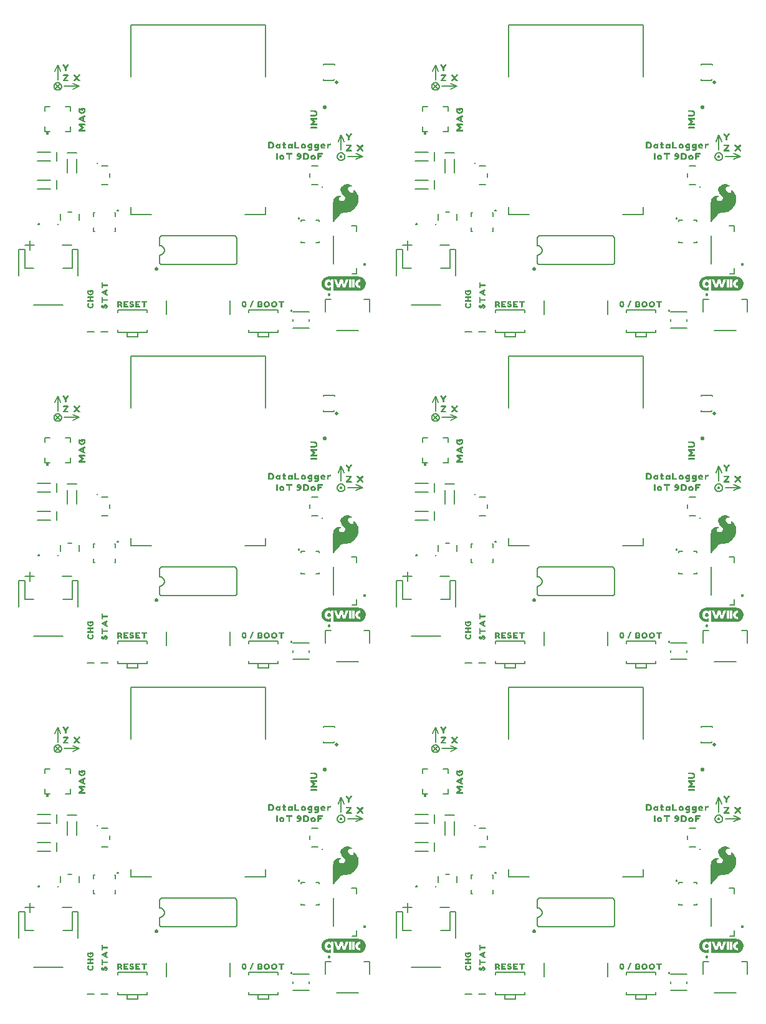
<source format=gto>
G04 EAGLE Gerber RS-274X export*
G75*
%MOMM*%
%FSLAX34Y34*%
%LPD*%
%INSilkscreen Top*%
%IPPOS*%
%AMOC8*
5,1,8,0,0,1.08239X$1,22.5*%
G01*
%ADD10C,0.203200*%
%ADD11C,0.127000*%
%ADD12C,0.508000*%
%ADD13C,0.152400*%
%ADD14C,0.254000*%
%ADD15C,0.254000*%
%ADD16C,0.177800*%
%ADD17C,0.560987*%
%ADD18C,0.381000*%
%ADD19C,0.406400*%

G36*
X437855Y1051350D02*
X437855Y1051350D01*
X437939Y1051353D01*
X437940Y1051353D01*
X437941Y1051353D01*
X438019Y1051396D01*
X438092Y1051435D01*
X438092Y1051436D01*
X438093Y1051436D01*
X438097Y1051442D01*
X438180Y1051550D01*
X438253Y1051695D01*
X438609Y1052051D01*
X438616Y1052062D01*
X438629Y1052073D01*
X439229Y1052773D01*
X439233Y1052780D01*
X439240Y1052787D01*
X439932Y1053676D01*
X440823Y1054666D01*
X440826Y1054671D01*
X440832Y1054677D01*
X441827Y1055870D01*
X442920Y1057063D01*
X444119Y1058361D01*
X445419Y1059761D01*
X445423Y1059768D01*
X445430Y1059774D01*
X446520Y1061062D01*
X447602Y1062144D01*
X448577Y1063022D01*
X449529Y1063688D01*
X450570Y1064161D01*
X451591Y1064440D01*
X455440Y1064440D01*
X455460Y1064445D01*
X455487Y1064443D01*
X457887Y1064743D01*
X457909Y1064751D01*
X457940Y1064753D01*
X460140Y1065353D01*
X460163Y1065365D01*
X460196Y1065373D01*
X462196Y1066273D01*
X462215Y1066287D01*
X462243Y1066299D01*
X464143Y1067499D01*
X464154Y1067509D01*
X464171Y1067518D01*
X465871Y1068818D01*
X465888Y1068839D01*
X465917Y1068860D01*
X467417Y1070460D01*
X467425Y1070474D01*
X467440Y1070487D01*
X468840Y1072287D01*
X468853Y1072314D01*
X468878Y1072346D01*
X470778Y1076046D01*
X470786Y1076077D01*
X470806Y1076118D01*
X471806Y1079718D01*
X471808Y1079752D01*
X471820Y1079798D01*
X472020Y1083298D01*
X472014Y1083330D01*
X472016Y1083377D01*
X471516Y1086677D01*
X471505Y1086706D01*
X471498Y1086748D01*
X470498Y1089548D01*
X470484Y1089569D01*
X470474Y1089601D01*
X469174Y1092001D01*
X469148Y1092030D01*
X469109Y1092089D01*
X467409Y1093789D01*
X467379Y1093807D01*
X467342Y1093842D01*
X465742Y1094842D01*
X465676Y1094865D01*
X465612Y1094893D01*
X465595Y1094893D01*
X465578Y1094898D01*
X465509Y1094889D01*
X465439Y1094887D01*
X465424Y1094878D01*
X465406Y1094876D01*
X465348Y1094837D01*
X465287Y1094804D01*
X465277Y1094789D01*
X465262Y1094779D01*
X465227Y1094719D01*
X465187Y1094662D01*
X465184Y1094643D01*
X465176Y1094629D01*
X465173Y1094590D01*
X465160Y1094520D01*
X465160Y1093920D01*
X465167Y1093890D01*
X465167Y1093845D01*
X465253Y1093414D01*
X465077Y1092354D01*
X464838Y1091956D01*
X464423Y1091541D01*
X463862Y1091300D01*
X463293Y1091300D01*
X461978Y1091676D01*
X461237Y1092047D01*
X459875Y1093020D01*
X459198Y1093599D01*
X458739Y1094058D01*
X458262Y1094822D01*
X458259Y1094825D01*
X458256Y1094831D01*
X457889Y1095382D01*
X457712Y1096004D01*
X457625Y1096520D01*
X457708Y1097017D01*
X457887Y1097464D01*
X458162Y1098014D01*
X458516Y1098456D01*
X459254Y1099102D01*
X459632Y1099291D01*
X459973Y1099461D01*
X460707Y1099645D01*
X461561Y1099740D01*
X462793Y1099740D01*
X463148Y1099651D01*
X463184Y1099651D01*
X463240Y1099640D01*
X463340Y1099640D01*
X463401Y1099654D01*
X463464Y1099660D01*
X463485Y1099674D01*
X463509Y1099679D01*
X463557Y1099719D01*
X463610Y1099753D01*
X463623Y1099774D01*
X463642Y1099789D01*
X463668Y1099847D01*
X463701Y1099900D01*
X463703Y1099925D01*
X463713Y1099948D01*
X463711Y1100010D01*
X463717Y1100073D01*
X463708Y1100096D01*
X463707Y1100121D01*
X463677Y1100176D01*
X463654Y1100235D01*
X463634Y1100254D01*
X463624Y1100273D01*
X463593Y1100294D01*
X463551Y1100336D01*
X463257Y1100533D01*
X462561Y1101029D01*
X462546Y1101035D01*
X462532Y1101048D01*
X461332Y1101748D01*
X461308Y1101756D01*
X461281Y1101773D01*
X459781Y1102373D01*
X459763Y1102376D01*
X459742Y1102386D01*
X457942Y1102886D01*
X457908Y1102888D01*
X457859Y1102900D01*
X455859Y1103000D01*
X455821Y1102993D01*
X455756Y1102991D01*
X453556Y1102491D01*
X453522Y1102474D01*
X453464Y1102457D01*
X451164Y1101257D01*
X451139Y1101236D01*
X451098Y1101214D01*
X449398Y1099814D01*
X449375Y1099783D01*
X449327Y1099735D01*
X448227Y1098135D01*
X448213Y1098100D01*
X448181Y1098047D01*
X447581Y1096347D01*
X447578Y1096312D01*
X447576Y1096301D01*
X447567Y1096282D01*
X447568Y1096260D01*
X447560Y1096220D01*
X447560Y1094520D01*
X447569Y1094482D01*
X447575Y1094413D01*
X448075Y1092713D01*
X448089Y1092688D01*
X448100Y1092650D01*
X449000Y1090850D01*
X449019Y1090827D01*
X449038Y1090789D01*
X450338Y1089089D01*
X450355Y1089075D01*
X450371Y1089051D01*
X452062Y1087361D01*
X453318Y1085911D01*
X453960Y1084536D01*
X453960Y1083277D01*
X453601Y1082112D01*
X452789Y1081210D01*
X451679Y1080469D01*
X450387Y1080100D01*
X448891Y1080100D01*
X447851Y1080384D01*
X447031Y1080657D01*
X446398Y1081199D01*
X445853Y1081745D01*
X445596Y1082258D01*
X445420Y1082873D01*
X445420Y1083458D01*
X445581Y1083941D01*
X445828Y1084270D01*
X446194Y1084636D01*
X446673Y1085019D01*
X447028Y1085286D01*
X447481Y1085467D01*
X447493Y1085475D01*
X447510Y1085480D01*
X447754Y1085602D01*
X448110Y1085780D01*
X448139Y1085804D01*
X448209Y1085851D01*
X448309Y1085951D01*
X448322Y1085973D01*
X448342Y1085989D01*
X448368Y1086046D01*
X448400Y1086098D01*
X448403Y1086124D01*
X448413Y1086148D01*
X448411Y1086209D01*
X448417Y1086271D01*
X448408Y1086295D01*
X448407Y1086321D01*
X448377Y1086375D01*
X448355Y1086433D01*
X448336Y1086450D01*
X448324Y1086473D01*
X448274Y1086508D01*
X448228Y1086550D01*
X448203Y1086558D01*
X448182Y1086573D01*
X448098Y1086589D01*
X448062Y1086600D01*
X448052Y1086598D01*
X448040Y1086600D01*
X448002Y1086600D01*
X447771Y1086677D01*
X447281Y1086873D01*
X447246Y1086878D01*
X447194Y1086896D01*
X446494Y1086996D01*
X446470Y1086994D01*
X446440Y1087000D01*
X444640Y1087000D01*
X444610Y1086993D01*
X444565Y1086993D01*
X443565Y1086793D01*
X443555Y1086788D01*
X443540Y1086787D01*
X442440Y1086487D01*
X442423Y1086478D01*
X442399Y1086473D01*
X441399Y1086073D01*
X441372Y1086054D01*
X441329Y1086036D01*
X440429Y1085436D01*
X440408Y1085414D01*
X440371Y1085389D01*
X439571Y1084589D01*
X439560Y1084571D01*
X439540Y1084553D01*
X438840Y1083653D01*
X438829Y1083629D01*
X438806Y1083602D01*
X438206Y1082502D01*
X438197Y1082469D01*
X438174Y1082424D01*
X437774Y1081024D01*
X437773Y1080999D01*
X437763Y1080967D01*
X437563Y1079367D01*
X437564Y1079355D01*
X437560Y1079340D01*
X437460Y1077440D01*
X437462Y1077431D01*
X437460Y1077420D01*
X437460Y1051720D01*
X437480Y1051635D01*
X437499Y1051553D01*
X437499Y1051552D01*
X437499Y1051551D01*
X437556Y1051483D01*
X437608Y1051419D01*
X437609Y1051418D01*
X437687Y1051383D01*
X437766Y1051347D01*
X437767Y1051347D01*
X437768Y1051347D01*
X437855Y1051350D01*
G37*
G36*
X950935Y1051350D02*
X950935Y1051350D01*
X951019Y1051353D01*
X951020Y1051353D01*
X951021Y1051353D01*
X951099Y1051396D01*
X951172Y1051435D01*
X951172Y1051436D01*
X951173Y1051436D01*
X951177Y1051442D01*
X951260Y1051550D01*
X951333Y1051695D01*
X951689Y1052051D01*
X951696Y1052062D01*
X951709Y1052073D01*
X952309Y1052773D01*
X952313Y1052780D01*
X952320Y1052787D01*
X953012Y1053676D01*
X953903Y1054666D01*
X953906Y1054671D01*
X953912Y1054677D01*
X954907Y1055870D01*
X956000Y1057063D01*
X957199Y1058361D01*
X958499Y1059761D01*
X958503Y1059768D01*
X958510Y1059774D01*
X959600Y1061062D01*
X960682Y1062144D01*
X961657Y1063022D01*
X962609Y1063688D01*
X963650Y1064161D01*
X964671Y1064440D01*
X968520Y1064440D01*
X968540Y1064445D01*
X968567Y1064443D01*
X970967Y1064743D01*
X970989Y1064751D01*
X971020Y1064753D01*
X973220Y1065353D01*
X973243Y1065365D01*
X973276Y1065373D01*
X975276Y1066273D01*
X975295Y1066287D01*
X975323Y1066299D01*
X977223Y1067499D01*
X977234Y1067509D01*
X977251Y1067518D01*
X978951Y1068818D01*
X978968Y1068839D01*
X978997Y1068860D01*
X980497Y1070460D01*
X980505Y1070474D01*
X980520Y1070487D01*
X981920Y1072287D01*
X981933Y1072314D01*
X981958Y1072346D01*
X983858Y1076046D01*
X983866Y1076077D01*
X983886Y1076118D01*
X984886Y1079718D01*
X984888Y1079752D01*
X984900Y1079798D01*
X985100Y1083298D01*
X985094Y1083330D01*
X985096Y1083377D01*
X984596Y1086677D01*
X984585Y1086706D01*
X984578Y1086748D01*
X983578Y1089548D01*
X983564Y1089569D01*
X983554Y1089601D01*
X982254Y1092001D01*
X982228Y1092030D01*
X982189Y1092089D01*
X980489Y1093789D01*
X980459Y1093807D01*
X980422Y1093842D01*
X978822Y1094842D01*
X978756Y1094865D01*
X978692Y1094893D01*
X978675Y1094893D01*
X978658Y1094898D01*
X978589Y1094889D01*
X978519Y1094887D01*
X978504Y1094878D01*
X978486Y1094876D01*
X978428Y1094837D01*
X978367Y1094804D01*
X978357Y1094789D01*
X978342Y1094779D01*
X978307Y1094719D01*
X978267Y1094662D01*
X978264Y1094643D01*
X978256Y1094629D01*
X978253Y1094590D01*
X978240Y1094520D01*
X978240Y1093920D01*
X978247Y1093890D01*
X978247Y1093845D01*
X978333Y1093414D01*
X978157Y1092354D01*
X977918Y1091956D01*
X977503Y1091541D01*
X976942Y1091300D01*
X976373Y1091300D01*
X975058Y1091676D01*
X974317Y1092047D01*
X972955Y1093020D01*
X972278Y1093599D01*
X971819Y1094058D01*
X971342Y1094822D01*
X971339Y1094825D01*
X971336Y1094831D01*
X970969Y1095382D01*
X970792Y1096004D01*
X970705Y1096520D01*
X970788Y1097017D01*
X970967Y1097464D01*
X971242Y1098014D01*
X971596Y1098456D01*
X972334Y1099102D01*
X972712Y1099291D01*
X973053Y1099461D01*
X973787Y1099645D01*
X974641Y1099740D01*
X975873Y1099740D01*
X976228Y1099651D01*
X976264Y1099651D01*
X976320Y1099640D01*
X976420Y1099640D01*
X976481Y1099654D01*
X976544Y1099660D01*
X976565Y1099674D01*
X976589Y1099679D01*
X976637Y1099719D01*
X976690Y1099753D01*
X976703Y1099774D01*
X976722Y1099789D01*
X976748Y1099847D01*
X976781Y1099900D01*
X976783Y1099925D01*
X976793Y1099948D01*
X976791Y1100010D01*
X976797Y1100073D01*
X976788Y1100096D01*
X976787Y1100121D01*
X976757Y1100176D01*
X976734Y1100235D01*
X976714Y1100254D01*
X976704Y1100273D01*
X976673Y1100294D01*
X976631Y1100336D01*
X976337Y1100533D01*
X975641Y1101029D01*
X975626Y1101035D01*
X975612Y1101048D01*
X974412Y1101748D01*
X974388Y1101756D01*
X974361Y1101773D01*
X972861Y1102373D01*
X972843Y1102376D01*
X972822Y1102386D01*
X971022Y1102886D01*
X970988Y1102888D01*
X970939Y1102900D01*
X968939Y1103000D01*
X968901Y1102993D01*
X968836Y1102991D01*
X966636Y1102491D01*
X966602Y1102474D01*
X966544Y1102457D01*
X964244Y1101257D01*
X964219Y1101236D01*
X964178Y1101214D01*
X962478Y1099814D01*
X962455Y1099783D01*
X962407Y1099735D01*
X961307Y1098135D01*
X961293Y1098100D01*
X961261Y1098047D01*
X960661Y1096347D01*
X960658Y1096312D01*
X960656Y1096301D01*
X960647Y1096282D01*
X960648Y1096260D01*
X960640Y1096220D01*
X960640Y1094520D01*
X960649Y1094482D01*
X960655Y1094413D01*
X961155Y1092713D01*
X961169Y1092688D01*
X961180Y1092650D01*
X962080Y1090850D01*
X962099Y1090827D01*
X962118Y1090789D01*
X963418Y1089089D01*
X963435Y1089075D01*
X963451Y1089051D01*
X965142Y1087361D01*
X966398Y1085911D01*
X967040Y1084536D01*
X967040Y1083277D01*
X966681Y1082112D01*
X965869Y1081210D01*
X964759Y1080469D01*
X963467Y1080100D01*
X961971Y1080100D01*
X960931Y1080384D01*
X960111Y1080657D01*
X959478Y1081199D01*
X958933Y1081745D01*
X958676Y1082258D01*
X958500Y1082873D01*
X958500Y1083458D01*
X958661Y1083941D01*
X958908Y1084270D01*
X959274Y1084636D01*
X959753Y1085019D01*
X960108Y1085286D01*
X960561Y1085467D01*
X960573Y1085475D01*
X960590Y1085480D01*
X960834Y1085602D01*
X961190Y1085780D01*
X961219Y1085804D01*
X961289Y1085851D01*
X961389Y1085951D01*
X961402Y1085973D01*
X961422Y1085989D01*
X961448Y1086046D01*
X961480Y1086098D01*
X961483Y1086124D01*
X961493Y1086148D01*
X961491Y1086209D01*
X961497Y1086271D01*
X961488Y1086295D01*
X961487Y1086321D01*
X961457Y1086375D01*
X961435Y1086433D01*
X961416Y1086450D01*
X961404Y1086473D01*
X961354Y1086508D01*
X961308Y1086550D01*
X961283Y1086558D01*
X961262Y1086573D01*
X961178Y1086589D01*
X961142Y1086600D01*
X961132Y1086598D01*
X961120Y1086600D01*
X961082Y1086600D01*
X960851Y1086677D01*
X960361Y1086873D01*
X960326Y1086878D01*
X960274Y1086896D01*
X959574Y1086996D01*
X959550Y1086994D01*
X959520Y1087000D01*
X957720Y1087000D01*
X957690Y1086993D01*
X957645Y1086993D01*
X956645Y1086793D01*
X956635Y1086788D01*
X956620Y1086787D01*
X955520Y1086487D01*
X955503Y1086478D01*
X955479Y1086473D01*
X954479Y1086073D01*
X954452Y1086054D01*
X954409Y1086036D01*
X953509Y1085436D01*
X953488Y1085414D01*
X953451Y1085389D01*
X952651Y1084589D01*
X952640Y1084571D01*
X952620Y1084553D01*
X951920Y1083653D01*
X951909Y1083629D01*
X951886Y1083602D01*
X951286Y1082502D01*
X951277Y1082469D01*
X951254Y1082424D01*
X950854Y1081024D01*
X950853Y1080999D01*
X950843Y1080967D01*
X950643Y1079367D01*
X950644Y1079355D01*
X950640Y1079340D01*
X950540Y1077440D01*
X950542Y1077431D01*
X950540Y1077420D01*
X950540Y1051720D01*
X950560Y1051635D01*
X950579Y1051553D01*
X950579Y1051552D01*
X950579Y1051551D01*
X950636Y1051483D01*
X950688Y1051419D01*
X950689Y1051418D01*
X950767Y1051383D01*
X950846Y1051347D01*
X950847Y1051347D01*
X950848Y1051347D01*
X950935Y1051350D01*
G37*
G36*
X950935Y601770D02*
X950935Y601770D01*
X951019Y601773D01*
X951020Y601773D01*
X951021Y601773D01*
X951099Y601816D01*
X951172Y601855D01*
X951172Y601856D01*
X951173Y601856D01*
X951177Y601862D01*
X951260Y601970D01*
X951333Y602115D01*
X951689Y602471D01*
X951696Y602482D01*
X951709Y602493D01*
X952309Y603193D01*
X952313Y603200D01*
X952320Y603207D01*
X953012Y604096D01*
X953903Y605086D01*
X953906Y605091D01*
X953912Y605097D01*
X954907Y606290D01*
X956000Y607483D01*
X957199Y608781D01*
X958499Y610181D01*
X958503Y610188D01*
X958510Y610194D01*
X959600Y611482D01*
X960682Y612564D01*
X961657Y613442D01*
X962609Y614108D01*
X963650Y614581D01*
X964671Y614860D01*
X968520Y614860D01*
X968540Y614865D01*
X968567Y614863D01*
X970967Y615163D01*
X970989Y615171D01*
X971020Y615173D01*
X973220Y615773D01*
X973243Y615785D01*
X973276Y615793D01*
X975276Y616693D01*
X975295Y616707D01*
X975323Y616719D01*
X977223Y617919D01*
X977234Y617929D01*
X977251Y617938D01*
X978951Y619238D01*
X978968Y619259D01*
X978997Y619280D01*
X980497Y620880D01*
X980505Y620894D01*
X980520Y620907D01*
X981920Y622707D01*
X981933Y622734D01*
X981958Y622766D01*
X983858Y626466D01*
X983866Y626497D01*
X983886Y626538D01*
X984886Y630138D01*
X984888Y630172D01*
X984900Y630218D01*
X985100Y633718D01*
X985094Y633750D01*
X985096Y633797D01*
X984596Y637097D01*
X984585Y637126D01*
X984578Y637168D01*
X983578Y639968D01*
X983564Y639989D01*
X983554Y640021D01*
X982254Y642421D01*
X982228Y642450D01*
X982189Y642509D01*
X980489Y644209D01*
X980459Y644227D01*
X980422Y644262D01*
X978822Y645262D01*
X978756Y645285D01*
X978692Y645313D01*
X978675Y645313D01*
X978658Y645318D01*
X978589Y645309D01*
X978519Y645307D01*
X978504Y645298D01*
X978486Y645296D01*
X978428Y645257D01*
X978367Y645224D01*
X978357Y645209D01*
X978342Y645199D01*
X978307Y645139D01*
X978267Y645082D01*
X978264Y645063D01*
X978256Y645049D01*
X978253Y645010D01*
X978240Y644940D01*
X978240Y644340D01*
X978247Y644310D01*
X978247Y644265D01*
X978333Y643834D01*
X978157Y642774D01*
X977918Y642376D01*
X977503Y641961D01*
X976942Y641720D01*
X976373Y641720D01*
X975058Y642096D01*
X974317Y642467D01*
X972955Y643440D01*
X972278Y644019D01*
X971819Y644478D01*
X971342Y645242D01*
X971339Y645245D01*
X971336Y645251D01*
X970969Y645802D01*
X970792Y646424D01*
X970705Y646940D01*
X970788Y647437D01*
X970967Y647884D01*
X971242Y648434D01*
X971596Y648876D01*
X972334Y649522D01*
X972712Y649711D01*
X973053Y649881D01*
X973787Y650065D01*
X974641Y650160D01*
X975873Y650160D01*
X976228Y650071D01*
X976264Y650071D01*
X976320Y650060D01*
X976420Y650060D01*
X976481Y650074D01*
X976544Y650080D01*
X976565Y650094D01*
X976589Y650099D01*
X976637Y650139D01*
X976690Y650173D01*
X976703Y650194D01*
X976722Y650209D01*
X976748Y650267D01*
X976781Y650320D01*
X976783Y650345D01*
X976793Y650368D01*
X976791Y650430D01*
X976797Y650493D01*
X976788Y650516D01*
X976787Y650541D01*
X976757Y650596D01*
X976734Y650655D01*
X976714Y650674D01*
X976704Y650693D01*
X976673Y650714D01*
X976631Y650756D01*
X976337Y650953D01*
X975641Y651449D01*
X975626Y651455D01*
X975612Y651468D01*
X974412Y652168D01*
X974388Y652176D01*
X974361Y652193D01*
X972861Y652793D01*
X972843Y652796D01*
X972822Y652806D01*
X971022Y653306D01*
X970988Y653308D01*
X970939Y653320D01*
X968939Y653420D01*
X968901Y653413D01*
X968836Y653411D01*
X966636Y652911D01*
X966602Y652894D01*
X966544Y652877D01*
X964244Y651677D01*
X964219Y651656D01*
X964178Y651634D01*
X962478Y650234D01*
X962455Y650203D01*
X962407Y650155D01*
X961307Y648555D01*
X961293Y648520D01*
X961261Y648467D01*
X960661Y646767D01*
X960658Y646732D01*
X960656Y646721D01*
X960647Y646702D01*
X960648Y646680D01*
X960640Y646640D01*
X960640Y644940D01*
X960649Y644902D01*
X960655Y644833D01*
X961155Y643133D01*
X961169Y643108D01*
X961180Y643070D01*
X962080Y641270D01*
X962099Y641247D01*
X962118Y641209D01*
X963418Y639509D01*
X963435Y639495D01*
X963451Y639471D01*
X965142Y637781D01*
X966398Y636331D01*
X967040Y634956D01*
X967040Y633697D01*
X966681Y632532D01*
X965869Y631630D01*
X964759Y630889D01*
X963467Y630520D01*
X961971Y630520D01*
X960931Y630804D01*
X960111Y631077D01*
X959478Y631619D01*
X958933Y632165D01*
X958676Y632678D01*
X958500Y633293D01*
X958500Y633878D01*
X958661Y634361D01*
X958908Y634690D01*
X959274Y635056D01*
X959753Y635439D01*
X960108Y635706D01*
X960561Y635887D01*
X960573Y635895D01*
X960590Y635900D01*
X960834Y636022D01*
X961190Y636200D01*
X961219Y636224D01*
X961289Y636271D01*
X961389Y636371D01*
X961402Y636393D01*
X961422Y636409D01*
X961448Y636466D01*
X961480Y636518D01*
X961483Y636544D01*
X961493Y636568D01*
X961491Y636629D01*
X961497Y636691D01*
X961488Y636715D01*
X961487Y636741D01*
X961457Y636795D01*
X961435Y636853D01*
X961416Y636870D01*
X961404Y636893D01*
X961354Y636928D01*
X961308Y636970D01*
X961283Y636978D01*
X961262Y636993D01*
X961178Y637009D01*
X961142Y637020D01*
X961132Y637018D01*
X961120Y637020D01*
X961082Y637020D01*
X960851Y637097D01*
X960361Y637293D01*
X960326Y637298D01*
X960274Y637316D01*
X959574Y637416D01*
X959550Y637414D01*
X959520Y637420D01*
X957720Y637420D01*
X957690Y637413D01*
X957645Y637413D01*
X956645Y637213D01*
X956635Y637208D01*
X956620Y637207D01*
X955520Y636907D01*
X955503Y636898D01*
X955479Y636893D01*
X954479Y636493D01*
X954452Y636474D01*
X954409Y636456D01*
X953509Y635856D01*
X953488Y635834D01*
X953451Y635809D01*
X952651Y635009D01*
X952640Y634991D01*
X952620Y634973D01*
X951920Y634073D01*
X951909Y634049D01*
X951886Y634022D01*
X951286Y632922D01*
X951277Y632889D01*
X951254Y632844D01*
X950854Y631444D01*
X950853Y631419D01*
X950843Y631387D01*
X950643Y629787D01*
X950644Y629775D01*
X950640Y629760D01*
X950540Y627860D01*
X950542Y627851D01*
X950540Y627840D01*
X950540Y602140D01*
X950560Y602055D01*
X950579Y601973D01*
X950579Y601972D01*
X950579Y601971D01*
X950636Y601903D01*
X950688Y601839D01*
X950689Y601838D01*
X950767Y601803D01*
X950846Y601767D01*
X950847Y601767D01*
X950848Y601767D01*
X950935Y601770D01*
G37*
G36*
X437855Y601770D02*
X437855Y601770D01*
X437939Y601773D01*
X437940Y601773D01*
X437941Y601773D01*
X438019Y601816D01*
X438092Y601855D01*
X438092Y601856D01*
X438093Y601856D01*
X438097Y601862D01*
X438180Y601970D01*
X438253Y602115D01*
X438609Y602471D01*
X438616Y602482D01*
X438629Y602493D01*
X439229Y603193D01*
X439233Y603200D01*
X439240Y603207D01*
X439932Y604096D01*
X440823Y605086D01*
X440826Y605091D01*
X440832Y605097D01*
X441827Y606290D01*
X442920Y607483D01*
X444119Y608781D01*
X445419Y610181D01*
X445423Y610188D01*
X445430Y610194D01*
X446520Y611482D01*
X447602Y612564D01*
X448577Y613442D01*
X449529Y614108D01*
X450570Y614581D01*
X451591Y614860D01*
X455440Y614860D01*
X455460Y614865D01*
X455487Y614863D01*
X457887Y615163D01*
X457909Y615171D01*
X457940Y615173D01*
X460140Y615773D01*
X460163Y615785D01*
X460196Y615793D01*
X462196Y616693D01*
X462215Y616707D01*
X462243Y616719D01*
X464143Y617919D01*
X464154Y617929D01*
X464171Y617938D01*
X465871Y619238D01*
X465888Y619259D01*
X465917Y619280D01*
X467417Y620880D01*
X467425Y620894D01*
X467440Y620907D01*
X468840Y622707D01*
X468853Y622734D01*
X468878Y622766D01*
X470778Y626466D01*
X470786Y626497D01*
X470806Y626538D01*
X471806Y630138D01*
X471808Y630172D01*
X471820Y630218D01*
X472020Y633718D01*
X472014Y633750D01*
X472016Y633797D01*
X471516Y637097D01*
X471505Y637126D01*
X471498Y637168D01*
X470498Y639968D01*
X470484Y639989D01*
X470474Y640021D01*
X469174Y642421D01*
X469148Y642450D01*
X469109Y642509D01*
X467409Y644209D01*
X467379Y644227D01*
X467342Y644262D01*
X465742Y645262D01*
X465676Y645285D01*
X465612Y645313D01*
X465595Y645313D01*
X465578Y645318D01*
X465509Y645309D01*
X465439Y645307D01*
X465424Y645298D01*
X465406Y645296D01*
X465348Y645257D01*
X465287Y645224D01*
X465277Y645209D01*
X465262Y645199D01*
X465227Y645139D01*
X465187Y645082D01*
X465184Y645063D01*
X465176Y645049D01*
X465173Y645010D01*
X465160Y644940D01*
X465160Y644340D01*
X465167Y644310D01*
X465167Y644265D01*
X465253Y643834D01*
X465077Y642774D01*
X464838Y642376D01*
X464423Y641961D01*
X463862Y641720D01*
X463293Y641720D01*
X461978Y642096D01*
X461237Y642467D01*
X459875Y643440D01*
X459198Y644019D01*
X458739Y644478D01*
X458262Y645242D01*
X458259Y645245D01*
X458256Y645251D01*
X457889Y645802D01*
X457712Y646424D01*
X457625Y646940D01*
X457708Y647437D01*
X457887Y647884D01*
X458162Y648434D01*
X458516Y648876D01*
X459254Y649522D01*
X459632Y649711D01*
X459973Y649881D01*
X460707Y650065D01*
X461561Y650160D01*
X462793Y650160D01*
X463148Y650071D01*
X463184Y650071D01*
X463240Y650060D01*
X463340Y650060D01*
X463401Y650074D01*
X463464Y650080D01*
X463485Y650094D01*
X463509Y650099D01*
X463557Y650139D01*
X463610Y650173D01*
X463623Y650194D01*
X463642Y650209D01*
X463668Y650267D01*
X463701Y650320D01*
X463703Y650345D01*
X463713Y650368D01*
X463711Y650430D01*
X463717Y650493D01*
X463708Y650516D01*
X463707Y650541D01*
X463677Y650596D01*
X463654Y650655D01*
X463634Y650674D01*
X463624Y650693D01*
X463593Y650714D01*
X463551Y650756D01*
X463257Y650953D01*
X462561Y651449D01*
X462546Y651455D01*
X462532Y651468D01*
X461332Y652168D01*
X461308Y652176D01*
X461281Y652193D01*
X459781Y652793D01*
X459763Y652796D01*
X459742Y652806D01*
X457942Y653306D01*
X457908Y653308D01*
X457859Y653320D01*
X455859Y653420D01*
X455821Y653413D01*
X455756Y653411D01*
X453556Y652911D01*
X453522Y652894D01*
X453464Y652877D01*
X451164Y651677D01*
X451139Y651656D01*
X451098Y651634D01*
X449398Y650234D01*
X449375Y650203D01*
X449327Y650155D01*
X448227Y648555D01*
X448213Y648520D01*
X448181Y648467D01*
X447581Y646767D01*
X447578Y646732D01*
X447576Y646721D01*
X447567Y646702D01*
X447568Y646680D01*
X447560Y646640D01*
X447560Y644940D01*
X447569Y644902D01*
X447575Y644833D01*
X448075Y643133D01*
X448089Y643108D01*
X448100Y643070D01*
X449000Y641270D01*
X449019Y641247D01*
X449038Y641209D01*
X450338Y639509D01*
X450355Y639495D01*
X450371Y639471D01*
X452062Y637781D01*
X453318Y636331D01*
X453960Y634956D01*
X453960Y633697D01*
X453601Y632532D01*
X452789Y631630D01*
X451679Y630889D01*
X450387Y630520D01*
X448891Y630520D01*
X447851Y630804D01*
X447031Y631077D01*
X446398Y631619D01*
X445853Y632165D01*
X445596Y632678D01*
X445420Y633293D01*
X445420Y633878D01*
X445581Y634361D01*
X445828Y634690D01*
X446194Y635056D01*
X446673Y635439D01*
X447028Y635706D01*
X447481Y635887D01*
X447493Y635895D01*
X447510Y635900D01*
X447754Y636022D01*
X448110Y636200D01*
X448139Y636224D01*
X448209Y636271D01*
X448309Y636371D01*
X448322Y636393D01*
X448342Y636409D01*
X448368Y636466D01*
X448400Y636518D01*
X448403Y636544D01*
X448413Y636568D01*
X448411Y636629D01*
X448417Y636691D01*
X448408Y636715D01*
X448407Y636741D01*
X448377Y636795D01*
X448355Y636853D01*
X448336Y636870D01*
X448324Y636893D01*
X448274Y636928D01*
X448228Y636970D01*
X448203Y636978D01*
X448182Y636993D01*
X448098Y637009D01*
X448062Y637020D01*
X448052Y637018D01*
X448040Y637020D01*
X448002Y637020D01*
X447771Y637097D01*
X447281Y637293D01*
X447246Y637298D01*
X447194Y637316D01*
X446494Y637416D01*
X446470Y637414D01*
X446440Y637420D01*
X444640Y637420D01*
X444610Y637413D01*
X444565Y637413D01*
X443565Y637213D01*
X443555Y637208D01*
X443540Y637207D01*
X442440Y636907D01*
X442423Y636898D01*
X442399Y636893D01*
X441399Y636493D01*
X441372Y636474D01*
X441329Y636456D01*
X440429Y635856D01*
X440408Y635834D01*
X440371Y635809D01*
X439571Y635009D01*
X439560Y634991D01*
X439540Y634973D01*
X438840Y634073D01*
X438829Y634049D01*
X438806Y634022D01*
X438206Y632922D01*
X438197Y632889D01*
X438174Y632844D01*
X437774Y631444D01*
X437773Y631419D01*
X437763Y631387D01*
X437563Y629787D01*
X437564Y629775D01*
X437560Y629760D01*
X437460Y627860D01*
X437462Y627851D01*
X437460Y627840D01*
X437460Y602140D01*
X437480Y602055D01*
X437499Y601973D01*
X437499Y601972D01*
X437499Y601971D01*
X437556Y601903D01*
X437608Y601839D01*
X437609Y601838D01*
X437687Y601803D01*
X437766Y601767D01*
X437767Y601767D01*
X437768Y601767D01*
X437855Y601770D01*
G37*
G36*
X437855Y152190D02*
X437855Y152190D01*
X437939Y152193D01*
X437940Y152193D01*
X437941Y152193D01*
X438019Y152236D01*
X438092Y152275D01*
X438092Y152276D01*
X438093Y152276D01*
X438097Y152282D01*
X438180Y152390D01*
X438253Y152535D01*
X438609Y152891D01*
X438616Y152902D01*
X438629Y152913D01*
X439229Y153613D01*
X439233Y153620D01*
X439240Y153627D01*
X439932Y154516D01*
X440823Y155506D01*
X440826Y155511D01*
X440832Y155517D01*
X441827Y156710D01*
X442920Y157903D01*
X444119Y159201D01*
X445419Y160601D01*
X445423Y160608D01*
X445430Y160614D01*
X446520Y161902D01*
X447602Y162984D01*
X448577Y163862D01*
X449529Y164528D01*
X450569Y165001D01*
X451591Y165280D01*
X455440Y165280D01*
X455460Y165285D01*
X455487Y165283D01*
X457887Y165583D01*
X457909Y165591D01*
X457940Y165593D01*
X460140Y166193D01*
X460163Y166205D01*
X460196Y166213D01*
X462196Y167113D01*
X462215Y167127D01*
X462243Y167139D01*
X464143Y168339D01*
X464154Y168349D01*
X464171Y168358D01*
X465871Y169658D01*
X465888Y169679D01*
X465917Y169700D01*
X467417Y171300D01*
X467425Y171314D01*
X467440Y171327D01*
X468840Y173127D01*
X468853Y173154D01*
X468878Y173186D01*
X470778Y176886D01*
X470786Y176917D01*
X470806Y176958D01*
X471806Y180558D01*
X471808Y180592D01*
X471820Y180638D01*
X472020Y184138D01*
X472014Y184170D01*
X472016Y184217D01*
X471516Y187517D01*
X471505Y187546D01*
X471498Y187588D01*
X470498Y190388D01*
X470484Y190409D01*
X470474Y190441D01*
X469174Y192841D01*
X469148Y192870D01*
X469109Y192929D01*
X467409Y194629D01*
X467379Y194647D01*
X467342Y194682D01*
X465742Y195682D01*
X465676Y195705D01*
X465612Y195733D01*
X465595Y195733D01*
X465578Y195738D01*
X465509Y195729D01*
X465439Y195727D01*
X465424Y195718D01*
X465406Y195716D01*
X465348Y195677D01*
X465287Y195644D01*
X465277Y195629D01*
X465262Y195619D01*
X465227Y195559D01*
X465187Y195502D01*
X465184Y195483D01*
X465176Y195469D01*
X465173Y195430D01*
X465160Y195360D01*
X465160Y194760D01*
X465167Y194730D01*
X465167Y194685D01*
X465253Y194254D01*
X465077Y193194D01*
X464838Y192796D01*
X464423Y192381D01*
X463862Y192140D01*
X463293Y192140D01*
X461978Y192516D01*
X461237Y192887D01*
X459875Y193860D01*
X459198Y194439D01*
X458739Y194898D01*
X458262Y195662D01*
X458259Y195665D01*
X458256Y195671D01*
X457889Y196222D01*
X457712Y196844D01*
X457625Y197360D01*
X457708Y197857D01*
X457887Y198304D01*
X458162Y198854D01*
X458516Y199296D01*
X459254Y199942D01*
X459632Y200131D01*
X459973Y200301D01*
X460707Y200485D01*
X461561Y200580D01*
X462793Y200580D01*
X463148Y200491D01*
X463184Y200491D01*
X463240Y200480D01*
X463340Y200480D01*
X463401Y200494D01*
X463464Y200500D01*
X463485Y200514D01*
X463509Y200519D01*
X463557Y200559D01*
X463610Y200593D01*
X463623Y200614D01*
X463642Y200629D01*
X463668Y200687D01*
X463701Y200740D01*
X463703Y200765D01*
X463713Y200788D01*
X463711Y200850D01*
X463717Y200913D01*
X463708Y200936D01*
X463707Y200961D01*
X463677Y201016D01*
X463654Y201075D01*
X463634Y201094D01*
X463624Y201113D01*
X463593Y201134D01*
X463551Y201176D01*
X463257Y201373D01*
X462561Y201869D01*
X462546Y201875D01*
X462532Y201888D01*
X461332Y202588D01*
X461308Y202596D01*
X461281Y202613D01*
X459781Y203213D01*
X459763Y203216D01*
X459742Y203226D01*
X457942Y203726D01*
X457908Y203728D01*
X457859Y203740D01*
X455859Y203840D01*
X455821Y203833D01*
X455756Y203831D01*
X453556Y203331D01*
X453522Y203314D01*
X453464Y203297D01*
X451164Y202097D01*
X451139Y202076D01*
X451098Y202054D01*
X449398Y200654D01*
X449375Y200623D01*
X449327Y200575D01*
X448227Y198975D01*
X448213Y198940D01*
X448181Y198887D01*
X447581Y197187D01*
X447578Y197152D01*
X447576Y197141D01*
X447567Y197122D01*
X447568Y197100D01*
X447560Y197060D01*
X447560Y195360D01*
X447569Y195322D01*
X447575Y195253D01*
X448075Y193553D01*
X448089Y193528D01*
X448100Y193490D01*
X449000Y191690D01*
X449019Y191667D01*
X449038Y191629D01*
X450338Y189929D01*
X450355Y189915D01*
X450371Y189891D01*
X452062Y188201D01*
X453318Y186751D01*
X453960Y185376D01*
X453960Y184117D01*
X453601Y182952D01*
X452789Y182050D01*
X451679Y181309D01*
X450387Y180940D01*
X448891Y180940D01*
X447851Y181224D01*
X447031Y181497D01*
X446398Y182039D01*
X445853Y182585D01*
X445596Y183098D01*
X445420Y183713D01*
X445420Y184298D01*
X445581Y184781D01*
X445828Y185110D01*
X446194Y185476D01*
X446673Y185859D01*
X447028Y186126D01*
X447481Y186307D01*
X447493Y186315D01*
X447510Y186320D01*
X447754Y186442D01*
X448110Y186620D01*
X448139Y186644D01*
X448209Y186691D01*
X448309Y186791D01*
X448322Y186813D01*
X448342Y186829D01*
X448368Y186886D01*
X448400Y186938D01*
X448403Y186964D01*
X448413Y186988D01*
X448411Y187049D01*
X448417Y187111D01*
X448408Y187135D01*
X448407Y187161D01*
X448377Y187215D01*
X448355Y187273D01*
X448336Y187290D01*
X448324Y187313D01*
X448274Y187348D01*
X448228Y187390D01*
X448203Y187398D01*
X448182Y187413D01*
X448098Y187429D01*
X448062Y187440D01*
X448052Y187438D01*
X448040Y187440D01*
X448002Y187440D01*
X447771Y187517D01*
X447281Y187713D01*
X447246Y187718D01*
X447194Y187736D01*
X446494Y187836D01*
X446470Y187834D01*
X446440Y187840D01*
X444640Y187840D01*
X444610Y187833D01*
X444565Y187833D01*
X443565Y187633D01*
X443555Y187628D01*
X443540Y187627D01*
X442440Y187327D01*
X442423Y187318D01*
X442399Y187313D01*
X441399Y186913D01*
X441372Y186894D01*
X441329Y186876D01*
X440429Y186276D01*
X440408Y186254D01*
X440371Y186229D01*
X439571Y185429D01*
X439560Y185411D01*
X439540Y185393D01*
X438840Y184493D01*
X438829Y184469D01*
X438806Y184442D01*
X438206Y183342D01*
X438197Y183309D01*
X438174Y183264D01*
X437774Y181864D01*
X437773Y181839D01*
X437763Y181807D01*
X437563Y180207D01*
X437564Y180195D01*
X437560Y180180D01*
X437460Y178280D01*
X437462Y178271D01*
X437460Y178260D01*
X437460Y152560D01*
X437480Y152475D01*
X437499Y152393D01*
X437499Y152392D01*
X437499Y152391D01*
X437556Y152323D01*
X437608Y152259D01*
X437609Y152258D01*
X437687Y152223D01*
X437766Y152187D01*
X437767Y152187D01*
X437768Y152187D01*
X437855Y152190D01*
G37*
G36*
X950935Y152190D02*
X950935Y152190D01*
X951019Y152193D01*
X951020Y152193D01*
X951021Y152193D01*
X951099Y152236D01*
X951172Y152275D01*
X951172Y152276D01*
X951173Y152276D01*
X951177Y152282D01*
X951260Y152390D01*
X951333Y152535D01*
X951689Y152891D01*
X951696Y152902D01*
X951709Y152913D01*
X952309Y153613D01*
X952313Y153620D01*
X952320Y153627D01*
X953012Y154516D01*
X953903Y155506D01*
X953906Y155511D01*
X953912Y155517D01*
X954907Y156710D01*
X956000Y157903D01*
X957199Y159201D01*
X958499Y160601D01*
X958503Y160608D01*
X958510Y160614D01*
X959600Y161902D01*
X960682Y162984D01*
X961657Y163862D01*
X962609Y164528D01*
X963650Y165001D01*
X964671Y165280D01*
X968520Y165280D01*
X968540Y165285D01*
X968567Y165283D01*
X970967Y165583D01*
X970989Y165591D01*
X971020Y165593D01*
X973220Y166193D01*
X973243Y166205D01*
X973276Y166213D01*
X975276Y167113D01*
X975295Y167127D01*
X975323Y167139D01*
X977223Y168339D01*
X977234Y168349D01*
X977251Y168358D01*
X978951Y169658D01*
X978968Y169679D01*
X978997Y169700D01*
X980497Y171300D01*
X980505Y171314D01*
X980520Y171327D01*
X981920Y173127D01*
X981933Y173154D01*
X981958Y173186D01*
X983858Y176886D01*
X983866Y176917D01*
X983886Y176958D01*
X984886Y180558D01*
X984888Y180592D01*
X984900Y180638D01*
X985100Y184138D01*
X985094Y184170D01*
X985096Y184217D01*
X984596Y187517D01*
X984585Y187546D01*
X984578Y187588D01*
X983578Y190388D01*
X983564Y190409D01*
X983554Y190441D01*
X982254Y192841D01*
X982228Y192870D01*
X982189Y192929D01*
X980489Y194629D01*
X980459Y194647D01*
X980422Y194682D01*
X978822Y195682D01*
X978756Y195705D01*
X978692Y195733D01*
X978675Y195733D01*
X978658Y195738D01*
X978589Y195729D01*
X978519Y195727D01*
X978504Y195718D01*
X978486Y195716D01*
X978428Y195677D01*
X978367Y195644D01*
X978357Y195629D01*
X978342Y195619D01*
X978307Y195559D01*
X978267Y195502D01*
X978264Y195483D01*
X978256Y195469D01*
X978253Y195430D01*
X978240Y195360D01*
X978240Y194760D01*
X978247Y194730D01*
X978247Y194685D01*
X978333Y194254D01*
X978157Y193194D01*
X977918Y192796D01*
X977503Y192381D01*
X976942Y192140D01*
X976373Y192140D01*
X975058Y192516D01*
X974317Y192887D01*
X972955Y193860D01*
X972278Y194439D01*
X971819Y194898D01*
X971342Y195662D01*
X971339Y195665D01*
X971336Y195671D01*
X970969Y196222D01*
X970792Y196844D01*
X970705Y197360D01*
X970788Y197857D01*
X970967Y198304D01*
X971242Y198854D01*
X971596Y199296D01*
X972334Y199942D01*
X972712Y200131D01*
X973053Y200301D01*
X973787Y200485D01*
X974641Y200580D01*
X975873Y200580D01*
X976228Y200491D01*
X976264Y200491D01*
X976320Y200480D01*
X976420Y200480D01*
X976481Y200494D01*
X976544Y200500D01*
X976565Y200514D01*
X976589Y200519D01*
X976637Y200559D01*
X976690Y200593D01*
X976703Y200614D01*
X976722Y200629D01*
X976748Y200687D01*
X976781Y200740D01*
X976783Y200765D01*
X976793Y200788D01*
X976791Y200850D01*
X976797Y200913D01*
X976788Y200936D01*
X976787Y200961D01*
X976757Y201016D01*
X976734Y201075D01*
X976714Y201094D01*
X976704Y201113D01*
X976673Y201134D01*
X976631Y201176D01*
X976337Y201373D01*
X975641Y201869D01*
X975626Y201875D01*
X975612Y201888D01*
X974412Y202588D01*
X974388Y202596D01*
X974361Y202613D01*
X972861Y203213D01*
X972843Y203216D01*
X972822Y203226D01*
X971022Y203726D01*
X970988Y203728D01*
X970939Y203740D01*
X968939Y203840D01*
X968901Y203833D01*
X968836Y203831D01*
X966636Y203331D01*
X966602Y203314D01*
X966544Y203297D01*
X964244Y202097D01*
X964219Y202076D01*
X964178Y202054D01*
X962478Y200654D01*
X962455Y200623D01*
X962407Y200575D01*
X961307Y198975D01*
X961293Y198940D01*
X961261Y198887D01*
X960661Y197187D01*
X960658Y197152D01*
X960656Y197141D01*
X960647Y197122D01*
X960648Y197100D01*
X960640Y197060D01*
X960640Y195360D01*
X960649Y195322D01*
X960655Y195253D01*
X961155Y193553D01*
X961169Y193528D01*
X961180Y193490D01*
X962080Y191690D01*
X962099Y191667D01*
X962118Y191629D01*
X963418Y189929D01*
X963435Y189915D01*
X963451Y189891D01*
X965142Y188201D01*
X966398Y186751D01*
X967040Y185376D01*
X967040Y184117D01*
X966681Y182952D01*
X965869Y182050D01*
X964759Y181309D01*
X963467Y180940D01*
X961971Y180940D01*
X960931Y181224D01*
X960111Y181497D01*
X959478Y182039D01*
X958933Y182585D01*
X958676Y183098D01*
X958500Y183713D01*
X958500Y184298D01*
X958661Y184781D01*
X958908Y185110D01*
X959274Y185476D01*
X959753Y185859D01*
X960108Y186126D01*
X960561Y186307D01*
X960573Y186315D01*
X960590Y186320D01*
X960834Y186442D01*
X961190Y186620D01*
X961219Y186644D01*
X961289Y186691D01*
X961389Y186791D01*
X961402Y186813D01*
X961422Y186829D01*
X961448Y186886D01*
X961480Y186938D01*
X961483Y186964D01*
X961493Y186988D01*
X961491Y187049D01*
X961497Y187111D01*
X961488Y187135D01*
X961487Y187161D01*
X961457Y187215D01*
X961435Y187273D01*
X961416Y187290D01*
X961404Y187313D01*
X961354Y187348D01*
X961308Y187390D01*
X961283Y187398D01*
X961262Y187413D01*
X961178Y187429D01*
X961142Y187440D01*
X961132Y187438D01*
X961120Y187440D01*
X961082Y187440D01*
X960851Y187517D01*
X960361Y187713D01*
X960326Y187718D01*
X960274Y187736D01*
X959574Y187836D01*
X959550Y187834D01*
X959520Y187840D01*
X957720Y187840D01*
X957690Y187833D01*
X957645Y187833D01*
X956645Y187633D01*
X956635Y187628D01*
X956620Y187627D01*
X955520Y187327D01*
X955503Y187318D01*
X955479Y187313D01*
X954479Y186913D01*
X954452Y186894D01*
X954409Y186876D01*
X953509Y186276D01*
X953488Y186254D01*
X953451Y186229D01*
X952651Y185429D01*
X952640Y185411D01*
X952620Y185393D01*
X951920Y184493D01*
X951909Y184469D01*
X951886Y184442D01*
X951286Y183342D01*
X951277Y183309D01*
X951254Y183264D01*
X950854Y181864D01*
X950853Y181839D01*
X950843Y181807D01*
X950643Y180207D01*
X950644Y180195D01*
X950640Y180180D01*
X950540Y178280D01*
X950542Y178271D01*
X950540Y178260D01*
X950540Y152560D01*
X950560Y152475D01*
X950579Y152393D01*
X950579Y152392D01*
X950579Y152391D01*
X950636Y152323D01*
X950688Y152259D01*
X950689Y152258D01*
X950767Y152223D01*
X950846Y152187D01*
X950847Y152187D01*
X950848Y152187D01*
X950935Y152190D01*
G37*
G36*
X947559Y58919D02*
X947559Y58919D01*
X947581Y58923D01*
X947588Y58938D01*
X947597Y58944D01*
X947596Y58954D01*
X947603Y58970D01*
X947603Y64410D01*
X947599Y64416D01*
X947584Y64454D01*
X947574Y64464D01*
X947567Y64466D01*
X947566Y64467D01*
X947563Y64467D01*
X947546Y64471D01*
X947518Y64482D01*
X947513Y64478D01*
X947508Y64479D01*
X947501Y64470D01*
X947476Y64452D01*
X947406Y64332D01*
X947347Y64234D01*
X947252Y64100D01*
X947067Y63906D01*
X946840Y63718D01*
X946653Y63570D01*
X946438Y63434D01*
X946142Y63266D01*
X945868Y63149D01*
X945503Y63030D01*
X945218Y62962D01*
X944902Y62912D01*
X944546Y62873D01*
X944251Y62873D01*
X943954Y62883D01*
X943598Y62912D01*
X942994Y63011D01*
X942378Y63200D01*
X942372Y63198D01*
X942362Y63209D01*
X942065Y63318D01*
X941751Y63475D01*
X941405Y63692D01*
X941108Y63890D01*
X940813Y64146D01*
X940546Y64422D01*
X940329Y64670D01*
X940152Y64906D01*
X939914Y65283D01*
X939794Y65491D01*
X939782Y65498D01*
X939777Y65504D01*
X939777Y65516D01*
X939647Y65805D01*
X939499Y66143D01*
X939390Y66457D01*
X939281Y66944D01*
X939182Y67382D01*
X939132Y67697D01*
X939093Y68342D01*
X939083Y68601D01*
X939093Y68928D01*
X939081Y68947D01*
X939089Y68960D01*
X939098Y68967D01*
X939097Y68975D01*
X939103Y68985D01*
X939162Y69673D01*
X939202Y69959D01*
X939271Y70277D01*
X939350Y70603D01*
X939479Y71008D01*
X939607Y71315D01*
X939776Y71672D01*
X939964Y72017D01*
X940111Y72233D01*
X940339Y72530D01*
X940654Y72885D01*
X941178Y73310D01*
X941454Y73507D01*
X941810Y73705D01*
X941813Y73711D01*
X941817Y73709D01*
X941820Y73713D01*
X941826Y73713D01*
X942135Y73852D01*
X942479Y73990D01*
X942883Y74089D01*
X943378Y74178D01*
X943794Y74217D01*
X944261Y74237D01*
X944427Y74237D01*
X944734Y74208D01*
X944941Y74188D01*
X945236Y74129D01*
X945366Y74099D01*
X945601Y74040D01*
X945816Y73952D01*
X946103Y73833D01*
X946379Y73686D01*
X946634Y73528D01*
X946930Y73302D01*
X947177Y73075D01*
X947424Y72827D01*
X947503Y72738D01*
X947517Y72735D01*
X947524Y72723D01*
X947547Y72726D01*
X947569Y72720D01*
X947578Y72731D01*
X947591Y72733D01*
X947606Y72764D01*
X947612Y72772D01*
X947611Y72776D01*
X947613Y72780D01*
X947613Y74127D01*
X951207Y74127D01*
X951217Y59000D01*
X951229Y58981D01*
X951233Y58959D01*
X951248Y58952D01*
X951254Y58943D01*
X951264Y58944D01*
X951280Y58937D01*
X958450Y58937D01*
X958460Y58944D01*
X958464Y58944D01*
X958480Y58937D01*
X965921Y58947D01*
X965924Y58943D01*
X965934Y58944D01*
X965950Y58937D01*
X974830Y58937D01*
X974842Y58945D01*
X974844Y58943D01*
X974854Y58944D01*
X974870Y58937D01*
X984960Y58937D01*
X984961Y58938D01*
X984963Y58937D01*
X985863Y58987D01*
X985880Y59000D01*
X985886Y58998D01*
X987056Y59108D01*
X987061Y59111D01*
X987070Y59110D01*
X987249Y59170D01*
X987868Y59350D01*
X988568Y59560D01*
X988570Y59563D01*
X988575Y59562D01*
X989195Y59832D01*
X989196Y59834D01*
X989199Y59834D01*
X989769Y60134D01*
X989769Y60135D01*
X989770Y60135D01*
X990430Y60495D01*
X990432Y60499D01*
X990438Y60500D01*
X991058Y60970D01*
X991058Y60971D01*
X991060Y60972D01*
X991810Y61602D01*
X991811Y61605D01*
X991815Y61606D01*
X992245Y62046D01*
X992245Y62048D01*
X992248Y62050D01*
X992848Y62770D01*
X992849Y62779D01*
X992857Y62784D01*
X992856Y62794D01*
X992890Y62812D01*
X993110Y63102D01*
X993110Y63106D01*
X993114Y63109D01*
X993714Y64159D01*
X993714Y64160D01*
X993716Y64161D01*
X994106Y64911D01*
X994105Y64915D01*
X994109Y64919D01*
X994229Y65259D01*
X994229Y65260D01*
X994230Y65261D01*
X994410Y65841D01*
X994408Y65849D01*
X994410Y65851D01*
X994610Y66491D01*
X994609Y66495D01*
X994612Y66498D01*
X994702Y66968D01*
X994701Y66971D01*
X994702Y66974D01*
X994862Y68524D01*
X994860Y68528D01*
X994863Y68534D01*
X994803Y69404D01*
X994802Y69405D01*
X994802Y69407D01*
X994692Y70417D01*
X994692Y70418D01*
X994692Y70420D01*
X994642Y70740D01*
X994639Y70743D01*
X994640Y70748D01*
X994520Y71138D01*
X994481Y71286D01*
X994471Y71295D01*
X994471Y71298D01*
X994469Y71299D01*
X994468Y71305D01*
X994470Y71319D01*
X994190Y72199D01*
X994188Y72201D01*
X994188Y72204D01*
X993988Y72694D01*
X993986Y72696D01*
X993985Y72700D01*
X993595Y73420D01*
X993285Y73980D01*
X993281Y73982D01*
X993280Y73988D01*
X993040Y74308D01*
X993038Y74309D01*
X993037Y74311D01*
X993033Y74313D01*
X993029Y74329D01*
X992269Y75269D01*
X992267Y75270D01*
X992266Y75271D01*
X992266Y75273D01*
X991886Y75673D01*
X991882Y75674D01*
X991880Y75678D01*
X991480Y76008D01*
X991480Y76009D01*
X991040Y76369D01*
X990711Y76648D01*
X990706Y76648D01*
X990702Y76654D01*
X990272Y76914D01*
X990271Y76914D01*
X990270Y76915D01*
X989430Y77375D01*
X989429Y77375D01*
X989428Y77376D01*
X988778Y77706D01*
X988774Y77705D01*
X988769Y77710D01*
X988239Y77880D01*
X987309Y78170D01*
X987294Y78166D01*
X987292Y78167D01*
X987286Y78177D01*
X987278Y78176D01*
X987267Y78182D01*
X985127Y78432D01*
X985124Y78431D01*
X985120Y78433D01*
X980140Y78433D01*
X980127Y78425D01*
X980126Y78427D01*
X980116Y78426D01*
X980100Y78433D01*
X971649Y78423D01*
X971646Y78427D01*
X971634Y78425D01*
X971624Y78433D01*
X971611Y78428D01*
X971600Y78433D01*
X955590Y78433D01*
X955580Y78426D01*
X955576Y78426D01*
X955560Y78433D01*
X947560Y78433D01*
X947556Y78430D01*
X947550Y78433D01*
X944820Y78433D01*
X944818Y78431D01*
X944815Y78433D01*
X943175Y78303D01*
X943173Y78301D01*
X943170Y78302D01*
X942500Y78192D01*
X942497Y78189D01*
X942492Y78190D01*
X941242Y77820D01*
X941241Y77818D01*
X941238Y77819D01*
X940558Y77559D01*
X940555Y77556D01*
X940550Y77555D01*
X939940Y77225D01*
X939939Y77225D01*
X939280Y76855D01*
X939262Y76846D01*
X939251Y76828D01*
X939243Y76830D01*
X939238Y76824D01*
X939225Y76822D01*
X938875Y76582D01*
X938874Y76579D01*
X938870Y76579D01*
X938380Y76179D01*
X938380Y76178D01*
X938379Y76178D01*
X938099Y75938D01*
X938099Y75937D01*
X937859Y75727D01*
X937858Y75727D01*
X937678Y75567D01*
X937677Y75564D01*
X937673Y75562D01*
X937423Y75282D01*
X937423Y75281D01*
X937422Y75280D01*
X937072Y74860D01*
X936752Y74470D01*
X936751Y74469D01*
X936750Y74468D01*
X936530Y74178D01*
X936530Y74177D01*
X936529Y74176D01*
X936339Y73906D01*
X936339Y73904D01*
X936336Y73902D01*
X936156Y73592D01*
X936156Y73591D01*
X936155Y73590D01*
X935995Y73300D01*
X935995Y73299D01*
X935994Y73299D01*
X935594Y72519D01*
X935595Y72515D01*
X935591Y72511D01*
X935311Y71721D01*
X935311Y71719D01*
X935310Y71718D01*
X935244Y71492D01*
X935239Y71486D01*
X934969Y70486D01*
X934971Y70482D01*
X934968Y70476D01*
X934908Y69866D01*
X934838Y69186D01*
X934837Y69185D01*
X934807Y68785D01*
X934820Y68762D01*
X934821Y68757D01*
X934817Y68749D01*
X934827Y68319D01*
X934829Y68317D01*
X934828Y68314D01*
X934878Y67804D01*
X934878Y67803D01*
X934928Y67333D01*
X934968Y66944D01*
X934970Y66941D01*
X934969Y66937D01*
X935039Y66607D01*
X935040Y66606D01*
X935039Y66604D01*
X935219Y65944D01*
X935221Y65942D01*
X935220Y65940D01*
X935500Y65100D01*
X935502Y65099D01*
X935502Y65096D01*
X935722Y64556D01*
X935725Y64554D01*
X935725Y64550D01*
X935975Y64100D01*
X936245Y63600D01*
X936343Y63422D01*
X936338Y63412D01*
X936343Y63406D01*
X936341Y63398D01*
X936364Y63381D01*
X936366Y63378D01*
X936370Y63362D01*
X936730Y62882D01*
X936731Y62882D01*
X936732Y62880D01*
X937072Y62470D01*
X937692Y61730D01*
X937697Y61728D01*
X937700Y61721D01*
X938860Y60771D01*
X938862Y60771D01*
X938863Y60770D01*
X939093Y60600D01*
X939095Y60599D01*
X939097Y60596D01*
X939557Y60316D01*
X939559Y60316D01*
X939560Y60315D01*
X939970Y60095D01*
X939971Y60095D01*
X940310Y59915D01*
X940699Y59695D01*
X940721Y59697D01*
X940722Y59689D01*
X940734Y59686D01*
X940752Y59670D01*
X942752Y59080D01*
X942757Y59081D01*
X942764Y59078D01*
X944474Y58908D01*
X944476Y58909D01*
X944480Y58907D01*
X947540Y58907D01*
X947559Y58919D01*
G37*
G36*
X947559Y958079D02*
X947559Y958079D01*
X947581Y958083D01*
X947588Y958098D01*
X947597Y958104D01*
X947596Y958114D01*
X947603Y958130D01*
X947603Y963570D01*
X947599Y963576D01*
X947584Y963614D01*
X947574Y963624D01*
X947567Y963626D01*
X947566Y963627D01*
X947563Y963627D01*
X947546Y963631D01*
X947518Y963642D01*
X947513Y963638D01*
X947508Y963639D01*
X947501Y963630D01*
X947476Y963612D01*
X947406Y963492D01*
X947347Y963394D01*
X947252Y963260D01*
X947067Y963066D01*
X946840Y962878D01*
X946653Y962730D01*
X946438Y962594D01*
X946142Y962426D01*
X945868Y962309D01*
X945503Y962190D01*
X945218Y962122D01*
X944902Y962072D01*
X944546Y962033D01*
X944251Y962033D01*
X943954Y962043D01*
X943598Y962072D01*
X942994Y962171D01*
X942378Y962360D01*
X942372Y962358D01*
X942362Y962369D01*
X942065Y962478D01*
X941751Y962635D01*
X941405Y962852D01*
X941108Y963050D01*
X940813Y963306D01*
X940546Y963582D01*
X940329Y963830D01*
X940152Y964066D01*
X939914Y964443D01*
X939794Y964651D01*
X939782Y964658D01*
X939777Y964664D01*
X939777Y964676D01*
X939647Y964965D01*
X939499Y965303D01*
X939390Y965617D01*
X939281Y966104D01*
X939182Y966542D01*
X939132Y966857D01*
X939093Y967502D01*
X939083Y967761D01*
X939093Y968088D01*
X939081Y968107D01*
X939089Y968120D01*
X939098Y968127D01*
X939097Y968135D01*
X939103Y968145D01*
X939162Y968833D01*
X939202Y969119D01*
X939271Y969437D01*
X939350Y969763D01*
X939479Y970168D01*
X939607Y970475D01*
X939776Y970832D01*
X939964Y971177D01*
X940111Y971393D01*
X940339Y971690D01*
X940654Y972045D01*
X941178Y972470D01*
X941454Y972667D01*
X941810Y972865D01*
X941813Y972871D01*
X941817Y972869D01*
X941820Y972873D01*
X941826Y972873D01*
X942135Y973012D01*
X942479Y973150D01*
X942883Y973249D01*
X943378Y973338D01*
X943794Y973377D01*
X944261Y973397D01*
X944427Y973397D01*
X944734Y973368D01*
X944941Y973348D01*
X945236Y973289D01*
X945366Y973259D01*
X945601Y973200D01*
X945816Y973112D01*
X946103Y972993D01*
X946379Y972846D01*
X946634Y972688D01*
X946930Y972462D01*
X947177Y972235D01*
X947424Y971987D01*
X947503Y971898D01*
X947517Y971895D01*
X947524Y971883D01*
X947547Y971886D01*
X947569Y971880D01*
X947578Y971891D01*
X947591Y971893D01*
X947606Y971924D01*
X947612Y971932D01*
X947611Y971936D01*
X947613Y971940D01*
X947613Y973287D01*
X951207Y973287D01*
X951217Y958160D01*
X951229Y958141D01*
X951233Y958119D01*
X951248Y958112D01*
X951254Y958103D01*
X951264Y958104D01*
X951280Y958097D01*
X958450Y958097D01*
X958460Y958104D01*
X958464Y958104D01*
X958480Y958097D01*
X965921Y958107D01*
X965924Y958103D01*
X965934Y958104D01*
X965950Y958097D01*
X974830Y958097D01*
X974842Y958105D01*
X974844Y958103D01*
X974854Y958104D01*
X974870Y958097D01*
X984960Y958097D01*
X984961Y958098D01*
X984963Y958097D01*
X985863Y958147D01*
X985880Y958160D01*
X985886Y958158D01*
X987056Y958268D01*
X987061Y958271D01*
X987070Y958270D01*
X987249Y958330D01*
X987868Y958510D01*
X988568Y958720D01*
X988570Y958723D01*
X988575Y958722D01*
X989195Y958992D01*
X989196Y958994D01*
X989199Y958994D01*
X989769Y959294D01*
X989769Y959295D01*
X989770Y959295D01*
X990430Y959655D01*
X990432Y959659D01*
X990438Y959660D01*
X991058Y960130D01*
X991058Y960131D01*
X991060Y960132D01*
X991810Y960762D01*
X991811Y960765D01*
X991815Y960766D01*
X992245Y961206D01*
X992245Y961208D01*
X992248Y961210D01*
X992848Y961930D01*
X992849Y961939D01*
X992857Y961944D01*
X992856Y961954D01*
X992890Y961972D01*
X993110Y962262D01*
X993110Y962266D01*
X993114Y962269D01*
X993714Y963319D01*
X993714Y963320D01*
X993716Y963321D01*
X994106Y964071D01*
X994105Y964075D01*
X994109Y964079D01*
X994229Y964419D01*
X994229Y964420D01*
X994230Y964421D01*
X994410Y965001D01*
X994408Y965009D01*
X994410Y965011D01*
X994610Y965651D01*
X994609Y965655D01*
X994612Y965658D01*
X994702Y966128D01*
X994701Y966131D01*
X994702Y966134D01*
X994862Y967684D01*
X994860Y967688D01*
X994863Y967694D01*
X994803Y968564D01*
X994802Y968565D01*
X994802Y968567D01*
X994692Y969577D01*
X994692Y969578D01*
X994692Y969580D01*
X994642Y969900D01*
X994639Y969903D01*
X994640Y969908D01*
X994520Y970298D01*
X994481Y970446D01*
X994471Y970455D01*
X994471Y970458D01*
X994469Y970459D01*
X994468Y970465D01*
X994470Y970479D01*
X994190Y971359D01*
X994188Y971361D01*
X994188Y971364D01*
X993988Y971854D01*
X993986Y971856D01*
X993985Y971860D01*
X993595Y972580D01*
X993285Y973140D01*
X993281Y973142D01*
X993280Y973148D01*
X993040Y973468D01*
X993038Y973469D01*
X993037Y973471D01*
X993033Y973473D01*
X993029Y973489D01*
X992269Y974429D01*
X992267Y974430D01*
X992266Y974431D01*
X992266Y974433D01*
X991886Y974833D01*
X991882Y974834D01*
X991880Y974838D01*
X991480Y975168D01*
X991480Y975169D01*
X991040Y975529D01*
X990711Y975808D01*
X990706Y975808D01*
X990702Y975814D01*
X990272Y976074D01*
X990271Y976074D01*
X990270Y976075D01*
X989430Y976535D01*
X989429Y976535D01*
X989428Y976536D01*
X988778Y976866D01*
X988774Y976865D01*
X988769Y976870D01*
X988239Y977040D01*
X987309Y977330D01*
X987294Y977326D01*
X987292Y977327D01*
X987286Y977337D01*
X987278Y977336D01*
X987267Y977342D01*
X985127Y977592D01*
X985124Y977591D01*
X985120Y977593D01*
X980140Y977593D01*
X980127Y977585D01*
X980126Y977587D01*
X980116Y977586D01*
X980100Y977593D01*
X971649Y977583D01*
X971646Y977587D01*
X971634Y977585D01*
X971624Y977593D01*
X971611Y977588D01*
X971600Y977593D01*
X955590Y977593D01*
X955580Y977586D01*
X955576Y977586D01*
X955560Y977593D01*
X947560Y977593D01*
X947556Y977590D01*
X947550Y977593D01*
X944820Y977593D01*
X944818Y977591D01*
X944815Y977593D01*
X943175Y977463D01*
X943173Y977461D01*
X943170Y977462D01*
X942500Y977352D01*
X942497Y977349D01*
X942492Y977350D01*
X941242Y976980D01*
X941241Y976978D01*
X941238Y976979D01*
X940558Y976719D01*
X940555Y976716D01*
X940550Y976715D01*
X939940Y976385D01*
X939939Y976385D01*
X939280Y976015D01*
X939262Y976006D01*
X939251Y975988D01*
X939243Y975990D01*
X939238Y975984D01*
X939225Y975982D01*
X938875Y975742D01*
X938874Y975739D01*
X938870Y975739D01*
X938380Y975339D01*
X938380Y975338D01*
X938379Y975338D01*
X938099Y975098D01*
X938099Y975097D01*
X937859Y974887D01*
X937858Y974887D01*
X937678Y974727D01*
X937677Y974724D01*
X937673Y974722D01*
X937423Y974442D01*
X937423Y974441D01*
X937422Y974440D01*
X937072Y974020D01*
X936752Y973630D01*
X936751Y973629D01*
X936750Y973628D01*
X936530Y973338D01*
X936530Y973337D01*
X936529Y973336D01*
X936339Y973066D01*
X936339Y973064D01*
X936336Y973062D01*
X936156Y972752D01*
X936156Y972751D01*
X936155Y972750D01*
X935995Y972460D01*
X935995Y972459D01*
X935994Y972459D01*
X935594Y971679D01*
X935595Y971675D01*
X935591Y971671D01*
X935311Y970881D01*
X935311Y970879D01*
X935310Y970878D01*
X935244Y970652D01*
X935239Y970646D01*
X934969Y969646D01*
X934971Y969642D01*
X934968Y969636D01*
X934908Y969026D01*
X934838Y968346D01*
X934837Y968345D01*
X934807Y967945D01*
X934820Y967922D01*
X934821Y967917D01*
X934817Y967909D01*
X934827Y967479D01*
X934829Y967477D01*
X934828Y967474D01*
X934878Y966964D01*
X934878Y966963D01*
X934928Y966493D01*
X934968Y966104D01*
X934970Y966101D01*
X934969Y966097D01*
X935039Y965767D01*
X935040Y965766D01*
X935039Y965764D01*
X935219Y965104D01*
X935221Y965102D01*
X935220Y965100D01*
X935500Y964260D01*
X935502Y964259D01*
X935502Y964256D01*
X935722Y963716D01*
X935725Y963714D01*
X935725Y963710D01*
X935975Y963260D01*
X936245Y962760D01*
X936343Y962582D01*
X936338Y962572D01*
X936343Y962566D01*
X936341Y962558D01*
X936364Y962541D01*
X936366Y962538D01*
X936370Y962522D01*
X936730Y962042D01*
X936731Y962042D01*
X936732Y962040D01*
X937072Y961630D01*
X937692Y960890D01*
X937697Y960888D01*
X937700Y960881D01*
X938860Y959931D01*
X938862Y959931D01*
X938863Y959930D01*
X939093Y959760D01*
X939095Y959759D01*
X939097Y959756D01*
X939557Y959476D01*
X939559Y959476D01*
X939560Y959475D01*
X939970Y959255D01*
X939971Y959255D01*
X940310Y959075D01*
X940699Y958855D01*
X940721Y958857D01*
X940722Y958849D01*
X940734Y958846D01*
X940752Y958830D01*
X942752Y958240D01*
X942757Y958241D01*
X942764Y958238D01*
X944474Y958068D01*
X944476Y958069D01*
X944480Y958067D01*
X947540Y958067D01*
X947559Y958079D01*
G37*
G36*
X434479Y958079D02*
X434479Y958079D01*
X434501Y958083D01*
X434508Y958098D01*
X434517Y958104D01*
X434516Y958114D01*
X434523Y958130D01*
X434523Y963570D01*
X434519Y963576D01*
X434504Y963614D01*
X434494Y963624D01*
X434487Y963626D01*
X434486Y963627D01*
X434483Y963627D01*
X434466Y963631D01*
X434438Y963642D01*
X434433Y963638D01*
X434428Y963639D01*
X434421Y963630D01*
X434396Y963612D01*
X434326Y963492D01*
X434267Y963394D01*
X434172Y963260D01*
X433987Y963066D01*
X433760Y962878D01*
X433573Y962730D01*
X433358Y962594D01*
X433062Y962426D01*
X432788Y962309D01*
X432423Y962190D01*
X432138Y962122D01*
X431822Y962072D01*
X431466Y962033D01*
X431171Y962033D01*
X430874Y962043D01*
X430518Y962072D01*
X429914Y962171D01*
X429298Y962360D01*
X429292Y962358D01*
X429282Y962369D01*
X428985Y962478D01*
X428671Y962635D01*
X428325Y962852D01*
X428028Y963050D01*
X427733Y963306D01*
X427466Y963582D01*
X427249Y963830D01*
X427072Y964066D01*
X426834Y964443D01*
X426714Y964651D01*
X426702Y964658D01*
X426697Y964664D01*
X426697Y964676D01*
X426567Y964965D01*
X426419Y965303D01*
X426310Y965617D01*
X426201Y966104D01*
X426102Y966542D01*
X426052Y966857D01*
X426013Y967502D01*
X426003Y967761D01*
X426013Y968088D01*
X426001Y968107D01*
X426009Y968120D01*
X426018Y968127D01*
X426017Y968135D01*
X426023Y968145D01*
X426082Y968833D01*
X426122Y969119D01*
X426191Y969437D01*
X426270Y969763D01*
X426399Y970168D01*
X426527Y970475D01*
X426696Y970832D01*
X426884Y971177D01*
X427031Y971393D01*
X427259Y971690D01*
X427574Y972045D01*
X428098Y972470D01*
X428374Y972667D01*
X428730Y972865D01*
X428733Y972871D01*
X428737Y972869D01*
X428740Y972873D01*
X428746Y972873D01*
X429055Y973012D01*
X429399Y973150D01*
X429803Y973249D01*
X430298Y973338D01*
X430714Y973377D01*
X431181Y973397D01*
X431347Y973397D01*
X431654Y973368D01*
X431861Y973348D01*
X432156Y973289D01*
X432286Y973259D01*
X432521Y973200D01*
X432736Y973112D01*
X433023Y972993D01*
X433299Y972846D01*
X433554Y972688D01*
X433850Y972462D01*
X434097Y972235D01*
X434344Y971987D01*
X434423Y971898D01*
X434437Y971895D01*
X434444Y971883D01*
X434467Y971886D01*
X434489Y971880D01*
X434498Y971891D01*
X434511Y971893D01*
X434526Y971924D01*
X434532Y971932D01*
X434531Y971936D01*
X434533Y971940D01*
X434533Y973287D01*
X438127Y973287D01*
X438137Y958160D01*
X438149Y958141D01*
X438153Y958119D01*
X438168Y958112D01*
X438174Y958103D01*
X438184Y958104D01*
X438200Y958097D01*
X445370Y958097D01*
X445380Y958104D01*
X445384Y958104D01*
X445400Y958097D01*
X452841Y958107D01*
X452844Y958103D01*
X452854Y958104D01*
X452870Y958097D01*
X461750Y958097D01*
X461762Y958105D01*
X461764Y958103D01*
X461774Y958104D01*
X461790Y958097D01*
X471880Y958097D01*
X471881Y958098D01*
X471883Y958097D01*
X472783Y958147D01*
X472800Y958160D01*
X472806Y958158D01*
X473976Y958268D01*
X473981Y958271D01*
X473990Y958270D01*
X474169Y958330D01*
X474788Y958510D01*
X475488Y958720D01*
X475490Y958723D01*
X475495Y958722D01*
X476115Y958992D01*
X476116Y958994D01*
X476119Y958994D01*
X476689Y959294D01*
X476689Y959295D01*
X476690Y959295D01*
X477350Y959655D01*
X477352Y959659D01*
X477358Y959660D01*
X477978Y960130D01*
X477978Y960131D01*
X477980Y960132D01*
X478730Y960762D01*
X478731Y960765D01*
X478735Y960766D01*
X479165Y961206D01*
X479165Y961208D01*
X479168Y961210D01*
X479768Y961930D01*
X479769Y961939D01*
X479777Y961944D01*
X479776Y961954D01*
X479810Y961972D01*
X480030Y962262D01*
X480030Y962266D01*
X480034Y962269D01*
X480634Y963319D01*
X480634Y963320D01*
X480636Y963321D01*
X481026Y964071D01*
X481025Y964075D01*
X481029Y964079D01*
X481149Y964419D01*
X481149Y964420D01*
X481150Y964421D01*
X481330Y965001D01*
X481328Y965009D01*
X481330Y965011D01*
X481530Y965651D01*
X481529Y965655D01*
X481532Y965658D01*
X481622Y966128D01*
X481621Y966131D01*
X481622Y966134D01*
X481782Y967684D01*
X481780Y967688D01*
X481783Y967694D01*
X481723Y968564D01*
X481722Y968565D01*
X481722Y968567D01*
X481612Y969577D01*
X481612Y969578D01*
X481612Y969580D01*
X481562Y969900D01*
X481559Y969903D01*
X481560Y969908D01*
X481440Y970298D01*
X481401Y970446D01*
X481391Y970455D01*
X481391Y970458D01*
X481389Y970459D01*
X481388Y970465D01*
X481390Y970479D01*
X481110Y971359D01*
X481108Y971361D01*
X481108Y971364D01*
X480908Y971854D01*
X480906Y971856D01*
X480905Y971860D01*
X480515Y972580D01*
X480205Y973140D01*
X480201Y973142D01*
X480200Y973148D01*
X479960Y973468D01*
X479958Y973469D01*
X479957Y973471D01*
X479953Y973473D01*
X479949Y973489D01*
X479189Y974429D01*
X479187Y974430D01*
X479186Y974431D01*
X479186Y974433D01*
X478806Y974833D01*
X478802Y974834D01*
X478800Y974838D01*
X478400Y975168D01*
X478400Y975169D01*
X477960Y975529D01*
X477631Y975808D01*
X477626Y975808D01*
X477622Y975814D01*
X477192Y976074D01*
X477191Y976074D01*
X477190Y976075D01*
X476350Y976535D01*
X476349Y976535D01*
X476348Y976536D01*
X475698Y976866D01*
X475694Y976865D01*
X475689Y976870D01*
X475159Y977040D01*
X474229Y977330D01*
X474214Y977326D01*
X474212Y977327D01*
X474206Y977337D01*
X474198Y977336D01*
X474187Y977342D01*
X472047Y977592D01*
X472044Y977591D01*
X472040Y977593D01*
X467060Y977593D01*
X467047Y977585D01*
X467046Y977587D01*
X467036Y977586D01*
X467020Y977593D01*
X458569Y977583D01*
X458566Y977587D01*
X458554Y977585D01*
X458544Y977593D01*
X458531Y977588D01*
X458520Y977593D01*
X442510Y977593D01*
X442500Y977586D01*
X442496Y977586D01*
X442480Y977593D01*
X434480Y977593D01*
X434476Y977590D01*
X434470Y977593D01*
X431740Y977593D01*
X431738Y977591D01*
X431735Y977593D01*
X430095Y977463D01*
X430093Y977461D01*
X430090Y977462D01*
X429420Y977352D01*
X429417Y977349D01*
X429412Y977350D01*
X428162Y976980D01*
X428161Y976978D01*
X428158Y976979D01*
X427478Y976719D01*
X427475Y976716D01*
X427470Y976715D01*
X426860Y976385D01*
X426859Y976385D01*
X426200Y976015D01*
X426182Y976006D01*
X426171Y975988D01*
X426163Y975990D01*
X426158Y975984D01*
X426145Y975982D01*
X425795Y975742D01*
X425794Y975739D01*
X425790Y975739D01*
X425300Y975339D01*
X425300Y975338D01*
X425299Y975338D01*
X425019Y975098D01*
X425019Y975097D01*
X424779Y974887D01*
X424778Y974887D01*
X424598Y974727D01*
X424597Y974724D01*
X424593Y974722D01*
X424343Y974442D01*
X424343Y974441D01*
X424342Y974440D01*
X423992Y974020D01*
X423672Y973630D01*
X423671Y973629D01*
X423670Y973628D01*
X423450Y973338D01*
X423450Y973337D01*
X423449Y973336D01*
X423259Y973066D01*
X423259Y973064D01*
X423256Y973062D01*
X423076Y972752D01*
X423076Y972751D01*
X423075Y972750D01*
X422915Y972460D01*
X422915Y972459D01*
X422914Y972459D01*
X422514Y971679D01*
X422515Y971675D01*
X422511Y971671D01*
X422231Y970881D01*
X422231Y970879D01*
X422230Y970878D01*
X422164Y970652D01*
X422159Y970646D01*
X421889Y969646D01*
X421891Y969642D01*
X421888Y969636D01*
X421828Y969026D01*
X421758Y968346D01*
X421757Y968345D01*
X421727Y967945D01*
X421740Y967922D01*
X421741Y967917D01*
X421737Y967909D01*
X421747Y967479D01*
X421749Y967477D01*
X421748Y967474D01*
X421798Y966964D01*
X421798Y966963D01*
X421848Y966493D01*
X421888Y966104D01*
X421890Y966101D01*
X421889Y966097D01*
X421959Y965767D01*
X421960Y965766D01*
X421959Y965764D01*
X422139Y965104D01*
X422141Y965102D01*
X422140Y965100D01*
X422420Y964260D01*
X422422Y964259D01*
X422422Y964256D01*
X422642Y963716D01*
X422645Y963714D01*
X422645Y963710D01*
X422895Y963260D01*
X423165Y962760D01*
X423263Y962582D01*
X423258Y962572D01*
X423263Y962566D01*
X423261Y962558D01*
X423284Y962541D01*
X423286Y962538D01*
X423290Y962522D01*
X423650Y962042D01*
X423651Y962042D01*
X423652Y962040D01*
X423992Y961630D01*
X424612Y960890D01*
X424617Y960888D01*
X424620Y960881D01*
X425780Y959931D01*
X425782Y959931D01*
X425783Y959930D01*
X426013Y959760D01*
X426015Y959759D01*
X426017Y959756D01*
X426477Y959476D01*
X426479Y959476D01*
X426480Y959475D01*
X426890Y959255D01*
X426891Y959255D01*
X427230Y959075D01*
X427619Y958855D01*
X427641Y958857D01*
X427642Y958849D01*
X427654Y958846D01*
X427672Y958830D01*
X429672Y958240D01*
X429677Y958241D01*
X429684Y958238D01*
X431394Y958068D01*
X431396Y958069D01*
X431400Y958067D01*
X434460Y958067D01*
X434479Y958079D01*
G37*
G36*
X434479Y58919D02*
X434479Y58919D01*
X434501Y58923D01*
X434508Y58938D01*
X434517Y58944D01*
X434516Y58954D01*
X434523Y58970D01*
X434523Y64410D01*
X434519Y64416D01*
X434504Y64454D01*
X434494Y64464D01*
X434487Y64466D01*
X434486Y64467D01*
X434483Y64467D01*
X434466Y64471D01*
X434438Y64482D01*
X434433Y64478D01*
X434428Y64479D01*
X434421Y64470D01*
X434396Y64452D01*
X434326Y64332D01*
X434267Y64234D01*
X434172Y64100D01*
X433987Y63906D01*
X433760Y63718D01*
X433573Y63570D01*
X433358Y63434D01*
X433062Y63266D01*
X432788Y63149D01*
X432423Y63030D01*
X432138Y62962D01*
X431822Y62912D01*
X431466Y62873D01*
X431171Y62873D01*
X430874Y62883D01*
X430518Y62912D01*
X429914Y63011D01*
X429298Y63200D01*
X429292Y63198D01*
X429282Y63209D01*
X428985Y63318D01*
X428671Y63475D01*
X428325Y63692D01*
X428028Y63890D01*
X427733Y64146D01*
X427466Y64422D01*
X427249Y64670D01*
X427072Y64906D01*
X426834Y65283D01*
X426714Y65491D01*
X426702Y65498D01*
X426697Y65504D01*
X426697Y65516D01*
X426567Y65805D01*
X426419Y66143D01*
X426310Y66457D01*
X426201Y66944D01*
X426102Y67382D01*
X426052Y67697D01*
X426013Y68342D01*
X426003Y68601D01*
X426013Y68928D01*
X426001Y68947D01*
X426009Y68960D01*
X426018Y68967D01*
X426017Y68975D01*
X426023Y68985D01*
X426082Y69673D01*
X426122Y69959D01*
X426191Y70277D01*
X426270Y70603D01*
X426399Y71008D01*
X426527Y71315D01*
X426696Y71672D01*
X426884Y72017D01*
X427031Y72233D01*
X427259Y72530D01*
X427574Y72885D01*
X428098Y73310D01*
X428374Y73507D01*
X428730Y73705D01*
X428733Y73711D01*
X428737Y73709D01*
X428740Y73713D01*
X428746Y73713D01*
X429055Y73852D01*
X429399Y73990D01*
X429803Y74089D01*
X430298Y74178D01*
X430714Y74217D01*
X431181Y74237D01*
X431347Y74237D01*
X431654Y74208D01*
X431861Y74188D01*
X432156Y74129D01*
X432286Y74099D01*
X432521Y74040D01*
X432736Y73952D01*
X433023Y73833D01*
X433299Y73686D01*
X433554Y73528D01*
X433850Y73302D01*
X434097Y73075D01*
X434344Y72827D01*
X434423Y72738D01*
X434437Y72735D01*
X434444Y72723D01*
X434467Y72726D01*
X434489Y72720D01*
X434498Y72731D01*
X434511Y72733D01*
X434526Y72764D01*
X434532Y72772D01*
X434531Y72776D01*
X434533Y72780D01*
X434533Y74127D01*
X438127Y74127D01*
X438137Y59000D01*
X438149Y58981D01*
X438153Y58959D01*
X438168Y58952D01*
X438174Y58943D01*
X438184Y58944D01*
X438200Y58937D01*
X445370Y58937D01*
X445380Y58944D01*
X445384Y58944D01*
X445400Y58937D01*
X452841Y58947D01*
X452844Y58943D01*
X452854Y58944D01*
X452870Y58937D01*
X461750Y58937D01*
X461762Y58945D01*
X461764Y58943D01*
X461774Y58944D01*
X461790Y58937D01*
X471880Y58937D01*
X471881Y58938D01*
X471883Y58937D01*
X472783Y58987D01*
X472800Y59000D01*
X472806Y58998D01*
X473976Y59108D01*
X473981Y59111D01*
X473990Y59110D01*
X474169Y59170D01*
X474788Y59350D01*
X475488Y59560D01*
X475490Y59563D01*
X475495Y59562D01*
X476115Y59832D01*
X476116Y59834D01*
X476119Y59834D01*
X476689Y60134D01*
X476689Y60135D01*
X476690Y60135D01*
X477350Y60495D01*
X477352Y60499D01*
X477358Y60500D01*
X477978Y60970D01*
X477978Y60971D01*
X477980Y60972D01*
X478730Y61602D01*
X478731Y61605D01*
X478735Y61606D01*
X479165Y62046D01*
X479165Y62048D01*
X479168Y62050D01*
X479768Y62770D01*
X479769Y62779D01*
X479777Y62784D01*
X479776Y62794D01*
X479810Y62812D01*
X480030Y63102D01*
X480030Y63106D01*
X480034Y63109D01*
X480634Y64159D01*
X480634Y64160D01*
X480636Y64161D01*
X481026Y64911D01*
X481025Y64915D01*
X481029Y64919D01*
X481149Y65259D01*
X481149Y65260D01*
X481150Y65261D01*
X481330Y65841D01*
X481328Y65849D01*
X481330Y65851D01*
X481530Y66491D01*
X481529Y66495D01*
X481532Y66498D01*
X481622Y66968D01*
X481621Y66971D01*
X481622Y66974D01*
X481782Y68524D01*
X481780Y68528D01*
X481783Y68534D01*
X481723Y69404D01*
X481722Y69405D01*
X481722Y69407D01*
X481612Y70417D01*
X481612Y70418D01*
X481612Y70420D01*
X481562Y70740D01*
X481559Y70743D01*
X481560Y70748D01*
X481440Y71138D01*
X481401Y71286D01*
X481391Y71295D01*
X481391Y71298D01*
X481389Y71299D01*
X481388Y71305D01*
X481390Y71319D01*
X481110Y72199D01*
X481108Y72201D01*
X481108Y72204D01*
X480908Y72694D01*
X480906Y72696D01*
X480905Y72700D01*
X480515Y73420D01*
X480205Y73980D01*
X480201Y73982D01*
X480200Y73988D01*
X479960Y74308D01*
X479958Y74309D01*
X479957Y74311D01*
X479953Y74313D01*
X479949Y74329D01*
X479189Y75269D01*
X479187Y75270D01*
X479186Y75271D01*
X479186Y75273D01*
X478806Y75673D01*
X478802Y75674D01*
X478800Y75678D01*
X478400Y76008D01*
X478400Y76009D01*
X477960Y76369D01*
X477631Y76648D01*
X477626Y76648D01*
X477622Y76654D01*
X477192Y76914D01*
X477191Y76914D01*
X477190Y76915D01*
X476350Y77375D01*
X476349Y77375D01*
X476348Y77376D01*
X475698Y77706D01*
X475694Y77705D01*
X475689Y77710D01*
X475159Y77880D01*
X474229Y78170D01*
X474214Y78166D01*
X474212Y78167D01*
X474206Y78177D01*
X474198Y78176D01*
X474187Y78182D01*
X472047Y78432D01*
X472044Y78431D01*
X472040Y78433D01*
X467060Y78433D01*
X467047Y78425D01*
X467046Y78427D01*
X467036Y78426D01*
X467020Y78433D01*
X458569Y78423D01*
X458566Y78427D01*
X458554Y78425D01*
X458544Y78433D01*
X458531Y78428D01*
X458520Y78433D01*
X442510Y78433D01*
X442500Y78426D01*
X442496Y78426D01*
X442480Y78433D01*
X434480Y78433D01*
X434476Y78430D01*
X434470Y78433D01*
X431740Y78433D01*
X431738Y78431D01*
X431735Y78433D01*
X430095Y78303D01*
X430093Y78301D01*
X430090Y78302D01*
X429420Y78192D01*
X429417Y78189D01*
X429412Y78190D01*
X428162Y77820D01*
X428161Y77818D01*
X428158Y77819D01*
X427478Y77559D01*
X427475Y77556D01*
X427470Y77555D01*
X426860Y77225D01*
X426859Y77225D01*
X426200Y76855D01*
X426182Y76846D01*
X426171Y76828D01*
X426163Y76830D01*
X426158Y76824D01*
X426145Y76822D01*
X425795Y76582D01*
X425794Y76579D01*
X425790Y76579D01*
X425300Y76179D01*
X425300Y76178D01*
X425299Y76178D01*
X425019Y75938D01*
X425019Y75937D01*
X424779Y75727D01*
X424778Y75727D01*
X424598Y75567D01*
X424597Y75564D01*
X424593Y75562D01*
X424343Y75282D01*
X424343Y75281D01*
X424342Y75280D01*
X423992Y74860D01*
X423672Y74470D01*
X423671Y74469D01*
X423670Y74468D01*
X423450Y74178D01*
X423450Y74177D01*
X423449Y74176D01*
X423259Y73906D01*
X423259Y73904D01*
X423256Y73902D01*
X423076Y73592D01*
X423076Y73591D01*
X423075Y73590D01*
X422915Y73300D01*
X422915Y73299D01*
X422914Y73299D01*
X422514Y72519D01*
X422515Y72515D01*
X422511Y72511D01*
X422231Y71721D01*
X422231Y71719D01*
X422230Y71718D01*
X422164Y71492D01*
X422159Y71486D01*
X421889Y70486D01*
X421891Y70482D01*
X421888Y70476D01*
X421828Y69866D01*
X421758Y69186D01*
X421757Y69185D01*
X421727Y68785D01*
X421740Y68762D01*
X421741Y68757D01*
X421737Y68749D01*
X421747Y68319D01*
X421749Y68317D01*
X421748Y68314D01*
X421798Y67804D01*
X421798Y67803D01*
X421848Y67333D01*
X421888Y66944D01*
X421890Y66941D01*
X421889Y66937D01*
X421959Y66607D01*
X421960Y66606D01*
X421959Y66604D01*
X422139Y65944D01*
X422141Y65942D01*
X422140Y65940D01*
X422420Y65100D01*
X422422Y65099D01*
X422422Y65096D01*
X422642Y64556D01*
X422645Y64554D01*
X422645Y64550D01*
X422895Y64100D01*
X423165Y63600D01*
X423263Y63422D01*
X423258Y63412D01*
X423263Y63406D01*
X423261Y63398D01*
X423284Y63381D01*
X423286Y63378D01*
X423290Y63362D01*
X423650Y62882D01*
X423651Y62882D01*
X423652Y62880D01*
X423992Y62470D01*
X424612Y61730D01*
X424617Y61728D01*
X424620Y61721D01*
X425780Y60771D01*
X425782Y60771D01*
X425783Y60770D01*
X426013Y60600D01*
X426015Y60599D01*
X426017Y60596D01*
X426477Y60316D01*
X426479Y60316D01*
X426480Y60315D01*
X426890Y60095D01*
X426891Y60095D01*
X427230Y59915D01*
X427619Y59695D01*
X427641Y59697D01*
X427642Y59689D01*
X427654Y59686D01*
X427672Y59670D01*
X429672Y59080D01*
X429677Y59081D01*
X429684Y59078D01*
X431394Y58908D01*
X431396Y58909D01*
X431400Y58907D01*
X434460Y58907D01*
X434479Y58919D01*
G37*
G36*
X947559Y508499D02*
X947559Y508499D01*
X947581Y508503D01*
X947588Y508518D01*
X947597Y508524D01*
X947596Y508534D01*
X947603Y508550D01*
X947603Y513990D01*
X947599Y513996D01*
X947584Y514034D01*
X947574Y514044D01*
X947567Y514046D01*
X947566Y514047D01*
X947563Y514047D01*
X947546Y514051D01*
X947518Y514062D01*
X947513Y514058D01*
X947508Y514059D01*
X947501Y514050D01*
X947476Y514032D01*
X947406Y513912D01*
X947347Y513814D01*
X947252Y513680D01*
X947067Y513486D01*
X946840Y513298D01*
X946653Y513150D01*
X946438Y513014D01*
X946142Y512846D01*
X945868Y512729D01*
X945503Y512610D01*
X945218Y512542D01*
X944902Y512492D01*
X944546Y512453D01*
X944251Y512453D01*
X943954Y512463D01*
X943598Y512492D01*
X942994Y512591D01*
X942378Y512780D01*
X942372Y512778D01*
X942362Y512789D01*
X942065Y512898D01*
X941751Y513055D01*
X941405Y513272D01*
X941108Y513470D01*
X940813Y513726D01*
X940546Y514002D01*
X940329Y514250D01*
X940152Y514486D01*
X939914Y514863D01*
X939794Y515071D01*
X939782Y515078D01*
X939777Y515084D01*
X939777Y515096D01*
X939647Y515385D01*
X939499Y515723D01*
X939390Y516037D01*
X939281Y516524D01*
X939182Y516962D01*
X939132Y517277D01*
X939093Y517922D01*
X939083Y518181D01*
X939093Y518508D01*
X939081Y518527D01*
X939089Y518540D01*
X939098Y518547D01*
X939097Y518555D01*
X939103Y518565D01*
X939162Y519253D01*
X939202Y519539D01*
X939271Y519857D01*
X939350Y520183D01*
X939479Y520588D01*
X939607Y520895D01*
X939776Y521252D01*
X939964Y521597D01*
X940111Y521813D01*
X940339Y522110D01*
X940654Y522465D01*
X941178Y522890D01*
X941454Y523087D01*
X941810Y523285D01*
X941813Y523291D01*
X941817Y523289D01*
X941820Y523293D01*
X941826Y523293D01*
X942135Y523432D01*
X942479Y523570D01*
X942883Y523669D01*
X943378Y523758D01*
X943794Y523797D01*
X944261Y523817D01*
X944427Y523817D01*
X944734Y523788D01*
X944941Y523768D01*
X945236Y523709D01*
X945366Y523679D01*
X945601Y523620D01*
X945816Y523532D01*
X946103Y523413D01*
X946379Y523266D01*
X946634Y523108D01*
X946930Y522882D01*
X947177Y522655D01*
X947424Y522407D01*
X947503Y522318D01*
X947517Y522315D01*
X947524Y522303D01*
X947547Y522306D01*
X947569Y522300D01*
X947578Y522311D01*
X947591Y522313D01*
X947606Y522344D01*
X947612Y522352D01*
X947611Y522356D01*
X947613Y522360D01*
X947613Y523707D01*
X951207Y523707D01*
X951217Y508580D01*
X951229Y508561D01*
X951233Y508539D01*
X951248Y508532D01*
X951254Y508523D01*
X951264Y508524D01*
X951280Y508517D01*
X958450Y508517D01*
X958460Y508524D01*
X958464Y508524D01*
X958480Y508517D01*
X965921Y508527D01*
X965924Y508523D01*
X965934Y508524D01*
X965950Y508517D01*
X974830Y508517D01*
X974842Y508525D01*
X974844Y508523D01*
X974854Y508524D01*
X974870Y508517D01*
X984960Y508517D01*
X984961Y508518D01*
X984963Y508517D01*
X985863Y508567D01*
X985880Y508580D01*
X985886Y508578D01*
X987056Y508688D01*
X987061Y508691D01*
X987070Y508690D01*
X987249Y508750D01*
X987868Y508930D01*
X988568Y509140D01*
X988570Y509143D01*
X988575Y509142D01*
X989195Y509412D01*
X989196Y509414D01*
X989199Y509414D01*
X989769Y509714D01*
X989769Y509715D01*
X989770Y509715D01*
X990430Y510075D01*
X990432Y510079D01*
X990438Y510080D01*
X991058Y510550D01*
X991058Y510551D01*
X991060Y510552D01*
X991810Y511182D01*
X991811Y511185D01*
X991815Y511186D01*
X992245Y511626D01*
X992245Y511628D01*
X992248Y511630D01*
X992848Y512350D01*
X992849Y512359D01*
X992857Y512364D01*
X992856Y512374D01*
X992890Y512392D01*
X993110Y512682D01*
X993110Y512686D01*
X993114Y512689D01*
X993714Y513739D01*
X993714Y513740D01*
X993716Y513741D01*
X994106Y514491D01*
X994105Y514495D01*
X994109Y514499D01*
X994229Y514839D01*
X994229Y514840D01*
X994230Y514841D01*
X994410Y515421D01*
X994408Y515429D01*
X994410Y515431D01*
X994610Y516071D01*
X994609Y516075D01*
X994612Y516078D01*
X994702Y516548D01*
X994701Y516551D01*
X994702Y516554D01*
X994862Y518104D01*
X994860Y518108D01*
X994863Y518114D01*
X994803Y518984D01*
X994802Y518985D01*
X994802Y518987D01*
X994692Y519997D01*
X994692Y519998D01*
X994692Y520000D01*
X994642Y520320D01*
X994639Y520323D01*
X994640Y520328D01*
X994520Y520718D01*
X994481Y520866D01*
X994471Y520875D01*
X994471Y520878D01*
X994469Y520879D01*
X994468Y520885D01*
X994470Y520899D01*
X994190Y521779D01*
X994188Y521781D01*
X994188Y521784D01*
X993988Y522274D01*
X993986Y522276D01*
X993985Y522280D01*
X993595Y523000D01*
X993285Y523560D01*
X993281Y523562D01*
X993280Y523568D01*
X993040Y523888D01*
X993038Y523889D01*
X993037Y523891D01*
X993033Y523893D01*
X993029Y523909D01*
X992269Y524849D01*
X992267Y524850D01*
X992266Y524851D01*
X992266Y524853D01*
X991886Y525253D01*
X991882Y525254D01*
X991880Y525258D01*
X991480Y525588D01*
X991480Y525589D01*
X991040Y525949D01*
X990711Y526228D01*
X990706Y526228D01*
X990702Y526234D01*
X990272Y526494D01*
X990271Y526494D01*
X990270Y526495D01*
X989430Y526955D01*
X989429Y526955D01*
X989428Y526956D01*
X988778Y527286D01*
X988774Y527285D01*
X988769Y527290D01*
X988239Y527460D01*
X987309Y527750D01*
X987294Y527746D01*
X987292Y527747D01*
X987286Y527757D01*
X987278Y527756D01*
X987267Y527762D01*
X985127Y528012D01*
X985124Y528011D01*
X985120Y528013D01*
X980140Y528013D01*
X980127Y528005D01*
X980126Y528007D01*
X980116Y528006D01*
X980100Y528013D01*
X971649Y528003D01*
X971646Y528007D01*
X971634Y528005D01*
X971624Y528013D01*
X971611Y528008D01*
X971600Y528013D01*
X955590Y528013D01*
X955580Y528006D01*
X955576Y528006D01*
X955560Y528013D01*
X947560Y528013D01*
X947556Y528010D01*
X947550Y528013D01*
X944820Y528013D01*
X944818Y528011D01*
X944815Y528013D01*
X943175Y527883D01*
X943173Y527881D01*
X943170Y527882D01*
X942500Y527772D01*
X942497Y527769D01*
X942492Y527770D01*
X941242Y527400D01*
X941241Y527398D01*
X941238Y527399D01*
X940558Y527139D01*
X940555Y527136D01*
X940550Y527135D01*
X939940Y526805D01*
X939939Y526805D01*
X939280Y526435D01*
X939262Y526426D01*
X939251Y526408D01*
X939243Y526410D01*
X939238Y526404D01*
X939225Y526402D01*
X938875Y526162D01*
X938874Y526159D01*
X938870Y526159D01*
X938380Y525759D01*
X938380Y525758D01*
X938379Y525758D01*
X938099Y525518D01*
X938099Y525517D01*
X937859Y525307D01*
X937858Y525307D01*
X937678Y525147D01*
X937677Y525144D01*
X937673Y525142D01*
X937423Y524862D01*
X937423Y524861D01*
X937422Y524860D01*
X937072Y524440D01*
X936752Y524050D01*
X936751Y524049D01*
X936750Y524048D01*
X936530Y523758D01*
X936530Y523757D01*
X936529Y523756D01*
X936339Y523486D01*
X936339Y523484D01*
X936336Y523482D01*
X936156Y523172D01*
X936156Y523171D01*
X936155Y523170D01*
X935995Y522880D01*
X935995Y522879D01*
X935994Y522879D01*
X935594Y522099D01*
X935595Y522095D01*
X935591Y522091D01*
X935311Y521301D01*
X935311Y521299D01*
X935310Y521298D01*
X935244Y521072D01*
X935239Y521066D01*
X934969Y520066D01*
X934971Y520062D01*
X934968Y520056D01*
X934908Y519446D01*
X934838Y518766D01*
X934837Y518765D01*
X934807Y518365D01*
X934820Y518342D01*
X934821Y518337D01*
X934817Y518329D01*
X934827Y517899D01*
X934829Y517897D01*
X934828Y517894D01*
X934878Y517384D01*
X934878Y517383D01*
X934928Y516913D01*
X934968Y516524D01*
X934970Y516521D01*
X934969Y516517D01*
X935039Y516187D01*
X935040Y516186D01*
X935039Y516184D01*
X935219Y515524D01*
X935221Y515522D01*
X935220Y515520D01*
X935500Y514680D01*
X935502Y514679D01*
X935502Y514676D01*
X935722Y514136D01*
X935725Y514134D01*
X935725Y514130D01*
X935975Y513680D01*
X936245Y513180D01*
X936343Y513002D01*
X936338Y512992D01*
X936343Y512986D01*
X936341Y512978D01*
X936364Y512961D01*
X936366Y512958D01*
X936370Y512942D01*
X936730Y512462D01*
X936731Y512462D01*
X936732Y512460D01*
X937072Y512050D01*
X937692Y511310D01*
X937697Y511308D01*
X937700Y511301D01*
X938860Y510351D01*
X938862Y510351D01*
X938863Y510350D01*
X939093Y510180D01*
X939095Y510179D01*
X939097Y510176D01*
X939557Y509896D01*
X939559Y509896D01*
X939560Y509895D01*
X939970Y509675D01*
X939971Y509675D01*
X940310Y509495D01*
X940699Y509275D01*
X940721Y509277D01*
X940722Y509269D01*
X940734Y509266D01*
X940752Y509250D01*
X942752Y508660D01*
X942757Y508661D01*
X942764Y508658D01*
X944474Y508488D01*
X944476Y508489D01*
X944480Y508487D01*
X947540Y508487D01*
X947559Y508499D01*
G37*
G36*
X434479Y508499D02*
X434479Y508499D01*
X434501Y508503D01*
X434508Y508518D01*
X434517Y508524D01*
X434516Y508534D01*
X434523Y508550D01*
X434523Y513990D01*
X434519Y513996D01*
X434504Y514034D01*
X434494Y514044D01*
X434487Y514046D01*
X434486Y514047D01*
X434483Y514047D01*
X434466Y514051D01*
X434438Y514062D01*
X434433Y514058D01*
X434428Y514059D01*
X434421Y514050D01*
X434396Y514032D01*
X434326Y513912D01*
X434267Y513814D01*
X434172Y513680D01*
X433987Y513486D01*
X433760Y513298D01*
X433573Y513150D01*
X433358Y513014D01*
X433062Y512846D01*
X432788Y512729D01*
X432423Y512610D01*
X432138Y512542D01*
X431822Y512492D01*
X431466Y512453D01*
X431171Y512453D01*
X430874Y512463D01*
X430518Y512492D01*
X429914Y512591D01*
X429298Y512780D01*
X429292Y512778D01*
X429282Y512789D01*
X428985Y512898D01*
X428671Y513055D01*
X428325Y513272D01*
X428028Y513470D01*
X427733Y513726D01*
X427466Y514002D01*
X427249Y514250D01*
X427072Y514486D01*
X426834Y514863D01*
X426714Y515071D01*
X426702Y515078D01*
X426697Y515084D01*
X426697Y515096D01*
X426567Y515385D01*
X426419Y515723D01*
X426310Y516037D01*
X426201Y516524D01*
X426102Y516962D01*
X426052Y517277D01*
X426013Y517922D01*
X426003Y518181D01*
X426013Y518508D01*
X426001Y518527D01*
X426009Y518540D01*
X426018Y518547D01*
X426017Y518555D01*
X426023Y518565D01*
X426082Y519253D01*
X426122Y519539D01*
X426191Y519857D01*
X426270Y520183D01*
X426399Y520588D01*
X426527Y520895D01*
X426696Y521252D01*
X426884Y521597D01*
X427031Y521813D01*
X427259Y522110D01*
X427574Y522465D01*
X428098Y522890D01*
X428374Y523087D01*
X428730Y523285D01*
X428733Y523291D01*
X428737Y523289D01*
X428740Y523293D01*
X428746Y523293D01*
X429055Y523432D01*
X429399Y523570D01*
X429803Y523669D01*
X430298Y523758D01*
X430714Y523797D01*
X431181Y523817D01*
X431347Y523817D01*
X431654Y523788D01*
X431861Y523768D01*
X432156Y523709D01*
X432286Y523679D01*
X432521Y523620D01*
X432736Y523532D01*
X433023Y523413D01*
X433299Y523266D01*
X433554Y523108D01*
X433850Y522882D01*
X434097Y522655D01*
X434344Y522407D01*
X434423Y522318D01*
X434437Y522315D01*
X434444Y522303D01*
X434467Y522306D01*
X434489Y522300D01*
X434498Y522311D01*
X434511Y522313D01*
X434526Y522344D01*
X434532Y522352D01*
X434531Y522356D01*
X434533Y522360D01*
X434533Y523707D01*
X438127Y523707D01*
X438137Y508580D01*
X438149Y508561D01*
X438153Y508539D01*
X438168Y508532D01*
X438174Y508523D01*
X438184Y508524D01*
X438200Y508517D01*
X445370Y508517D01*
X445380Y508524D01*
X445384Y508524D01*
X445400Y508517D01*
X452841Y508527D01*
X452844Y508523D01*
X452854Y508524D01*
X452870Y508517D01*
X461750Y508517D01*
X461762Y508525D01*
X461764Y508523D01*
X461774Y508524D01*
X461790Y508517D01*
X471880Y508517D01*
X471881Y508518D01*
X471883Y508517D01*
X472783Y508567D01*
X472800Y508580D01*
X472806Y508578D01*
X473976Y508688D01*
X473981Y508691D01*
X473990Y508690D01*
X474169Y508750D01*
X474788Y508930D01*
X475488Y509140D01*
X475490Y509143D01*
X475495Y509142D01*
X476115Y509412D01*
X476116Y509414D01*
X476119Y509414D01*
X476689Y509714D01*
X476689Y509715D01*
X476690Y509715D01*
X477350Y510075D01*
X477352Y510079D01*
X477358Y510080D01*
X477978Y510550D01*
X477978Y510551D01*
X477980Y510552D01*
X478730Y511182D01*
X478731Y511185D01*
X478735Y511186D01*
X479165Y511626D01*
X479165Y511628D01*
X479168Y511630D01*
X479768Y512350D01*
X479769Y512359D01*
X479777Y512364D01*
X479776Y512374D01*
X479810Y512392D01*
X480030Y512682D01*
X480030Y512686D01*
X480034Y512689D01*
X480634Y513739D01*
X480634Y513740D01*
X480636Y513741D01*
X481026Y514491D01*
X481025Y514495D01*
X481029Y514499D01*
X481149Y514839D01*
X481149Y514840D01*
X481150Y514841D01*
X481330Y515421D01*
X481328Y515429D01*
X481330Y515431D01*
X481530Y516071D01*
X481529Y516075D01*
X481532Y516078D01*
X481622Y516548D01*
X481621Y516551D01*
X481622Y516554D01*
X481782Y518104D01*
X481780Y518108D01*
X481783Y518114D01*
X481723Y518984D01*
X481722Y518985D01*
X481722Y518987D01*
X481612Y519997D01*
X481612Y519998D01*
X481612Y520000D01*
X481562Y520320D01*
X481559Y520323D01*
X481560Y520328D01*
X481440Y520718D01*
X481401Y520866D01*
X481391Y520875D01*
X481391Y520878D01*
X481389Y520879D01*
X481388Y520885D01*
X481390Y520899D01*
X481110Y521779D01*
X481108Y521781D01*
X481108Y521784D01*
X480908Y522274D01*
X480906Y522276D01*
X480905Y522280D01*
X480515Y523000D01*
X480205Y523560D01*
X480201Y523562D01*
X480200Y523568D01*
X479960Y523888D01*
X479958Y523889D01*
X479957Y523891D01*
X479953Y523893D01*
X479949Y523909D01*
X479189Y524849D01*
X479187Y524850D01*
X479186Y524851D01*
X479186Y524853D01*
X478806Y525253D01*
X478802Y525254D01*
X478800Y525258D01*
X478400Y525588D01*
X478400Y525589D01*
X477960Y525949D01*
X477631Y526228D01*
X477626Y526228D01*
X477622Y526234D01*
X477192Y526494D01*
X477191Y526494D01*
X477190Y526495D01*
X476350Y526955D01*
X476349Y526955D01*
X476348Y526956D01*
X475698Y527286D01*
X475694Y527285D01*
X475689Y527290D01*
X475159Y527460D01*
X474229Y527750D01*
X474214Y527746D01*
X474212Y527747D01*
X474206Y527757D01*
X474198Y527756D01*
X474187Y527762D01*
X472047Y528012D01*
X472044Y528011D01*
X472040Y528013D01*
X467060Y528013D01*
X467047Y528005D01*
X467046Y528007D01*
X467036Y528006D01*
X467020Y528013D01*
X458569Y528003D01*
X458566Y528007D01*
X458554Y528005D01*
X458544Y528013D01*
X458531Y528008D01*
X458520Y528013D01*
X442510Y528013D01*
X442500Y528006D01*
X442496Y528006D01*
X442480Y528013D01*
X434480Y528013D01*
X434476Y528010D01*
X434470Y528013D01*
X431740Y528013D01*
X431738Y528011D01*
X431735Y528013D01*
X430095Y527883D01*
X430093Y527881D01*
X430090Y527882D01*
X429420Y527772D01*
X429417Y527769D01*
X429412Y527770D01*
X428162Y527400D01*
X428161Y527398D01*
X428158Y527399D01*
X427478Y527139D01*
X427475Y527136D01*
X427470Y527135D01*
X426860Y526805D01*
X426859Y526805D01*
X426200Y526435D01*
X426182Y526426D01*
X426171Y526408D01*
X426163Y526410D01*
X426158Y526404D01*
X426145Y526402D01*
X425795Y526162D01*
X425794Y526159D01*
X425790Y526159D01*
X425300Y525759D01*
X425300Y525758D01*
X425299Y525758D01*
X425019Y525518D01*
X425019Y525517D01*
X424779Y525307D01*
X424778Y525307D01*
X424598Y525147D01*
X424597Y525144D01*
X424593Y525142D01*
X424343Y524862D01*
X424343Y524861D01*
X424342Y524860D01*
X423992Y524440D01*
X423672Y524050D01*
X423671Y524049D01*
X423670Y524048D01*
X423450Y523758D01*
X423450Y523757D01*
X423449Y523756D01*
X423259Y523486D01*
X423259Y523484D01*
X423256Y523482D01*
X423076Y523172D01*
X423076Y523171D01*
X423075Y523170D01*
X422915Y522880D01*
X422915Y522879D01*
X422914Y522879D01*
X422514Y522099D01*
X422515Y522095D01*
X422511Y522091D01*
X422231Y521301D01*
X422231Y521299D01*
X422230Y521298D01*
X422164Y521072D01*
X422159Y521066D01*
X421889Y520066D01*
X421891Y520062D01*
X421888Y520056D01*
X421828Y519446D01*
X421758Y518766D01*
X421757Y518765D01*
X421727Y518365D01*
X421740Y518342D01*
X421741Y518337D01*
X421737Y518329D01*
X421747Y517899D01*
X421749Y517897D01*
X421748Y517894D01*
X421798Y517384D01*
X421798Y517383D01*
X421848Y516913D01*
X421888Y516524D01*
X421890Y516521D01*
X421889Y516517D01*
X421959Y516187D01*
X421960Y516186D01*
X421959Y516184D01*
X422139Y515524D01*
X422141Y515522D01*
X422140Y515520D01*
X422420Y514680D01*
X422422Y514679D01*
X422422Y514676D01*
X422642Y514136D01*
X422645Y514134D01*
X422645Y514130D01*
X422895Y513680D01*
X423165Y513180D01*
X423263Y513002D01*
X423258Y512992D01*
X423263Y512986D01*
X423261Y512978D01*
X423284Y512961D01*
X423286Y512958D01*
X423290Y512942D01*
X423650Y512462D01*
X423651Y512462D01*
X423652Y512460D01*
X423992Y512050D01*
X424612Y511310D01*
X424617Y511308D01*
X424620Y511301D01*
X425780Y510351D01*
X425782Y510351D01*
X425783Y510350D01*
X426013Y510180D01*
X426015Y510179D01*
X426017Y510176D01*
X426477Y509896D01*
X426479Y509896D01*
X426480Y509895D01*
X426890Y509675D01*
X426891Y509675D01*
X427230Y509495D01*
X427619Y509275D01*
X427641Y509277D01*
X427642Y509269D01*
X427654Y509266D01*
X427672Y509250D01*
X429672Y508660D01*
X429677Y508661D01*
X429684Y508658D01*
X431394Y508488D01*
X431396Y508489D01*
X431400Y508487D01*
X434460Y508487D01*
X434479Y508499D01*
G37*
%LPC*%
G36*
X445370Y962163D02*
X445370Y962163D01*
X442904Y962163D01*
X438836Y973287D01*
X442461Y973287D01*
X444670Y965742D01*
X444684Y965730D01*
X444689Y965712D01*
X444707Y965710D01*
X444721Y965698D01*
X444738Y965706D01*
X444756Y965703D01*
X444772Y965721D01*
X444783Y965726D01*
X444784Y965735D01*
X444790Y965742D01*
X446995Y973284D01*
X450416Y973282D01*
X452610Y965762D01*
X452624Y965750D01*
X452629Y965733D01*
X452647Y965730D01*
X452661Y965718D01*
X452678Y965726D01*
X452696Y965723D01*
X452712Y965741D01*
X452723Y965746D01*
X452724Y965755D01*
X452730Y965762D01*
X454956Y973279D01*
X458451Y973277D01*
X454373Y962163D01*
X452870Y962163D01*
X452860Y962156D01*
X452856Y962156D01*
X452840Y962163D01*
X450819Y962163D01*
X448710Y968969D01*
X448708Y968970D01*
X448709Y968972D01*
X448699Y968979D01*
X448697Y968991D01*
X448666Y969005D01*
X448658Y969012D01*
X448656Y969011D01*
X448654Y969013D01*
X448652Y969012D01*
X448650Y969013D01*
X448644Y969009D01*
X448606Y968994D01*
X448596Y968984D01*
X448594Y968977D01*
X448593Y968976D01*
X448593Y968973D01*
X448580Y968958D01*
X446510Y962163D01*
X445400Y962163D01*
X445390Y962156D01*
X445386Y962156D01*
X445370Y962163D01*
G37*
%LPD*%
%LPC*%
G36*
X958450Y962163D02*
X958450Y962163D01*
X955984Y962163D01*
X951916Y973287D01*
X955541Y973287D01*
X957750Y965742D01*
X957764Y965730D01*
X957769Y965712D01*
X957787Y965710D01*
X957801Y965698D01*
X957818Y965706D01*
X957836Y965703D01*
X957852Y965721D01*
X957863Y965726D01*
X957864Y965735D01*
X957870Y965742D01*
X960075Y973284D01*
X963496Y973282D01*
X965690Y965762D01*
X965704Y965750D01*
X965709Y965733D01*
X965727Y965730D01*
X965741Y965718D01*
X965758Y965726D01*
X965776Y965723D01*
X965792Y965741D01*
X965803Y965746D01*
X965804Y965755D01*
X965810Y965762D01*
X968036Y973279D01*
X971531Y973277D01*
X967453Y962163D01*
X965950Y962163D01*
X965940Y962156D01*
X965936Y962156D01*
X965920Y962163D01*
X963899Y962163D01*
X961790Y968969D01*
X961788Y968970D01*
X961789Y968972D01*
X961779Y968979D01*
X961777Y968991D01*
X961746Y969005D01*
X961738Y969012D01*
X961736Y969011D01*
X961734Y969013D01*
X961732Y969012D01*
X961730Y969013D01*
X961724Y969009D01*
X961686Y968994D01*
X961676Y968984D01*
X961674Y968977D01*
X961673Y968976D01*
X961673Y968973D01*
X961660Y968958D01*
X959590Y962163D01*
X958480Y962163D01*
X958470Y962156D01*
X958466Y962156D01*
X958450Y962163D01*
G37*
%LPD*%
%LPC*%
G36*
X958450Y63003D02*
X958450Y63003D01*
X955984Y63003D01*
X951916Y74127D01*
X955541Y74127D01*
X957750Y66582D01*
X957764Y66570D01*
X957769Y66552D01*
X957787Y66550D01*
X957801Y66538D01*
X957818Y66546D01*
X957836Y66543D01*
X957852Y66561D01*
X957863Y66566D01*
X957864Y66575D01*
X957870Y66582D01*
X960075Y74124D01*
X963496Y74122D01*
X965690Y66602D01*
X965704Y66590D01*
X965709Y66573D01*
X965727Y66570D01*
X965741Y66558D01*
X965758Y66566D01*
X965776Y66563D01*
X965792Y66581D01*
X965803Y66586D01*
X965804Y66595D01*
X965810Y66602D01*
X968036Y74119D01*
X971531Y74117D01*
X967453Y63003D01*
X965950Y63003D01*
X965940Y62996D01*
X965936Y62996D01*
X965920Y63003D01*
X963899Y63003D01*
X961790Y69809D01*
X961788Y69810D01*
X961789Y69812D01*
X961779Y69819D01*
X961777Y69831D01*
X961746Y69845D01*
X961738Y69852D01*
X961736Y69851D01*
X961734Y69853D01*
X961732Y69852D01*
X961730Y69853D01*
X961724Y69849D01*
X961686Y69834D01*
X961676Y69824D01*
X961674Y69817D01*
X961673Y69816D01*
X961673Y69813D01*
X961660Y69798D01*
X959590Y63003D01*
X958480Y63003D01*
X958470Y62996D01*
X958466Y62996D01*
X958450Y63003D01*
G37*
%LPD*%
%LPC*%
G36*
X445370Y63003D02*
X445370Y63003D01*
X442904Y63003D01*
X438836Y74127D01*
X442461Y74127D01*
X444670Y66582D01*
X444684Y66570D01*
X444689Y66552D01*
X444707Y66550D01*
X444721Y66538D01*
X444738Y66546D01*
X444756Y66543D01*
X444772Y66561D01*
X444783Y66566D01*
X444784Y66575D01*
X444790Y66582D01*
X446995Y74124D01*
X450416Y74122D01*
X452610Y66602D01*
X452624Y66590D01*
X452629Y66573D01*
X452647Y66570D01*
X452661Y66558D01*
X452678Y66566D01*
X452696Y66563D01*
X452712Y66581D01*
X452723Y66586D01*
X452724Y66595D01*
X452730Y66602D01*
X454956Y74119D01*
X458451Y74117D01*
X454373Y63003D01*
X452870Y63003D01*
X452860Y62996D01*
X452856Y62996D01*
X452840Y63003D01*
X450819Y63003D01*
X448710Y69809D01*
X448708Y69810D01*
X448709Y69812D01*
X448699Y69819D01*
X448697Y69831D01*
X448666Y69845D01*
X448658Y69852D01*
X448656Y69851D01*
X448654Y69853D01*
X448652Y69852D01*
X448650Y69853D01*
X448644Y69849D01*
X448606Y69834D01*
X448596Y69824D01*
X448594Y69817D01*
X448593Y69816D01*
X448593Y69813D01*
X448580Y69798D01*
X446510Y63003D01*
X445400Y63003D01*
X445390Y62996D01*
X445386Y62996D01*
X445370Y63003D01*
G37*
%LPD*%
%LPC*%
G36*
X958450Y512583D02*
X958450Y512583D01*
X955984Y512583D01*
X951916Y523707D01*
X955541Y523707D01*
X957750Y516162D01*
X957764Y516150D01*
X957769Y516132D01*
X957787Y516130D01*
X957801Y516118D01*
X957818Y516126D01*
X957836Y516123D01*
X957852Y516141D01*
X957863Y516146D01*
X957864Y516155D01*
X957870Y516162D01*
X960075Y523704D01*
X963496Y523702D01*
X965690Y516182D01*
X965704Y516170D01*
X965709Y516153D01*
X965727Y516150D01*
X965741Y516138D01*
X965758Y516146D01*
X965776Y516143D01*
X965792Y516161D01*
X965803Y516166D01*
X965804Y516175D01*
X965810Y516182D01*
X968036Y523699D01*
X971531Y523697D01*
X967453Y512583D01*
X965950Y512583D01*
X965940Y512576D01*
X965936Y512576D01*
X965920Y512583D01*
X963899Y512583D01*
X961790Y519389D01*
X961788Y519390D01*
X961789Y519392D01*
X961779Y519399D01*
X961777Y519411D01*
X961746Y519425D01*
X961738Y519432D01*
X961736Y519431D01*
X961734Y519433D01*
X961732Y519432D01*
X961730Y519433D01*
X961724Y519429D01*
X961686Y519414D01*
X961676Y519404D01*
X961674Y519397D01*
X961673Y519396D01*
X961673Y519393D01*
X961660Y519378D01*
X959590Y512583D01*
X958480Y512583D01*
X958470Y512576D01*
X958466Y512576D01*
X958450Y512583D01*
G37*
%LPD*%
%LPC*%
G36*
X445370Y512583D02*
X445370Y512583D01*
X442904Y512583D01*
X438836Y523707D01*
X442461Y523707D01*
X444670Y516162D01*
X444684Y516150D01*
X444689Y516132D01*
X444707Y516130D01*
X444721Y516118D01*
X444738Y516126D01*
X444756Y516123D01*
X444772Y516141D01*
X444783Y516146D01*
X444784Y516155D01*
X444790Y516162D01*
X446995Y523704D01*
X450416Y523702D01*
X452610Y516182D01*
X452624Y516170D01*
X452629Y516153D01*
X452647Y516150D01*
X452661Y516138D01*
X452678Y516146D01*
X452696Y516143D01*
X452712Y516161D01*
X452723Y516166D01*
X452724Y516175D01*
X452730Y516182D01*
X454956Y523699D01*
X458451Y523697D01*
X454373Y512583D01*
X452870Y512583D01*
X452860Y512576D01*
X452856Y512576D01*
X452840Y512583D01*
X450819Y512583D01*
X448710Y519389D01*
X448708Y519390D01*
X448709Y519392D01*
X448699Y519399D01*
X448697Y519411D01*
X448666Y519425D01*
X448658Y519432D01*
X448656Y519431D01*
X448654Y519433D01*
X448652Y519432D01*
X448650Y519433D01*
X448644Y519429D01*
X448606Y519414D01*
X448596Y519404D01*
X448594Y519397D01*
X448593Y519396D01*
X448593Y519393D01*
X448580Y519378D01*
X446510Y512583D01*
X445400Y512583D01*
X445390Y512576D01*
X445386Y512576D01*
X445370Y512583D01*
G37*
%LPD*%
G36*
X866415Y701374D02*
X866415Y701374D01*
X866418Y701371D01*
X867018Y701471D01*
X867022Y701476D01*
X867026Y701473D01*
X867626Y701673D01*
X867657Y701719D01*
X867664Y701702D01*
X867715Y701671D01*
X867721Y701681D01*
X867732Y701676D01*
X868332Y701976D01*
X868333Y701979D01*
X868335Y701978D01*
X868835Y702278D01*
X868839Y702286D01*
X868845Y702285D01*
X869845Y703285D01*
X869846Y703297D01*
X869854Y703298D01*
X870454Y704498D01*
X870453Y704503D01*
X870457Y704504D01*
X870657Y705104D01*
X870655Y705111D01*
X870659Y705113D01*
X870759Y705813D01*
X870756Y705818D01*
X870759Y705820D01*
X870759Y706520D01*
X870756Y706524D01*
X870759Y706527D01*
X870659Y707227D01*
X870655Y707231D01*
X870657Y707234D01*
X870457Y707934D01*
X870450Y707939D01*
X870452Y707945D01*
X870153Y708443D01*
X869854Y709042D01*
X869844Y709047D01*
X869845Y709055D01*
X868845Y710055D01*
X868833Y710056D01*
X868832Y710064D01*
X867632Y710664D01*
X867627Y710663D01*
X867626Y710667D01*
X867026Y710867D01*
X867019Y710865D01*
X867017Y710869D01*
X866317Y710969D01*
X866312Y710966D01*
X866310Y710969D01*
X863110Y710969D01*
X863095Y710958D01*
X863085Y710962D01*
X862585Y710662D01*
X862576Y710640D01*
X862563Y710636D01*
X862363Y710036D01*
X862367Y710025D01*
X862361Y710020D01*
X862361Y702520D01*
X862364Y702516D01*
X862361Y702513D01*
X862461Y701813D01*
X862480Y701794D01*
X862480Y701781D01*
X862880Y701481D01*
X862898Y701481D01*
X862903Y701471D01*
X863603Y701371D01*
X863608Y701374D01*
X863610Y701371D01*
X866410Y701371D01*
X866415Y701374D01*
G37*
G36*
X866415Y1150954D02*
X866415Y1150954D01*
X866418Y1150951D01*
X867018Y1151051D01*
X867022Y1151056D01*
X867026Y1151053D01*
X867626Y1151253D01*
X867657Y1151299D01*
X867664Y1151282D01*
X867715Y1151251D01*
X867721Y1151261D01*
X867732Y1151256D01*
X868332Y1151556D01*
X868333Y1151559D01*
X868335Y1151558D01*
X868835Y1151858D01*
X868839Y1151866D01*
X868845Y1151865D01*
X869845Y1152865D01*
X869846Y1152877D01*
X869854Y1152878D01*
X870454Y1154078D01*
X870453Y1154083D01*
X870457Y1154084D01*
X870657Y1154684D01*
X870655Y1154691D01*
X870659Y1154693D01*
X870759Y1155393D01*
X870756Y1155398D01*
X870759Y1155400D01*
X870759Y1156100D01*
X870756Y1156104D01*
X870759Y1156107D01*
X870659Y1156807D01*
X870655Y1156811D01*
X870657Y1156814D01*
X870457Y1157514D01*
X870450Y1157519D01*
X870452Y1157525D01*
X870153Y1158023D01*
X869854Y1158622D01*
X869844Y1158627D01*
X869845Y1158635D01*
X868845Y1159635D01*
X868833Y1159636D01*
X868832Y1159644D01*
X867632Y1160244D01*
X867627Y1160243D01*
X867626Y1160247D01*
X867026Y1160447D01*
X867019Y1160445D01*
X867017Y1160449D01*
X866317Y1160549D01*
X866312Y1160546D01*
X866310Y1160549D01*
X863110Y1160549D01*
X863095Y1160538D01*
X863085Y1160542D01*
X862585Y1160242D01*
X862576Y1160220D01*
X862563Y1160216D01*
X862363Y1159616D01*
X862367Y1159605D01*
X862361Y1159600D01*
X862361Y1152100D01*
X862364Y1152096D01*
X862361Y1152093D01*
X862461Y1151393D01*
X862480Y1151374D01*
X862480Y1151361D01*
X862880Y1151061D01*
X862898Y1151061D01*
X862903Y1151051D01*
X863603Y1150951D01*
X863608Y1150954D01*
X863610Y1150951D01*
X866410Y1150951D01*
X866415Y1150954D01*
G37*
G36*
X353335Y1150954D02*
X353335Y1150954D01*
X353338Y1150951D01*
X353938Y1151051D01*
X353942Y1151056D01*
X353946Y1151053D01*
X354546Y1151253D01*
X354577Y1151299D01*
X354584Y1151282D01*
X354635Y1151251D01*
X354641Y1151261D01*
X354652Y1151256D01*
X355252Y1151556D01*
X355253Y1151559D01*
X355255Y1151558D01*
X355755Y1151858D01*
X355759Y1151866D01*
X355765Y1151865D01*
X356765Y1152865D01*
X356766Y1152877D01*
X356774Y1152878D01*
X357374Y1154078D01*
X357373Y1154083D01*
X357377Y1154084D01*
X357577Y1154684D01*
X357575Y1154691D01*
X357579Y1154693D01*
X357679Y1155393D01*
X357676Y1155398D01*
X357679Y1155400D01*
X357679Y1156100D01*
X357676Y1156104D01*
X357679Y1156107D01*
X357579Y1156807D01*
X357575Y1156811D01*
X357577Y1156814D01*
X357377Y1157514D01*
X357370Y1157519D01*
X357372Y1157525D01*
X357073Y1158023D01*
X356774Y1158622D01*
X356764Y1158627D01*
X356765Y1158635D01*
X355765Y1159635D01*
X355753Y1159636D01*
X355752Y1159644D01*
X354552Y1160244D01*
X354547Y1160243D01*
X354546Y1160247D01*
X353946Y1160447D01*
X353939Y1160445D01*
X353937Y1160449D01*
X353237Y1160549D01*
X353232Y1160546D01*
X353230Y1160549D01*
X350030Y1160549D01*
X350015Y1160538D01*
X350005Y1160542D01*
X349505Y1160242D01*
X349496Y1160220D01*
X349483Y1160216D01*
X349283Y1159616D01*
X349287Y1159605D01*
X349281Y1159600D01*
X349281Y1152100D01*
X349284Y1152096D01*
X349281Y1152093D01*
X349381Y1151393D01*
X349400Y1151374D01*
X349400Y1151361D01*
X349800Y1151061D01*
X349818Y1151061D01*
X349823Y1151051D01*
X350523Y1150951D01*
X350528Y1150954D01*
X350530Y1150951D01*
X353330Y1150951D01*
X353335Y1150954D01*
G37*
G36*
X353335Y701374D02*
X353335Y701374D01*
X353338Y701371D01*
X353938Y701471D01*
X353942Y701476D01*
X353946Y701473D01*
X354546Y701673D01*
X354577Y701719D01*
X354584Y701702D01*
X354635Y701671D01*
X354641Y701681D01*
X354652Y701676D01*
X355252Y701976D01*
X355253Y701979D01*
X355255Y701978D01*
X355755Y702278D01*
X355759Y702286D01*
X355765Y702285D01*
X356765Y703285D01*
X356766Y703297D01*
X356774Y703298D01*
X357374Y704498D01*
X357373Y704503D01*
X357377Y704504D01*
X357577Y705104D01*
X357575Y705111D01*
X357579Y705113D01*
X357679Y705813D01*
X357676Y705818D01*
X357679Y705820D01*
X357679Y706520D01*
X357676Y706524D01*
X357679Y706527D01*
X357579Y707227D01*
X357575Y707231D01*
X357577Y707234D01*
X357377Y707934D01*
X357370Y707939D01*
X357372Y707945D01*
X357073Y708443D01*
X356774Y709042D01*
X356764Y709047D01*
X356765Y709055D01*
X355765Y710055D01*
X355753Y710056D01*
X355752Y710064D01*
X354552Y710664D01*
X354547Y710663D01*
X354546Y710667D01*
X353946Y710867D01*
X353939Y710865D01*
X353937Y710869D01*
X353237Y710969D01*
X353232Y710966D01*
X353230Y710969D01*
X350030Y710969D01*
X350015Y710958D01*
X350005Y710962D01*
X349505Y710662D01*
X349496Y710640D01*
X349483Y710636D01*
X349283Y710036D01*
X349287Y710025D01*
X349281Y710020D01*
X349281Y702520D01*
X349284Y702516D01*
X349281Y702513D01*
X349381Y701813D01*
X349400Y701794D01*
X349400Y701781D01*
X349800Y701481D01*
X349818Y701481D01*
X349823Y701471D01*
X350523Y701371D01*
X350528Y701374D01*
X350530Y701371D01*
X353330Y701371D01*
X353335Y701374D01*
G37*
G36*
X353335Y251794D02*
X353335Y251794D01*
X353338Y251791D01*
X353938Y251891D01*
X353942Y251896D01*
X353946Y251893D01*
X354546Y252093D01*
X354577Y252139D01*
X354584Y252122D01*
X354635Y252091D01*
X354641Y252101D01*
X354652Y252096D01*
X355252Y252396D01*
X355253Y252399D01*
X355255Y252398D01*
X355755Y252698D01*
X355759Y252706D01*
X355765Y252705D01*
X356765Y253705D01*
X356766Y253717D01*
X356774Y253718D01*
X357374Y254918D01*
X357373Y254923D01*
X357377Y254924D01*
X357577Y255524D01*
X357575Y255531D01*
X357579Y255533D01*
X357679Y256233D01*
X357676Y256238D01*
X357679Y256240D01*
X357679Y256940D01*
X357676Y256944D01*
X357679Y256947D01*
X357579Y257647D01*
X357575Y257651D01*
X357577Y257654D01*
X357377Y258354D01*
X357370Y258359D01*
X357372Y258365D01*
X357073Y258863D01*
X356774Y259462D01*
X356764Y259467D01*
X356765Y259475D01*
X355765Y260475D01*
X355753Y260476D01*
X355752Y260484D01*
X354552Y261084D01*
X354547Y261083D01*
X354546Y261087D01*
X353946Y261287D01*
X353939Y261285D01*
X353937Y261289D01*
X353237Y261389D01*
X353232Y261386D01*
X353230Y261389D01*
X350030Y261389D01*
X350015Y261378D01*
X350005Y261382D01*
X349505Y261082D01*
X349496Y261060D01*
X349483Y261056D01*
X349283Y260456D01*
X349287Y260445D01*
X349281Y260440D01*
X349281Y252940D01*
X349284Y252936D01*
X349281Y252933D01*
X349381Y252233D01*
X349400Y252214D01*
X349400Y252201D01*
X349800Y251901D01*
X349818Y251901D01*
X349823Y251891D01*
X350523Y251791D01*
X350528Y251794D01*
X350530Y251791D01*
X353330Y251791D01*
X353335Y251794D01*
G37*
G36*
X866415Y251794D02*
X866415Y251794D01*
X866418Y251791D01*
X867018Y251891D01*
X867022Y251896D01*
X867026Y251893D01*
X867626Y252093D01*
X867657Y252139D01*
X867664Y252122D01*
X867715Y252091D01*
X867721Y252101D01*
X867732Y252096D01*
X868332Y252396D01*
X868333Y252399D01*
X868335Y252398D01*
X868835Y252698D01*
X868839Y252706D01*
X868845Y252705D01*
X869845Y253705D01*
X869846Y253717D01*
X869854Y253718D01*
X870454Y254918D01*
X870453Y254923D01*
X870457Y254924D01*
X870657Y255524D01*
X870655Y255531D01*
X870659Y255533D01*
X870759Y256233D01*
X870756Y256238D01*
X870759Y256240D01*
X870759Y256940D01*
X870756Y256944D01*
X870759Y256947D01*
X870659Y257647D01*
X870655Y257651D01*
X870657Y257654D01*
X870457Y258354D01*
X870450Y258359D01*
X870452Y258365D01*
X870153Y258863D01*
X869854Y259462D01*
X869844Y259467D01*
X869845Y259475D01*
X868845Y260475D01*
X868833Y260476D01*
X868832Y260484D01*
X867632Y261084D01*
X867627Y261083D01*
X867626Y261087D01*
X867026Y261287D01*
X867019Y261285D01*
X867017Y261289D01*
X866317Y261389D01*
X866312Y261386D01*
X866310Y261389D01*
X863110Y261389D01*
X863095Y261378D01*
X863085Y261382D01*
X862585Y261082D01*
X862576Y261060D01*
X862563Y261056D01*
X862363Y260456D01*
X862367Y260445D01*
X862361Y260440D01*
X862361Y252940D01*
X862364Y252936D01*
X862361Y252933D01*
X862461Y252233D01*
X862480Y252214D01*
X862480Y252201D01*
X862880Y251901D01*
X862898Y251901D01*
X862903Y251891D01*
X863603Y251791D01*
X863608Y251794D01*
X863610Y251791D01*
X866410Y251791D01*
X866415Y251794D01*
G37*
G36*
X913814Y1135714D02*
X913814Y1135714D01*
X913817Y1135711D01*
X914517Y1135811D01*
X914522Y1135816D01*
X914526Y1135813D01*
X915126Y1136013D01*
X915129Y1136018D01*
X915132Y1136016D01*
X916332Y1136616D01*
X916337Y1136626D01*
X916345Y1136625D01*
X917345Y1137625D01*
X917346Y1137637D01*
X917354Y1137638D01*
X917954Y1138838D01*
X917953Y1138843D01*
X917957Y1138844D01*
X918157Y1139444D01*
X918155Y1139451D01*
X918159Y1139453D01*
X918259Y1140153D01*
X918256Y1140158D01*
X918259Y1140160D01*
X918259Y1140860D01*
X918256Y1140864D01*
X918259Y1140867D01*
X918159Y1141567D01*
X918155Y1141571D01*
X918157Y1141574D01*
X917957Y1142274D01*
X917950Y1142279D01*
X917952Y1142285D01*
X917652Y1142785D01*
X917651Y1142786D01*
X917651Y1142787D01*
X917251Y1143387D01*
X917248Y1143388D01*
X917248Y1143391D01*
X916848Y1143891D01*
X916841Y1143893D01*
X916842Y1143898D01*
X916242Y1144398D01*
X916236Y1144398D01*
X916235Y1144402D01*
X915735Y1144702D01*
X915732Y1144702D01*
X915732Y1144704D01*
X915132Y1145004D01*
X915125Y1145003D01*
X915124Y1145007D01*
X914424Y1145207D01*
X914420Y1145206D01*
X914418Y1145209D01*
X913818Y1145309D01*
X913813Y1145306D01*
X913810Y1145309D01*
X910510Y1145309D01*
X910492Y1145296D01*
X910480Y1145299D01*
X910080Y1144999D01*
X910076Y1144983D01*
X910075Y1144979D01*
X910063Y1144976D01*
X909863Y1144376D01*
X909867Y1144365D01*
X909861Y1144360D01*
X909861Y1136860D01*
X909864Y1136856D01*
X909861Y1136853D01*
X909961Y1136153D01*
X909977Y1136138D01*
X909975Y1136125D01*
X910275Y1135825D01*
X910298Y1135822D01*
X910304Y1135811D01*
X911104Y1135711D01*
X911108Y1135713D01*
X911110Y1135711D01*
X913810Y1135711D01*
X913814Y1135714D01*
G37*
G36*
X913814Y686134D02*
X913814Y686134D01*
X913817Y686131D01*
X914517Y686231D01*
X914522Y686236D01*
X914526Y686233D01*
X915126Y686433D01*
X915129Y686438D01*
X915132Y686436D01*
X916332Y687036D01*
X916337Y687046D01*
X916345Y687045D01*
X917345Y688045D01*
X917346Y688057D01*
X917354Y688058D01*
X917954Y689258D01*
X917953Y689263D01*
X917957Y689264D01*
X918157Y689864D01*
X918155Y689871D01*
X918159Y689873D01*
X918259Y690573D01*
X918256Y690578D01*
X918259Y690580D01*
X918259Y691280D01*
X918256Y691284D01*
X918259Y691287D01*
X918159Y691987D01*
X918155Y691991D01*
X918157Y691994D01*
X917957Y692694D01*
X917950Y692699D01*
X917952Y692705D01*
X917652Y693205D01*
X917651Y693206D01*
X917651Y693207D01*
X917251Y693807D01*
X917248Y693808D01*
X917248Y693811D01*
X916848Y694311D01*
X916841Y694313D01*
X916842Y694318D01*
X916242Y694818D01*
X916236Y694818D01*
X916235Y694822D01*
X915735Y695122D01*
X915732Y695122D01*
X915732Y695124D01*
X915132Y695424D01*
X915125Y695423D01*
X915124Y695427D01*
X914424Y695627D01*
X914420Y695626D01*
X914418Y695629D01*
X913818Y695729D01*
X913813Y695726D01*
X913810Y695729D01*
X910510Y695729D01*
X910492Y695716D01*
X910480Y695719D01*
X910080Y695419D01*
X910076Y695403D01*
X910075Y695399D01*
X910063Y695396D01*
X909863Y694796D01*
X909867Y694785D01*
X909861Y694780D01*
X909861Y687280D01*
X909864Y687276D01*
X909861Y687273D01*
X909961Y686573D01*
X909977Y686558D01*
X909975Y686545D01*
X910275Y686245D01*
X910298Y686242D01*
X910304Y686231D01*
X911104Y686131D01*
X911108Y686133D01*
X911110Y686131D01*
X913810Y686131D01*
X913814Y686134D01*
G37*
G36*
X400734Y1135714D02*
X400734Y1135714D01*
X400737Y1135711D01*
X401437Y1135811D01*
X401442Y1135816D01*
X401446Y1135813D01*
X402046Y1136013D01*
X402049Y1136018D01*
X402052Y1136016D01*
X403252Y1136616D01*
X403257Y1136626D01*
X403265Y1136625D01*
X404265Y1137625D01*
X404266Y1137637D01*
X404274Y1137638D01*
X404874Y1138838D01*
X404873Y1138843D01*
X404877Y1138844D01*
X405077Y1139444D01*
X405075Y1139451D01*
X405079Y1139453D01*
X405179Y1140153D01*
X405176Y1140158D01*
X405179Y1140160D01*
X405179Y1140860D01*
X405176Y1140864D01*
X405179Y1140867D01*
X405079Y1141567D01*
X405075Y1141571D01*
X405077Y1141574D01*
X404877Y1142274D01*
X404870Y1142279D01*
X404872Y1142285D01*
X404572Y1142785D01*
X404571Y1142786D01*
X404571Y1142787D01*
X404171Y1143387D01*
X404168Y1143388D01*
X404168Y1143391D01*
X403768Y1143891D01*
X403761Y1143893D01*
X403762Y1143898D01*
X403162Y1144398D01*
X403156Y1144398D01*
X403155Y1144402D01*
X402655Y1144702D01*
X402652Y1144702D01*
X402652Y1144704D01*
X402052Y1145004D01*
X402045Y1145003D01*
X402044Y1145007D01*
X401344Y1145207D01*
X401340Y1145206D01*
X401338Y1145209D01*
X400738Y1145309D01*
X400733Y1145306D01*
X400730Y1145309D01*
X397430Y1145309D01*
X397412Y1145296D01*
X397400Y1145299D01*
X397000Y1144999D01*
X396996Y1144983D01*
X396995Y1144979D01*
X396983Y1144976D01*
X396783Y1144376D01*
X396787Y1144365D01*
X396781Y1144360D01*
X396781Y1136860D01*
X396784Y1136856D01*
X396781Y1136853D01*
X396881Y1136153D01*
X396897Y1136138D01*
X396895Y1136125D01*
X397195Y1135825D01*
X397218Y1135822D01*
X397224Y1135811D01*
X398024Y1135711D01*
X398028Y1135713D01*
X398030Y1135711D01*
X400730Y1135711D01*
X400734Y1135714D01*
G37*
G36*
X913814Y236554D02*
X913814Y236554D01*
X913817Y236551D01*
X914517Y236651D01*
X914522Y236656D01*
X914526Y236653D01*
X915126Y236853D01*
X915129Y236858D01*
X915132Y236856D01*
X916332Y237456D01*
X916337Y237466D01*
X916345Y237465D01*
X917345Y238465D01*
X917346Y238477D01*
X917354Y238478D01*
X917954Y239678D01*
X917953Y239683D01*
X917957Y239684D01*
X918157Y240284D01*
X918155Y240291D01*
X918159Y240293D01*
X918259Y240993D01*
X918256Y240998D01*
X918259Y241000D01*
X918259Y241700D01*
X918256Y241704D01*
X918259Y241707D01*
X918159Y242407D01*
X918155Y242411D01*
X918157Y242414D01*
X917957Y243114D01*
X917950Y243119D01*
X917952Y243125D01*
X917652Y243625D01*
X917651Y243626D01*
X917651Y243627D01*
X917251Y244227D01*
X917248Y244228D01*
X917248Y244231D01*
X916848Y244731D01*
X916841Y244733D01*
X916842Y244738D01*
X916242Y245238D01*
X916236Y245238D01*
X916235Y245242D01*
X915735Y245542D01*
X915732Y245542D01*
X915732Y245544D01*
X915132Y245844D01*
X915125Y245843D01*
X915124Y245847D01*
X914424Y246047D01*
X914420Y246046D01*
X914418Y246049D01*
X913818Y246149D01*
X913813Y246146D01*
X913810Y246149D01*
X910510Y246149D01*
X910492Y246136D01*
X910480Y246139D01*
X910080Y245839D01*
X910076Y245823D01*
X910075Y245819D01*
X910063Y245816D01*
X909863Y245216D01*
X909867Y245205D01*
X909861Y245200D01*
X909861Y237700D01*
X909864Y237696D01*
X909861Y237693D01*
X909961Y236993D01*
X909977Y236978D01*
X909975Y236965D01*
X910275Y236665D01*
X910298Y236662D01*
X910304Y236651D01*
X911104Y236551D01*
X911108Y236553D01*
X911110Y236551D01*
X913810Y236551D01*
X913814Y236554D01*
G37*
G36*
X400734Y236554D02*
X400734Y236554D01*
X400737Y236551D01*
X401437Y236651D01*
X401442Y236656D01*
X401446Y236653D01*
X402046Y236853D01*
X402049Y236858D01*
X402052Y236856D01*
X403252Y237456D01*
X403257Y237466D01*
X403265Y237465D01*
X404265Y238465D01*
X404266Y238477D01*
X404274Y238478D01*
X404874Y239678D01*
X404873Y239683D01*
X404877Y239684D01*
X405077Y240284D01*
X405075Y240291D01*
X405079Y240293D01*
X405179Y240993D01*
X405176Y240998D01*
X405179Y241000D01*
X405179Y241700D01*
X405176Y241704D01*
X405179Y241707D01*
X405079Y242407D01*
X405075Y242411D01*
X405077Y242414D01*
X404877Y243114D01*
X404870Y243119D01*
X404872Y243125D01*
X404572Y243625D01*
X404571Y243626D01*
X404571Y243627D01*
X404171Y244227D01*
X404168Y244228D01*
X404168Y244231D01*
X403768Y244731D01*
X403761Y244733D01*
X403762Y244738D01*
X403162Y245238D01*
X403156Y245238D01*
X403155Y245242D01*
X402655Y245542D01*
X402652Y245542D01*
X402652Y245544D01*
X402052Y245844D01*
X402045Y245843D01*
X402044Y245847D01*
X401344Y246047D01*
X401340Y246046D01*
X401338Y246049D01*
X400738Y246149D01*
X400733Y246146D01*
X400730Y246149D01*
X397430Y246149D01*
X397412Y246136D01*
X397400Y246139D01*
X397000Y245839D01*
X396996Y245823D01*
X396995Y245819D01*
X396983Y245816D01*
X396783Y245216D01*
X396787Y245205D01*
X396781Y245200D01*
X396781Y237700D01*
X396784Y237696D01*
X396781Y237693D01*
X396881Y236993D01*
X396897Y236978D01*
X396895Y236965D01*
X397195Y236665D01*
X397218Y236662D01*
X397224Y236651D01*
X398024Y236551D01*
X398028Y236553D01*
X398030Y236551D01*
X400730Y236551D01*
X400734Y236554D01*
G37*
G36*
X400734Y686134D02*
X400734Y686134D01*
X400737Y686131D01*
X401437Y686231D01*
X401442Y686236D01*
X401446Y686233D01*
X402046Y686433D01*
X402049Y686438D01*
X402052Y686436D01*
X403252Y687036D01*
X403257Y687046D01*
X403265Y687045D01*
X404265Y688045D01*
X404266Y688057D01*
X404274Y688058D01*
X404874Y689258D01*
X404873Y689263D01*
X404877Y689264D01*
X405077Y689864D01*
X405075Y689871D01*
X405079Y689873D01*
X405179Y690573D01*
X405176Y690578D01*
X405179Y690580D01*
X405179Y691280D01*
X405176Y691284D01*
X405179Y691287D01*
X405079Y691987D01*
X405075Y691991D01*
X405077Y691994D01*
X404877Y692694D01*
X404870Y692699D01*
X404872Y692705D01*
X404572Y693205D01*
X404571Y693206D01*
X404571Y693207D01*
X404171Y693807D01*
X404168Y693808D01*
X404168Y693811D01*
X403768Y694311D01*
X403761Y694313D01*
X403762Y694318D01*
X403162Y694818D01*
X403156Y694818D01*
X403155Y694822D01*
X402655Y695122D01*
X402652Y695122D01*
X402652Y695124D01*
X402052Y695424D01*
X402045Y695423D01*
X402044Y695427D01*
X401344Y695627D01*
X401340Y695626D01*
X401338Y695629D01*
X400738Y695729D01*
X400733Y695726D01*
X400730Y695729D01*
X397430Y695729D01*
X397412Y695716D01*
X397400Y695719D01*
X397000Y695419D01*
X396996Y695403D01*
X396995Y695399D01*
X396983Y695396D01*
X396783Y694796D01*
X396787Y694785D01*
X396781Y694780D01*
X396781Y687280D01*
X396784Y687276D01*
X396781Y687273D01*
X396881Y686573D01*
X396897Y686558D01*
X396895Y686545D01*
X397195Y686245D01*
X397218Y686242D01*
X397224Y686231D01*
X398024Y686131D01*
X398028Y686133D01*
X398030Y686131D01*
X400730Y686131D01*
X400734Y686134D01*
G37*
G36*
X928778Y1182625D02*
X928778Y1182625D01*
X928791Y1182622D01*
X929291Y1183022D01*
X929295Y1183037D01*
X929300Y1183041D01*
X929297Y1183045D01*
X929298Y1183052D01*
X929309Y1183060D01*
X929309Y1183860D01*
X929306Y1183864D01*
X929309Y1183867D01*
X929209Y1184567D01*
X929187Y1184589D01*
X929185Y1184602D01*
X928685Y1184902D01*
X928667Y1184900D01*
X928660Y1184909D01*
X923940Y1184909D01*
X923999Y1185027D01*
X926388Y1186720D01*
X926392Y1186732D01*
X926401Y1186733D01*
X926801Y1187333D01*
X926800Y1187347D01*
X926809Y1187352D01*
X926909Y1187952D01*
X926897Y1187975D01*
X926901Y1187987D01*
X926501Y1188587D01*
X926490Y1188591D01*
X926490Y1188599D01*
X926090Y1188899D01*
X926089Y1188899D01*
X926089Y1188900D01*
X923909Y1190511D01*
X928560Y1190511D01*
X928575Y1190522D01*
X928585Y1190518D01*
X929085Y1190818D01*
X929094Y1190840D01*
X929107Y1190844D01*
X929307Y1191444D01*
X929303Y1191455D01*
X929309Y1191460D01*
X929309Y1192160D01*
X929298Y1192175D01*
X929302Y1192185D01*
X929002Y1192685D01*
X928978Y1192695D01*
X928974Y1192707D01*
X928274Y1192907D01*
X928265Y1192904D01*
X928264Y1192904D01*
X928260Y1192909D01*
X920760Y1192909D01*
X920755Y1192906D01*
X920752Y1192909D01*
X920152Y1192809D01*
X920131Y1192787D01*
X920118Y1192785D01*
X919818Y1192285D01*
X919818Y1192280D01*
X919815Y1192277D01*
X919819Y1192271D01*
X919811Y1192266D01*
X919711Y1191466D01*
X919719Y1191453D01*
X919713Y1191444D01*
X919913Y1190844D01*
X919929Y1190833D01*
X919929Y1190822D01*
X921529Y1189522D01*
X921530Y1189522D01*
X921530Y1189521D01*
X923519Y1188029D01*
X923700Y1187577D01*
X920530Y1185199D01*
X920529Y1185194D01*
X920525Y1185195D01*
X920025Y1184695D01*
X920024Y1184683D01*
X920016Y1184682D01*
X919716Y1184082D01*
X919719Y1184066D01*
X919711Y1184060D01*
X919711Y1183260D01*
X919722Y1183245D01*
X919718Y1183235D01*
X920018Y1182735D01*
X920046Y1182724D01*
X920052Y1182711D01*
X920652Y1182611D01*
X920657Y1182614D01*
X920660Y1182611D01*
X928760Y1182611D01*
X928778Y1182625D01*
G37*
G36*
X928778Y733045D02*
X928778Y733045D01*
X928791Y733042D01*
X929291Y733442D01*
X929295Y733457D01*
X929300Y733461D01*
X929297Y733465D01*
X929298Y733472D01*
X929309Y733480D01*
X929309Y734280D01*
X929306Y734284D01*
X929309Y734287D01*
X929209Y734987D01*
X929187Y735009D01*
X929185Y735022D01*
X928685Y735322D01*
X928667Y735320D01*
X928660Y735329D01*
X923940Y735329D01*
X923999Y735447D01*
X926388Y737140D01*
X926392Y737152D01*
X926401Y737153D01*
X926801Y737753D01*
X926800Y737767D01*
X926809Y737772D01*
X926909Y738372D01*
X926897Y738395D01*
X926901Y738407D01*
X926501Y739007D01*
X926490Y739011D01*
X926490Y739019D01*
X926090Y739319D01*
X926089Y739319D01*
X926089Y739320D01*
X923909Y740931D01*
X928560Y740931D01*
X928575Y740942D01*
X928585Y740938D01*
X929085Y741238D01*
X929094Y741260D01*
X929107Y741264D01*
X929307Y741864D01*
X929303Y741875D01*
X929309Y741880D01*
X929309Y742580D01*
X929298Y742595D01*
X929302Y742605D01*
X929002Y743105D01*
X928978Y743115D01*
X928974Y743127D01*
X928274Y743327D01*
X928265Y743324D01*
X928264Y743324D01*
X928260Y743329D01*
X920760Y743329D01*
X920755Y743326D01*
X920752Y743329D01*
X920152Y743229D01*
X920131Y743207D01*
X920118Y743205D01*
X919818Y742705D01*
X919818Y742700D01*
X919815Y742697D01*
X919819Y742691D01*
X919811Y742686D01*
X919711Y741886D01*
X919719Y741873D01*
X919713Y741864D01*
X919913Y741264D01*
X919929Y741253D01*
X919929Y741242D01*
X921529Y739942D01*
X921530Y739942D01*
X921530Y739941D01*
X923519Y738449D01*
X923700Y737997D01*
X920530Y735619D01*
X920529Y735614D01*
X920525Y735615D01*
X920025Y735115D01*
X920024Y735103D01*
X920016Y735102D01*
X919716Y734502D01*
X919719Y734486D01*
X919711Y734480D01*
X919711Y733680D01*
X919722Y733665D01*
X919718Y733655D01*
X920018Y733155D01*
X920046Y733144D01*
X920052Y733131D01*
X920652Y733031D01*
X920657Y733034D01*
X920660Y733031D01*
X928760Y733031D01*
X928778Y733045D01*
G37*
G36*
X928778Y283465D02*
X928778Y283465D01*
X928791Y283462D01*
X929291Y283862D01*
X929295Y283877D01*
X929300Y283881D01*
X929297Y283885D01*
X929298Y283892D01*
X929309Y283900D01*
X929309Y284700D01*
X929306Y284704D01*
X929309Y284707D01*
X929209Y285407D01*
X929187Y285429D01*
X929185Y285442D01*
X928685Y285742D01*
X928667Y285740D01*
X928660Y285749D01*
X923940Y285749D01*
X923999Y285867D01*
X926388Y287560D01*
X926392Y287572D01*
X926401Y287573D01*
X926801Y288173D01*
X926800Y288187D01*
X926809Y288192D01*
X926909Y288792D01*
X926897Y288815D01*
X926901Y288827D01*
X926501Y289427D01*
X926490Y289431D01*
X926490Y289439D01*
X926090Y289739D01*
X926089Y289739D01*
X926089Y289740D01*
X923909Y291351D01*
X928560Y291351D01*
X928575Y291362D01*
X928585Y291358D01*
X929085Y291658D01*
X929094Y291680D01*
X929107Y291684D01*
X929307Y292284D01*
X929303Y292295D01*
X929309Y292300D01*
X929309Y293000D01*
X929298Y293015D01*
X929302Y293025D01*
X929002Y293525D01*
X928978Y293535D01*
X928974Y293547D01*
X928274Y293747D01*
X928265Y293744D01*
X928264Y293744D01*
X928260Y293749D01*
X920760Y293749D01*
X920755Y293746D01*
X920752Y293749D01*
X920152Y293649D01*
X920131Y293627D01*
X920118Y293625D01*
X919818Y293125D01*
X919818Y293120D01*
X919815Y293117D01*
X919819Y293111D01*
X919811Y293106D01*
X919711Y292306D01*
X919719Y292293D01*
X919713Y292284D01*
X919913Y291684D01*
X919929Y291673D01*
X919929Y291662D01*
X921529Y290362D01*
X921530Y290362D01*
X921530Y290361D01*
X923519Y288869D01*
X923700Y288417D01*
X920530Y286039D01*
X920529Y286034D01*
X920525Y286035D01*
X920025Y285535D01*
X920024Y285523D01*
X920016Y285522D01*
X919716Y284922D01*
X919719Y284906D01*
X919711Y284900D01*
X919711Y284100D01*
X919722Y284085D01*
X919718Y284075D01*
X920018Y283575D01*
X920046Y283564D01*
X920052Y283551D01*
X920652Y283451D01*
X920657Y283454D01*
X920660Y283451D01*
X928760Y283451D01*
X928778Y283465D01*
G37*
G36*
X415698Y283465D02*
X415698Y283465D01*
X415711Y283462D01*
X416211Y283862D01*
X416215Y283877D01*
X416220Y283881D01*
X416217Y283885D01*
X416218Y283892D01*
X416229Y283900D01*
X416229Y284700D01*
X416226Y284704D01*
X416229Y284707D01*
X416129Y285407D01*
X416107Y285429D01*
X416105Y285442D01*
X415605Y285742D01*
X415587Y285740D01*
X415580Y285749D01*
X410860Y285749D01*
X410919Y285867D01*
X413308Y287560D01*
X413312Y287572D01*
X413321Y287573D01*
X413721Y288173D01*
X413720Y288187D01*
X413729Y288192D01*
X413829Y288792D01*
X413817Y288815D01*
X413821Y288827D01*
X413421Y289427D01*
X413410Y289431D01*
X413410Y289439D01*
X413010Y289739D01*
X413009Y289739D01*
X413009Y289740D01*
X410829Y291351D01*
X415480Y291351D01*
X415495Y291362D01*
X415505Y291358D01*
X416005Y291658D01*
X416014Y291680D01*
X416027Y291684D01*
X416227Y292284D01*
X416223Y292295D01*
X416229Y292300D01*
X416229Y293000D01*
X416218Y293015D01*
X416222Y293025D01*
X415922Y293525D01*
X415898Y293535D01*
X415894Y293547D01*
X415194Y293747D01*
X415185Y293744D01*
X415184Y293744D01*
X415180Y293749D01*
X407680Y293749D01*
X407675Y293746D01*
X407672Y293749D01*
X407072Y293649D01*
X407051Y293627D01*
X407038Y293625D01*
X406738Y293125D01*
X406738Y293120D01*
X406735Y293117D01*
X406739Y293111D01*
X406731Y293106D01*
X406631Y292306D01*
X406639Y292293D01*
X406633Y292284D01*
X406833Y291684D01*
X406849Y291673D01*
X406849Y291662D01*
X408449Y290362D01*
X408450Y290362D01*
X408450Y290361D01*
X410439Y288869D01*
X410620Y288417D01*
X407450Y286039D01*
X407449Y286034D01*
X407445Y286035D01*
X406945Y285535D01*
X406944Y285523D01*
X406936Y285522D01*
X406636Y284922D01*
X406639Y284906D01*
X406631Y284900D01*
X406631Y284100D01*
X406642Y284085D01*
X406638Y284075D01*
X406938Y283575D01*
X406966Y283564D01*
X406972Y283551D01*
X407572Y283451D01*
X407577Y283454D01*
X407580Y283451D01*
X415680Y283451D01*
X415698Y283465D01*
G37*
G36*
X415698Y1182625D02*
X415698Y1182625D01*
X415711Y1182622D01*
X416211Y1183022D01*
X416215Y1183037D01*
X416220Y1183041D01*
X416217Y1183045D01*
X416218Y1183052D01*
X416229Y1183060D01*
X416229Y1183860D01*
X416226Y1183864D01*
X416229Y1183867D01*
X416129Y1184567D01*
X416107Y1184589D01*
X416105Y1184602D01*
X415605Y1184902D01*
X415587Y1184900D01*
X415580Y1184909D01*
X410860Y1184909D01*
X410919Y1185027D01*
X413308Y1186720D01*
X413312Y1186732D01*
X413321Y1186733D01*
X413721Y1187333D01*
X413720Y1187347D01*
X413729Y1187352D01*
X413829Y1187952D01*
X413817Y1187975D01*
X413821Y1187987D01*
X413421Y1188587D01*
X413410Y1188591D01*
X413410Y1188599D01*
X413010Y1188899D01*
X413009Y1188899D01*
X413009Y1188900D01*
X410829Y1190511D01*
X415480Y1190511D01*
X415495Y1190522D01*
X415505Y1190518D01*
X416005Y1190818D01*
X416014Y1190840D01*
X416027Y1190844D01*
X416227Y1191444D01*
X416223Y1191455D01*
X416229Y1191460D01*
X416229Y1192160D01*
X416218Y1192175D01*
X416222Y1192185D01*
X415922Y1192685D01*
X415898Y1192695D01*
X415894Y1192707D01*
X415194Y1192907D01*
X415185Y1192904D01*
X415184Y1192904D01*
X415180Y1192909D01*
X407680Y1192909D01*
X407675Y1192906D01*
X407672Y1192909D01*
X407072Y1192809D01*
X407051Y1192787D01*
X407038Y1192785D01*
X406738Y1192285D01*
X406738Y1192280D01*
X406735Y1192277D01*
X406739Y1192271D01*
X406731Y1192266D01*
X406631Y1191466D01*
X406639Y1191453D01*
X406633Y1191444D01*
X406833Y1190844D01*
X406849Y1190833D01*
X406849Y1190822D01*
X408449Y1189522D01*
X408450Y1189522D01*
X408450Y1189521D01*
X410439Y1188029D01*
X410620Y1187577D01*
X407450Y1185199D01*
X407449Y1185194D01*
X407445Y1185195D01*
X406945Y1184695D01*
X406944Y1184683D01*
X406936Y1184682D01*
X406636Y1184082D01*
X406639Y1184066D01*
X406631Y1184060D01*
X406631Y1183260D01*
X406642Y1183245D01*
X406638Y1183235D01*
X406938Y1182735D01*
X406966Y1182724D01*
X406972Y1182711D01*
X407572Y1182611D01*
X407577Y1182614D01*
X407580Y1182611D01*
X415680Y1182611D01*
X415698Y1182625D01*
G37*
G36*
X415698Y733045D02*
X415698Y733045D01*
X415711Y733042D01*
X416211Y733442D01*
X416215Y733457D01*
X416220Y733461D01*
X416217Y733465D01*
X416218Y733472D01*
X416229Y733480D01*
X416229Y734280D01*
X416226Y734284D01*
X416229Y734287D01*
X416129Y734987D01*
X416107Y735009D01*
X416105Y735022D01*
X415605Y735322D01*
X415587Y735320D01*
X415580Y735329D01*
X410860Y735329D01*
X410919Y735447D01*
X413308Y737140D01*
X413312Y737152D01*
X413321Y737153D01*
X413721Y737753D01*
X413720Y737767D01*
X413729Y737772D01*
X413829Y738372D01*
X413817Y738395D01*
X413821Y738407D01*
X413421Y739007D01*
X413410Y739011D01*
X413410Y739019D01*
X413010Y739319D01*
X413009Y739319D01*
X413009Y739320D01*
X410829Y740931D01*
X415480Y740931D01*
X415495Y740942D01*
X415505Y740938D01*
X416005Y741238D01*
X416014Y741260D01*
X416027Y741264D01*
X416227Y741864D01*
X416223Y741875D01*
X416229Y741880D01*
X416229Y742580D01*
X416218Y742595D01*
X416222Y742605D01*
X415922Y743105D01*
X415898Y743115D01*
X415894Y743127D01*
X415194Y743327D01*
X415185Y743324D01*
X415184Y743324D01*
X415180Y743329D01*
X407680Y743329D01*
X407675Y743326D01*
X407672Y743329D01*
X407072Y743229D01*
X407051Y743207D01*
X407038Y743205D01*
X406738Y742705D01*
X406738Y742700D01*
X406735Y742697D01*
X406739Y742691D01*
X406731Y742686D01*
X406631Y741886D01*
X406639Y741873D01*
X406633Y741864D01*
X406833Y741264D01*
X406849Y741253D01*
X406849Y741242D01*
X408449Y739942D01*
X408450Y739942D01*
X408450Y739941D01*
X410439Y738449D01*
X410620Y737997D01*
X407450Y735619D01*
X407449Y735614D01*
X407445Y735615D01*
X406945Y735115D01*
X406944Y735103D01*
X406936Y735102D01*
X406636Y734502D01*
X406639Y734486D01*
X406631Y734480D01*
X406631Y733680D01*
X406642Y733665D01*
X406638Y733655D01*
X406938Y733155D01*
X406966Y733144D01*
X406972Y733131D01*
X407572Y733031D01*
X407577Y733034D01*
X407580Y733031D01*
X415680Y733031D01*
X415698Y733045D01*
G37*
G36*
X100125Y275454D02*
X100125Y275454D01*
X100128Y275451D01*
X100728Y275551D01*
X100740Y275564D01*
X100751Y275562D01*
X101251Y275962D01*
X101255Y275977D01*
X101258Y275979D01*
X101256Y275982D01*
X101258Y275992D01*
X101269Y276000D01*
X101269Y276800D01*
X101266Y276804D01*
X101269Y276807D01*
X101169Y277507D01*
X101142Y277534D01*
X101138Y277546D01*
X100638Y277746D01*
X100625Y277742D01*
X100620Y277749D01*
X95900Y277749D01*
X95959Y277868D01*
X98350Y279661D01*
X98352Y279669D01*
X98358Y279669D01*
X98758Y280169D01*
X98759Y280188D01*
X98769Y280193D01*
X98869Y280893D01*
X98857Y280915D01*
X98861Y280927D01*
X98461Y281527D01*
X98450Y281531D01*
X98450Y281539D01*
X98050Y281839D01*
X98048Y281839D01*
X98048Y281840D01*
X95877Y283351D01*
X100520Y283351D01*
X100535Y283362D01*
X100545Y283358D01*
X101045Y283658D01*
X101054Y283680D01*
X101067Y283684D01*
X101267Y284284D01*
X101263Y284295D01*
X101269Y284300D01*
X101269Y285100D01*
X101256Y285118D01*
X101259Y285130D01*
X100959Y285530D01*
X100938Y285536D01*
X100934Y285547D01*
X100234Y285747D01*
X100225Y285744D01*
X100224Y285744D01*
X100220Y285749D01*
X92720Y285749D01*
X92715Y285746D01*
X92712Y285749D01*
X92112Y285649D01*
X92094Y285630D01*
X92081Y285630D01*
X91781Y285230D01*
X91781Y285220D01*
X91774Y285216D01*
X91779Y285210D01*
X91771Y285205D01*
X91671Y284305D01*
X91679Y284292D01*
X91673Y284284D01*
X91873Y283684D01*
X91890Y283673D01*
X91890Y283661D01*
X93490Y282461D01*
X95478Y280970D01*
X95662Y280418D01*
X92490Y278039D01*
X92490Y278038D01*
X92489Y278038D01*
X91989Y277638D01*
X91986Y277624D01*
X91976Y277622D01*
X91676Y277022D01*
X91679Y277006D01*
X91671Y277000D01*
X91671Y276200D01*
X91682Y276185D01*
X91678Y276175D01*
X91978Y275675D01*
X92000Y275666D01*
X92004Y275653D01*
X92604Y275453D01*
X92615Y275457D01*
X92620Y275451D01*
X100120Y275451D01*
X100125Y275454D01*
G37*
G36*
X613205Y275454D02*
X613205Y275454D01*
X613208Y275451D01*
X613808Y275551D01*
X613820Y275564D01*
X613831Y275562D01*
X614331Y275962D01*
X614335Y275977D01*
X614338Y275979D01*
X614336Y275982D01*
X614338Y275992D01*
X614349Y276000D01*
X614349Y276800D01*
X614346Y276804D01*
X614349Y276807D01*
X614249Y277507D01*
X614222Y277534D01*
X614218Y277546D01*
X613718Y277746D01*
X613705Y277742D01*
X613700Y277749D01*
X608980Y277749D01*
X609039Y277868D01*
X611430Y279661D01*
X611432Y279669D01*
X611438Y279669D01*
X611838Y280169D01*
X611839Y280188D01*
X611849Y280193D01*
X611949Y280893D01*
X611937Y280915D01*
X611941Y280927D01*
X611541Y281527D01*
X611530Y281531D01*
X611530Y281539D01*
X611130Y281839D01*
X611128Y281839D01*
X611128Y281840D01*
X608957Y283351D01*
X613600Y283351D01*
X613615Y283362D01*
X613625Y283358D01*
X614125Y283658D01*
X614134Y283680D01*
X614147Y283684D01*
X614347Y284284D01*
X614343Y284295D01*
X614349Y284300D01*
X614349Y285100D01*
X614336Y285118D01*
X614339Y285130D01*
X614039Y285530D01*
X614018Y285536D01*
X614014Y285547D01*
X613314Y285747D01*
X613305Y285744D01*
X613304Y285744D01*
X613300Y285749D01*
X605800Y285749D01*
X605795Y285746D01*
X605792Y285749D01*
X605192Y285649D01*
X605174Y285630D01*
X605161Y285630D01*
X604861Y285230D01*
X604861Y285220D01*
X604854Y285216D01*
X604859Y285210D01*
X604851Y285205D01*
X604751Y284305D01*
X604759Y284292D01*
X604753Y284284D01*
X604953Y283684D01*
X604970Y283673D01*
X604970Y283661D01*
X606570Y282461D01*
X608558Y280970D01*
X608742Y280418D01*
X605570Y278039D01*
X605570Y278038D01*
X605569Y278038D01*
X605069Y277638D01*
X605066Y277624D01*
X605056Y277622D01*
X604756Y277022D01*
X604759Y277006D01*
X604751Y277000D01*
X604751Y276200D01*
X604762Y276185D01*
X604758Y276175D01*
X605058Y275675D01*
X605080Y275666D01*
X605084Y275653D01*
X605684Y275453D01*
X605695Y275457D01*
X605700Y275451D01*
X613200Y275451D01*
X613205Y275454D01*
G37*
G36*
X613205Y725034D02*
X613205Y725034D01*
X613208Y725031D01*
X613808Y725131D01*
X613820Y725144D01*
X613831Y725142D01*
X614331Y725542D01*
X614335Y725557D01*
X614338Y725559D01*
X614336Y725562D01*
X614338Y725572D01*
X614349Y725580D01*
X614349Y726380D01*
X614346Y726384D01*
X614349Y726387D01*
X614249Y727087D01*
X614222Y727114D01*
X614218Y727126D01*
X613718Y727326D01*
X613705Y727322D01*
X613700Y727329D01*
X608980Y727329D01*
X609039Y727448D01*
X611430Y729241D01*
X611432Y729249D01*
X611438Y729249D01*
X611838Y729749D01*
X611839Y729768D01*
X611849Y729773D01*
X611949Y730473D01*
X611937Y730495D01*
X611941Y730507D01*
X611541Y731107D01*
X611530Y731111D01*
X611530Y731119D01*
X611130Y731419D01*
X611128Y731419D01*
X611128Y731420D01*
X608957Y732931D01*
X613600Y732931D01*
X613615Y732942D01*
X613625Y732938D01*
X614125Y733238D01*
X614134Y733260D01*
X614147Y733264D01*
X614347Y733864D01*
X614343Y733875D01*
X614349Y733880D01*
X614349Y734680D01*
X614336Y734698D01*
X614339Y734710D01*
X614039Y735110D01*
X614018Y735116D01*
X614014Y735127D01*
X613314Y735327D01*
X613305Y735324D01*
X613304Y735324D01*
X613300Y735329D01*
X605800Y735329D01*
X605795Y735326D01*
X605792Y735329D01*
X605192Y735229D01*
X605174Y735210D01*
X605161Y735210D01*
X604861Y734810D01*
X604861Y734800D01*
X604854Y734796D01*
X604859Y734790D01*
X604851Y734785D01*
X604751Y733885D01*
X604759Y733872D01*
X604753Y733864D01*
X604953Y733264D01*
X604970Y733253D01*
X604970Y733241D01*
X606570Y732041D01*
X608558Y730550D01*
X608742Y729998D01*
X605570Y727619D01*
X605570Y727618D01*
X605569Y727618D01*
X605069Y727218D01*
X605066Y727204D01*
X605056Y727202D01*
X604756Y726602D01*
X604759Y726586D01*
X604751Y726580D01*
X604751Y725780D01*
X604762Y725765D01*
X604758Y725755D01*
X605058Y725255D01*
X605080Y725246D01*
X605084Y725233D01*
X605684Y725033D01*
X605695Y725037D01*
X605700Y725031D01*
X613200Y725031D01*
X613205Y725034D01*
G37*
G36*
X613205Y1174614D02*
X613205Y1174614D01*
X613208Y1174611D01*
X613808Y1174711D01*
X613820Y1174724D01*
X613831Y1174722D01*
X614331Y1175122D01*
X614335Y1175137D01*
X614338Y1175139D01*
X614336Y1175142D01*
X614338Y1175152D01*
X614349Y1175160D01*
X614349Y1175960D01*
X614346Y1175964D01*
X614349Y1175967D01*
X614249Y1176667D01*
X614222Y1176694D01*
X614218Y1176706D01*
X613718Y1176906D01*
X613705Y1176902D01*
X613700Y1176909D01*
X608980Y1176909D01*
X609039Y1177028D01*
X611430Y1178821D01*
X611432Y1178829D01*
X611438Y1178829D01*
X611838Y1179329D01*
X611839Y1179348D01*
X611849Y1179353D01*
X611949Y1180053D01*
X611937Y1180075D01*
X611941Y1180087D01*
X611541Y1180687D01*
X611530Y1180691D01*
X611530Y1180699D01*
X611130Y1180999D01*
X611128Y1180999D01*
X611128Y1181000D01*
X608957Y1182511D01*
X613600Y1182511D01*
X613615Y1182522D01*
X613625Y1182518D01*
X614125Y1182818D01*
X614134Y1182840D01*
X614147Y1182844D01*
X614347Y1183444D01*
X614343Y1183455D01*
X614349Y1183460D01*
X614349Y1184260D01*
X614336Y1184278D01*
X614339Y1184290D01*
X614039Y1184690D01*
X614018Y1184696D01*
X614014Y1184707D01*
X613314Y1184907D01*
X613305Y1184904D01*
X613304Y1184904D01*
X613300Y1184909D01*
X605800Y1184909D01*
X605795Y1184906D01*
X605792Y1184909D01*
X605192Y1184809D01*
X605174Y1184790D01*
X605161Y1184790D01*
X604861Y1184390D01*
X604861Y1184380D01*
X604854Y1184376D01*
X604859Y1184370D01*
X604851Y1184365D01*
X604751Y1183465D01*
X604759Y1183452D01*
X604753Y1183444D01*
X604953Y1182844D01*
X604970Y1182833D01*
X604970Y1182821D01*
X606570Y1181621D01*
X608558Y1180130D01*
X608742Y1179578D01*
X605570Y1177199D01*
X605570Y1177198D01*
X605569Y1177198D01*
X605069Y1176798D01*
X605066Y1176784D01*
X605056Y1176782D01*
X604756Y1176182D01*
X604759Y1176166D01*
X604751Y1176160D01*
X604751Y1175360D01*
X604762Y1175345D01*
X604758Y1175335D01*
X605058Y1174835D01*
X605080Y1174826D01*
X605084Y1174813D01*
X605684Y1174613D01*
X605695Y1174617D01*
X605700Y1174611D01*
X613200Y1174611D01*
X613205Y1174614D01*
G37*
G36*
X100125Y1174614D02*
X100125Y1174614D01*
X100128Y1174611D01*
X100728Y1174711D01*
X100740Y1174724D01*
X100751Y1174722D01*
X101251Y1175122D01*
X101255Y1175137D01*
X101258Y1175139D01*
X101256Y1175142D01*
X101258Y1175152D01*
X101269Y1175160D01*
X101269Y1175960D01*
X101266Y1175964D01*
X101269Y1175967D01*
X101169Y1176667D01*
X101142Y1176694D01*
X101138Y1176706D01*
X100638Y1176906D01*
X100625Y1176902D01*
X100620Y1176909D01*
X95900Y1176909D01*
X95959Y1177028D01*
X98350Y1178821D01*
X98352Y1178829D01*
X98358Y1178829D01*
X98758Y1179329D01*
X98759Y1179348D01*
X98769Y1179353D01*
X98869Y1180053D01*
X98857Y1180075D01*
X98861Y1180087D01*
X98461Y1180687D01*
X98450Y1180691D01*
X98450Y1180699D01*
X98050Y1180999D01*
X98048Y1180999D01*
X98048Y1181000D01*
X95877Y1182511D01*
X100520Y1182511D01*
X100535Y1182522D01*
X100545Y1182518D01*
X101045Y1182818D01*
X101054Y1182840D01*
X101067Y1182844D01*
X101267Y1183444D01*
X101263Y1183455D01*
X101269Y1183460D01*
X101269Y1184260D01*
X101256Y1184278D01*
X101259Y1184290D01*
X100959Y1184690D01*
X100938Y1184696D01*
X100934Y1184707D01*
X100234Y1184907D01*
X100225Y1184904D01*
X100224Y1184904D01*
X100220Y1184909D01*
X92720Y1184909D01*
X92715Y1184906D01*
X92712Y1184909D01*
X92112Y1184809D01*
X92094Y1184790D01*
X92081Y1184790D01*
X91781Y1184390D01*
X91781Y1184380D01*
X91774Y1184376D01*
X91779Y1184370D01*
X91771Y1184365D01*
X91671Y1183465D01*
X91679Y1183452D01*
X91673Y1183444D01*
X91873Y1182844D01*
X91890Y1182833D01*
X91890Y1182821D01*
X93490Y1181621D01*
X95478Y1180130D01*
X95662Y1179578D01*
X92490Y1177199D01*
X92490Y1177198D01*
X92489Y1177198D01*
X91989Y1176798D01*
X91986Y1176784D01*
X91976Y1176782D01*
X91676Y1176182D01*
X91679Y1176166D01*
X91671Y1176160D01*
X91671Y1175360D01*
X91682Y1175345D01*
X91678Y1175335D01*
X91978Y1174835D01*
X92000Y1174826D01*
X92004Y1174813D01*
X92604Y1174613D01*
X92615Y1174617D01*
X92620Y1174611D01*
X100120Y1174611D01*
X100125Y1174614D01*
G37*
G36*
X100125Y725034D02*
X100125Y725034D01*
X100128Y725031D01*
X100728Y725131D01*
X100740Y725144D01*
X100751Y725142D01*
X101251Y725542D01*
X101255Y725557D01*
X101258Y725559D01*
X101256Y725562D01*
X101258Y725572D01*
X101269Y725580D01*
X101269Y726380D01*
X101266Y726384D01*
X101269Y726387D01*
X101169Y727087D01*
X101142Y727114D01*
X101138Y727126D01*
X100638Y727326D01*
X100625Y727322D01*
X100620Y727329D01*
X95900Y727329D01*
X95959Y727448D01*
X98350Y729241D01*
X98352Y729249D01*
X98358Y729249D01*
X98758Y729749D01*
X98759Y729768D01*
X98769Y729773D01*
X98869Y730473D01*
X98857Y730495D01*
X98861Y730507D01*
X98461Y731107D01*
X98450Y731111D01*
X98450Y731119D01*
X98050Y731419D01*
X98048Y731419D01*
X98048Y731420D01*
X95877Y732931D01*
X100520Y732931D01*
X100535Y732942D01*
X100545Y732938D01*
X101045Y733238D01*
X101054Y733260D01*
X101067Y733264D01*
X101267Y733864D01*
X101263Y733875D01*
X101269Y733880D01*
X101269Y734680D01*
X101256Y734698D01*
X101259Y734710D01*
X100959Y735110D01*
X100938Y735116D01*
X100934Y735127D01*
X100234Y735327D01*
X100225Y735324D01*
X100224Y735324D01*
X100220Y735329D01*
X92720Y735329D01*
X92715Y735326D01*
X92712Y735329D01*
X92112Y735229D01*
X92094Y735210D01*
X92081Y735210D01*
X91781Y734810D01*
X91781Y734800D01*
X91774Y734796D01*
X91779Y734790D01*
X91771Y734785D01*
X91671Y733885D01*
X91679Y733872D01*
X91673Y733864D01*
X91873Y733264D01*
X91890Y733253D01*
X91890Y733241D01*
X93490Y732041D01*
X95478Y730550D01*
X95662Y729998D01*
X92490Y727619D01*
X92490Y727618D01*
X92489Y727618D01*
X91989Y727218D01*
X91986Y727204D01*
X91976Y727202D01*
X91676Y726602D01*
X91679Y726586D01*
X91671Y726580D01*
X91671Y725780D01*
X91682Y725765D01*
X91678Y725755D01*
X91978Y725255D01*
X92000Y725246D01*
X92004Y725233D01*
X92604Y725033D01*
X92615Y725037D01*
X92620Y725031D01*
X100120Y725031D01*
X100125Y725034D01*
G37*
G36*
X871291Y935659D02*
X871291Y935659D01*
X871298Y935654D01*
X871797Y935854D01*
X872396Y936053D01*
X872402Y936063D01*
X872410Y936061D01*
X872810Y936361D01*
X872810Y936362D01*
X872811Y936362D01*
X873311Y936762D01*
X873313Y936769D01*
X873318Y936769D01*
X873718Y937269D01*
X873719Y937274D01*
X873722Y937275D01*
X874322Y938275D01*
X874321Y938287D01*
X874328Y938290D01*
X874428Y938787D01*
X874627Y939384D01*
X874623Y939395D01*
X874629Y939400D01*
X874629Y940000D01*
X874626Y940005D01*
X874629Y940008D01*
X874429Y941208D01*
X874424Y941212D01*
X874427Y941216D01*
X874227Y941816D01*
X874220Y941820D01*
X874222Y941825D01*
X873922Y942325D01*
X873919Y942327D01*
X873919Y942330D01*
X873619Y942730D01*
X873614Y942731D01*
X873615Y942735D01*
X873115Y943235D01*
X873106Y943236D01*
X873105Y943242D01*
X872105Y943842D01*
X872099Y943842D01*
X872098Y943846D01*
X871598Y944046D01*
X871591Y944044D01*
X871588Y944049D01*
X870388Y944249D01*
X870383Y944246D01*
X870380Y944249D01*
X869980Y944249D01*
X869974Y944245D01*
X869970Y944248D01*
X869470Y944148D01*
X869467Y944145D01*
X869464Y944147D01*
X868864Y943947D01*
X868860Y943940D01*
X868855Y943942D01*
X867855Y943342D01*
X867851Y943334D01*
X867845Y943335D01*
X867045Y942535D01*
X867044Y942523D01*
X867036Y942522D01*
X866736Y941922D01*
X866736Y941920D01*
X866735Y941919D01*
X866736Y941919D01*
X866734Y941918D01*
X866534Y941418D01*
X866535Y941416D01*
X866533Y941416D01*
X866333Y940816D01*
X866337Y940805D01*
X866331Y940800D01*
X866331Y940204D01*
X866231Y939608D01*
X866237Y939598D01*
X866231Y939592D01*
X866331Y938992D01*
X866337Y938986D01*
X866334Y938982D01*
X866534Y938483D01*
X866733Y937884D01*
X866740Y937880D01*
X866738Y937875D01*
X867038Y937375D01*
X867046Y937371D01*
X867045Y937365D01*
X867443Y936967D01*
X867842Y936469D01*
X867854Y936466D01*
X867855Y936458D01*
X868855Y935858D01*
X868868Y935859D01*
X868872Y935851D01*
X870072Y935651D01*
X870077Y935654D01*
X870080Y935651D01*
X871280Y935651D01*
X871291Y935659D01*
G37*
G36*
X871291Y486079D02*
X871291Y486079D01*
X871298Y486074D01*
X871797Y486274D01*
X872396Y486473D01*
X872402Y486483D01*
X872410Y486481D01*
X872810Y486781D01*
X872810Y486782D01*
X872811Y486782D01*
X873311Y487182D01*
X873313Y487189D01*
X873318Y487189D01*
X873718Y487689D01*
X873719Y487694D01*
X873722Y487695D01*
X874322Y488695D01*
X874321Y488707D01*
X874328Y488710D01*
X874428Y489207D01*
X874627Y489804D01*
X874623Y489815D01*
X874629Y489820D01*
X874629Y490420D01*
X874626Y490425D01*
X874629Y490428D01*
X874429Y491628D01*
X874424Y491632D01*
X874427Y491636D01*
X874227Y492236D01*
X874220Y492240D01*
X874222Y492245D01*
X873922Y492745D01*
X873919Y492747D01*
X873919Y492750D01*
X873619Y493150D01*
X873614Y493151D01*
X873615Y493155D01*
X873115Y493655D01*
X873106Y493656D01*
X873105Y493662D01*
X872105Y494262D01*
X872099Y494262D01*
X872098Y494266D01*
X871598Y494466D01*
X871591Y494464D01*
X871588Y494469D01*
X870388Y494669D01*
X870383Y494666D01*
X870380Y494669D01*
X869980Y494669D01*
X869974Y494665D01*
X869970Y494668D01*
X869470Y494568D01*
X869467Y494565D01*
X869464Y494567D01*
X868864Y494367D01*
X868860Y494360D01*
X868855Y494362D01*
X867855Y493762D01*
X867851Y493754D01*
X867845Y493755D01*
X867045Y492955D01*
X867044Y492943D01*
X867036Y492942D01*
X866736Y492342D01*
X866736Y492340D01*
X866735Y492339D01*
X866736Y492339D01*
X866734Y492338D01*
X866534Y491838D01*
X866535Y491836D01*
X866533Y491836D01*
X866333Y491236D01*
X866337Y491225D01*
X866331Y491220D01*
X866331Y490624D01*
X866231Y490028D01*
X866237Y490018D01*
X866231Y490012D01*
X866331Y489412D01*
X866337Y489406D01*
X866334Y489402D01*
X866534Y488903D01*
X866733Y488304D01*
X866740Y488300D01*
X866738Y488295D01*
X867038Y487795D01*
X867046Y487791D01*
X867045Y487785D01*
X867443Y487387D01*
X867842Y486889D01*
X867854Y486886D01*
X867855Y486878D01*
X868855Y486278D01*
X868868Y486279D01*
X868872Y486271D01*
X870072Y486071D01*
X870077Y486074D01*
X870080Y486071D01*
X871280Y486071D01*
X871291Y486079D01*
G37*
G36*
X358211Y36499D02*
X358211Y36499D01*
X358218Y36494D01*
X358717Y36694D01*
X359316Y36893D01*
X359322Y36903D01*
X359330Y36901D01*
X359730Y37201D01*
X359730Y37202D01*
X359731Y37202D01*
X360231Y37602D01*
X360233Y37609D01*
X360238Y37609D01*
X360638Y38109D01*
X360639Y38114D01*
X360642Y38115D01*
X361242Y39115D01*
X361241Y39127D01*
X361248Y39130D01*
X361348Y39627D01*
X361547Y40224D01*
X361543Y40235D01*
X361549Y40240D01*
X361549Y40840D01*
X361546Y40845D01*
X361549Y40848D01*
X361349Y42048D01*
X361344Y42052D01*
X361347Y42056D01*
X361147Y42656D01*
X361140Y42660D01*
X361142Y42665D01*
X360842Y43165D01*
X360839Y43167D01*
X360839Y43170D01*
X360539Y43570D01*
X360534Y43571D01*
X360535Y43575D01*
X360035Y44075D01*
X360026Y44076D01*
X360025Y44082D01*
X359025Y44682D01*
X359019Y44682D01*
X359018Y44686D01*
X358518Y44886D01*
X358511Y44884D01*
X358508Y44889D01*
X357308Y45089D01*
X357303Y45086D01*
X357300Y45089D01*
X356900Y45089D01*
X356894Y45085D01*
X356890Y45088D01*
X356390Y44988D01*
X356387Y44985D01*
X356384Y44987D01*
X355784Y44787D01*
X355780Y44780D01*
X355775Y44782D01*
X354775Y44182D01*
X354771Y44174D01*
X354765Y44175D01*
X353965Y43375D01*
X353964Y43363D01*
X353956Y43362D01*
X353656Y42762D01*
X353656Y42760D01*
X353655Y42759D01*
X353656Y42759D01*
X353654Y42758D01*
X353454Y42258D01*
X353455Y42256D01*
X353453Y42256D01*
X353253Y41656D01*
X353257Y41645D01*
X353251Y41640D01*
X353251Y41044D01*
X353151Y40448D01*
X353157Y40438D01*
X353151Y40432D01*
X353251Y39832D01*
X353257Y39826D01*
X353254Y39822D01*
X353454Y39323D01*
X353653Y38724D01*
X353660Y38720D01*
X353658Y38715D01*
X353958Y38215D01*
X353966Y38211D01*
X353965Y38205D01*
X354363Y37807D01*
X354762Y37309D01*
X354774Y37306D01*
X354775Y37298D01*
X355775Y36698D01*
X355788Y36699D01*
X355792Y36691D01*
X356992Y36491D01*
X356997Y36494D01*
X357000Y36491D01*
X358200Y36491D01*
X358211Y36499D01*
G37*
G36*
X871291Y36499D02*
X871291Y36499D01*
X871298Y36494D01*
X871797Y36694D01*
X872396Y36893D01*
X872402Y36903D01*
X872410Y36901D01*
X872810Y37201D01*
X872810Y37202D01*
X872811Y37202D01*
X873311Y37602D01*
X873313Y37609D01*
X873318Y37609D01*
X873718Y38109D01*
X873719Y38114D01*
X873722Y38115D01*
X874322Y39115D01*
X874321Y39127D01*
X874328Y39130D01*
X874428Y39627D01*
X874627Y40224D01*
X874623Y40235D01*
X874629Y40240D01*
X874629Y40840D01*
X874626Y40845D01*
X874629Y40848D01*
X874429Y42048D01*
X874424Y42052D01*
X874427Y42056D01*
X874227Y42656D01*
X874220Y42660D01*
X874222Y42665D01*
X873922Y43165D01*
X873919Y43167D01*
X873919Y43170D01*
X873619Y43570D01*
X873614Y43571D01*
X873615Y43575D01*
X873115Y44075D01*
X873106Y44076D01*
X873105Y44082D01*
X872105Y44682D01*
X872099Y44682D01*
X872098Y44686D01*
X871598Y44886D01*
X871591Y44884D01*
X871588Y44889D01*
X870388Y45089D01*
X870383Y45086D01*
X870380Y45089D01*
X869980Y45089D01*
X869974Y45085D01*
X869970Y45088D01*
X869470Y44988D01*
X869467Y44985D01*
X869464Y44987D01*
X868864Y44787D01*
X868860Y44780D01*
X868855Y44782D01*
X867855Y44182D01*
X867851Y44174D01*
X867845Y44175D01*
X867045Y43375D01*
X867044Y43363D01*
X867036Y43362D01*
X866736Y42762D01*
X866736Y42760D01*
X866735Y42759D01*
X866736Y42759D01*
X866734Y42758D01*
X866534Y42258D01*
X866535Y42256D01*
X866533Y42256D01*
X866333Y41656D01*
X866337Y41645D01*
X866331Y41640D01*
X866331Y41044D01*
X866231Y40448D01*
X866237Y40438D01*
X866231Y40432D01*
X866331Y39832D01*
X866337Y39826D01*
X866334Y39822D01*
X866534Y39323D01*
X866733Y38724D01*
X866740Y38720D01*
X866738Y38715D01*
X867038Y38215D01*
X867046Y38211D01*
X867045Y38205D01*
X867443Y37807D01*
X867842Y37309D01*
X867854Y37306D01*
X867855Y37298D01*
X868855Y36698D01*
X868868Y36699D01*
X868872Y36691D01*
X870072Y36491D01*
X870077Y36494D01*
X870080Y36491D01*
X871280Y36491D01*
X871291Y36499D01*
G37*
G36*
X358211Y486079D02*
X358211Y486079D01*
X358218Y486074D01*
X358717Y486274D01*
X359316Y486473D01*
X359322Y486483D01*
X359330Y486481D01*
X359730Y486781D01*
X359730Y486782D01*
X359731Y486782D01*
X360231Y487182D01*
X360233Y487189D01*
X360238Y487189D01*
X360638Y487689D01*
X360639Y487694D01*
X360642Y487695D01*
X361242Y488695D01*
X361241Y488707D01*
X361248Y488710D01*
X361348Y489207D01*
X361547Y489804D01*
X361543Y489815D01*
X361549Y489820D01*
X361549Y490420D01*
X361546Y490425D01*
X361549Y490428D01*
X361349Y491628D01*
X361344Y491632D01*
X361347Y491636D01*
X361147Y492236D01*
X361140Y492240D01*
X361142Y492245D01*
X360842Y492745D01*
X360839Y492747D01*
X360839Y492750D01*
X360539Y493150D01*
X360534Y493151D01*
X360535Y493155D01*
X360035Y493655D01*
X360026Y493656D01*
X360025Y493662D01*
X359025Y494262D01*
X359019Y494262D01*
X359018Y494266D01*
X358518Y494466D01*
X358511Y494464D01*
X358508Y494469D01*
X357308Y494669D01*
X357303Y494666D01*
X357300Y494669D01*
X356900Y494669D01*
X356894Y494665D01*
X356890Y494668D01*
X356390Y494568D01*
X356387Y494565D01*
X356384Y494567D01*
X355784Y494367D01*
X355780Y494360D01*
X355775Y494362D01*
X354775Y493762D01*
X354771Y493754D01*
X354765Y493755D01*
X353965Y492955D01*
X353964Y492943D01*
X353956Y492942D01*
X353656Y492342D01*
X353656Y492340D01*
X353655Y492339D01*
X353656Y492339D01*
X353654Y492338D01*
X353454Y491838D01*
X353455Y491836D01*
X353453Y491836D01*
X353253Y491236D01*
X353257Y491225D01*
X353251Y491220D01*
X353251Y490624D01*
X353151Y490028D01*
X353157Y490018D01*
X353151Y490012D01*
X353251Y489412D01*
X353257Y489406D01*
X353254Y489402D01*
X353454Y488903D01*
X353653Y488304D01*
X353660Y488300D01*
X353658Y488295D01*
X353958Y487795D01*
X353966Y487791D01*
X353965Y487785D01*
X354363Y487387D01*
X354762Y486889D01*
X354774Y486886D01*
X354775Y486878D01*
X355775Y486278D01*
X355788Y486279D01*
X355792Y486271D01*
X356992Y486071D01*
X356997Y486074D01*
X357000Y486071D01*
X358200Y486071D01*
X358211Y486079D01*
G37*
G36*
X358211Y935659D02*
X358211Y935659D01*
X358218Y935654D01*
X358717Y935854D01*
X359316Y936053D01*
X359322Y936063D01*
X359330Y936061D01*
X359730Y936361D01*
X359730Y936362D01*
X359731Y936362D01*
X360231Y936762D01*
X360233Y936769D01*
X360238Y936769D01*
X360638Y937269D01*
X360639Y937274D01*
X360642Y937275D01*
X361242Y938275D01*
X361241Y938287D01*
X361248Y938290D01*
X361348Y938787D01*
X361547Y939384D01*
X361543Y939395D01*
X361549Y939400D01*
X361549Y940000D01*
X361546Y940005D01*
X361549Y940008D01*
X361349Y941208D01*
X361344Y941212D01*
X361347Y941216D01*
X361147Y941816D01*
X361140Y941820D01*
X361142Y941825D01*
X360842Y942325D01*
X360839Y942327D01*
X360839Y942330D01*
X360539Y942730D01*
X360534Y942731D01*
X360535Y942735D01*
X360035Y943235D01*
X360026Y943236D01*
X360025Y943242D01*
X359025Y943842D01*
X359019Y943842D01*
X359018Y943846D01*
X358518Y944046D01*
X358511Y944044D01*
X358508Y944049D01*
X357308Y944249D01*
X357303Y944246D01*
X357300Y944249D01*
X356900Y944249D01*
X356894Y944245D01*
X356890Y944248D01*
X356390Y944148D01*
X356387Y944145D01*
X356384Y944147D01*
X355784Y943947D01*
X355780Y943940D01*
X355775Y943942D01*
X354775Y943342D01*
X354771Y943334D01*
X354765Y943335D01*
X353965Y942535D01*
X353964Y942523D01*
X353956Y942522D01*
X353656Y941922D01*
X353656Y941920D01*
X353655Y941919D01*
X353656Y941919D01*
X353654Y941918D01*
X353454Y941418D01*
X353455Y941416D01*
X353453Y941416D01*
X353253Y940816D01*
X353257Y940805D01*
X353251Y940800D01*
X353251Y940204D01*
X353151Y939608D01*
X353157Y939598D01*
X353151Y939592D01*
X353251Y938992D01*
X353257Y938986D01*
X353254Y938982D01*
X353454Y938483D01*
X353653Y937884D01*
X353660Y937880D01*
X353658Y937875D01*
X353958Y937375D01*
X353966Y937371D01*
X353965Y937365D01*
X354363Y936967D01*
X354762Y936469D01*
X354774Y936466D01*
X354775Y936458D01*
X355775Y935858D01*
X355788Y935859D01*
X355792Y935851D01*
X356992Y935651D01*
X356997Y935654D01*
X357000Y935651D01*
X358200Y935651D01*
X358211Y935659D01*
G37*
G36*
X348211Y36499D02*
X348211Y36499D01*
X348218Y36494D01*
X349218Y36894D01*
X349221Y36899D01*
X349225Y36898D01*
X349725Y37198D01*
X349727Y37202D01*
X349731Y37202D01*
X350231Y37602D01*
X350233Y37609D01*
X350238Y37609D01*
X350638Y38109D01*
X350639Y38114D01*
X350642Y38115D01*
X351242Y39115D01*
X351241Y39127D01*
X351248Y39130D01*
X351348Y39630D01*
X351348Y39631D01*
X351349Y39632D01*
X351549Y40832D01*
X351543Y40842D01*
X351549Y40848D01*
X351349Y42048D01*
X351344Y42052D01*
X351347Y42056D01*
X351147Y42656D01*
X351140Y42660D01*
X351142Y42665D01*
X350842Y43165D01*
X350834Y43169D01*
X350835Y43175D01*
X350437Y43573D01*
X350038Y44071D01*
X350026Y44074D01*
X350025Y44082D01*
X349025Y44682D01*
X349019Y44682D01*
X349018Y44686D01*
X348518Y44886D01*
X348511Y44884D01*
X348508Y44889D01*
X347308Y45089D01*
X347303Y45086D01*
X347300Y45089D01*
X346900Y45089D01*
X346895Y45086D01*
X346892Y45089D01*
X346292Y44989D01*
X346286Y44983D01*
X346282Y44986D01*
X345782Y44786D01*
X345779Y44781D01*
X345775Y44782D01*
X344775Y44182D01*
X344773Y44178D01*
X344769Y44178D01*
X344269Y43778D01*
X344267Y43770D01*
X344261Y43770D01*
X343961Y43370D01*
X343961Y43363D01*
X343956Y43362D01*
X343656Y42762D01*
X343656Y42760D01*
X343655Y42759D01*
X343656Y42759D01*
X343654Y42758D01*
X343454Y42258D01*
X343455Y42256D01*
X343453Y42256D01*
X343253Y41656D01*
X343255Y41650D01*
X343251Y41648D01*
X343151Y41048D01*
X343154Y41043D01*
X343151Y41040D01*
X343151Y40440D01*
X343154Y40435D01*
X343151Y40432D01*
X343251Y39832D01*
X343257Y39826D01*
X343254Y39822D01*
X343454Y39323D01*
X343653Y38724D01*
X343660Y38720D01*
X343658Y38715D01*
X343958Y38215D01*
X343966Y38211D01*
X343965Y38205D01*
X344363Y37807D01*
X344762Y37309D01*
X344774Y37306D01*
X344775Y37298D01*
X345775Y36698D01*
X345788Y36699D01*
X345792Y36691D01*
X346392Y36591D01*
X346890Y36492D01*
X346897Y36495D01*
X346900Y36491D01*
X348200Y36491D01*
X348211Y36499D01*
G37*
G36*
X861291Y935659D02*
X861291Y935659D01*
X861298Y935654D01*
X862298Y936054D01*
X862301Y936059D01*
X862305Y936058D01*
X862805Y936358D01*
X862807Y936362D01*
X862811Y936362D01*
X863311Y936762D01*
X863313Y936769D01*
X863318Y936769D01*
X863718Y937269D01*
X863719Y937274D01*
X863722Y937275D01*
X864322Y938275D01*
X864321Y938287D01*
X864328Y938290D01*
X864428Y938790D01*
X864428Y938791D01*
X864429Y938792D01*
X864629Y939992D01*
X864623Y940002D01*
X864629Y940008D01*
X864429Y941208D01*
X864424Y941212D01*
X864427Y941216D01*
X864227Y941816D01*
X864220Y941820D01*
X864222Y941825D01*
X863922Y942325D01*
X863914Y942329D01*
X863915Y942335D01*
X863517Y942733D01*
X863118Y943231D01*
X863106Y943234D01*
X863105Y943242D01*
X862105Y943842D01*
X862099Y943842D01*
X862098Y943846D01*
X861598Y944046D01*
X861591Y944044D01*
X861588Y944049D01*
X860388Y944249D01*
X860383Y944246D01*
X860380Y944249D01*
X859980Y944249D01*
X859975Y944246D01*
X859972Y944249D01*
X859372Y944149D01*
X859366Y944143D01*
X859362Y944146D01*
X858862Y943946D01*
X858859Y943941D01*
X858855Y943942D01*
X857855Y943342D01*
X857853Y943338D01*
X857849Y943338D01*
X857349Y942938D01*
X857347Y942930D01*
X857341Y942930D01*
X857041Y942530D01*
X857041Y942523D01*
X857036Y942522D01*
X856736Y941922D01*
X856736Y941920D01*
X856735Y941919D01*
X856736Y941919D01*
X856734Y941918D01*
X856534Y941418D01*
X856535Y941416D01*
X856533Y941416D01*
X856333Y940816D01*
X856335Y940810D01*
X856331Y940808D01*
X856231Y940208D01*
X856234Y940203D01*
X856231Y940200D01*
X856231Y939600D01*
X856234Y939595D01*
X856231Y939592D01*
X856331Y938992D01*
X856337Y938986D01*
X856334Y938982D01*
X856534Y938483D01*
X856733Y937884D01*
X856740Y937880D01*
X856738Y937875D01*
X857038Y937375D01*
X857046Y937371D01*
X857045Y937365D01*
X857443Y936967D01*
X857842Y936469D01*
X857854Y936466D01*
X857855Y936458D01*
X858855Y935858D01*
X858868Y935859D01*
X858872Y935851D01*
X859472Y935751D01*
X859970Y935652D01*
X859977Y935655D01*
X859980Y935651D01*
X861280Y935651D01*
X861291Y935659D01*
G37*
G36*
X348211Y935659D02*
X348211Y935659D01*
X348218Y935654D01*
X349218Y936054D01*
X349221Y936059D01*
X349225Y936058D01*
X349725Y936358D01*
X349727Y936362D01*
X349731Y936362D01*
X350231Y936762D01*
X350233Y936769D01*
X350238Y936769D01*
X350638Y937269D01*
X350639Y937274D01*
X350642Y937275D01*
X351242Y938275D01*
X351241Y938287D01*
X351248Y938290D01*
X351348Y938790D01*
X351348Y938791D01*
X351349Y938792D01*
X351549Y939992D01*
X351543Y940002D01*
X351549Y940008D01*
X351349Y941208D01*
X351344Y941212D01*
X351347Y941216D01*
X351147Y941816D01*
X351140Y941820D01*
X351142Y941825D01*
X350842Y942325D01*
X350834Y942329D01*
X350835Y942335D01*
X350437Y942733D01*
X350038Y943231D01*
X350026Y943234D01*
X350025Y943242D01*
X349025Y943842D01*
X349019Y943842D01*
X349018Y943846D01*
X348518Y944046D01*
X348511Y944044D01*
X348508Y944049D01*
X347308Y944249D01*
X347303Y944246D01*
X347300Y944249D01*
X346900Y944249D01*
X346895Y944246D01*
X346892Y944249D01*
X346292Y944149D01*
X346286Y944143D01*
X346282Y944146D01*
X345782Y943946D01*
X345779Y943941D01*
X345775Y943942D01*
X344775Y943342D01*
X344773Y943338D01*
X344769Y943338D01*
X344269Y942938D01*
X344267Y942930D01*
X344261Y942930D01*
X343961Y942530D01*
X343961Y942523D01*
X343956Y942522D01*
X343656Y941922D01*
X343656Y941920D01*
X343655Y941919D01*
X343656Y941919D01*
X343654Y941918D01*
X343454Y941418D01*
X343455Y941416D01*
X343453Y941416D01*
X343253Y940816D01*
X343255Y940810D01*
X343251Y940808D01*
X343151Y940208D01*
X343154Y940203D01*
X343151Y940200D01*
X343151Y939600D01*
X343154Y939595D01*
X343151Y939592D01*
X343251Y938992D01*
X343257Y938986D01*
X343254Y938982D01*
X343454Y938483D01*
X343653Y937884D01*
X343660Y937880D01*
X343658Y937875D01*
X343958Y937375D01*
X343966Y937371D01*
X343965Y937365D01*
X344363Y936967D01*
X344762Y936469D01*
X344774Y936466D01*
X344775Y936458D01*
X345775Y935858D01*
X345788Y935859D01*
X345792Y935851D01*
X346392Y935751D01*
X346890Y935652D01*
X346897Y935655D01*
X346900Y935651D01*
X348200Y935651D01*
X348211Y935659D01*
G37*
G36*
X861291Y486079D02*
X861291Y486079D01*
X861298Y486074D01*
X862298Y486474D01*
X862301Y486479D01*
X862305Y486478D01*
X862805Y486778D01*
X862807Y486782D01*
X862811Y486782D01*
X863311Y487182D01*
X863313Y487189D01*
X863318Y487189D01*
X863718Y487689D01*
X863719Y487694D01*
X863722Y487695D01*
X864322Y488695D01*
X864321Y488707D01*
X864328Y488710D01*
X864428Y489210D01*
X864428Y489211D01*
X864429Y489212D01*
X864629Y490412D01*
X864623Y490422D01*
X864629Y490428D01*
X864429Y491628D01*
X864424Y491632D01*
X864427Y491636D01*
X864227Y492236D01*
X864220Y492240D01*
X864222Y492245D01*
X863922Y492745D01*
X863914Y492749D01*
X863915Y492755D01*
X863517Y493153D01*
X863118Y493651D01*
X863106Y493654D01*
X863105Y493662D01*
X862105Y494262D01*
X862099Y494262D01*
X862098Y494266D01*
X861598Y494466D01*
X861591Y494464D01*
X861588Y494469D01*
X860388Y494669D01*
X860383Y494666D01*
X860380Y494669D01*
X859980Y494669D01*
X859975Y494666D01*
X859972Y494669D01*
X859372Y494569D01*
X859366Y494563D01*
X859362Y494566D01*
X858862Y494366D01*
X858859Y494361D01*
X858855Y494362D01*
X857855Y493762D01*
X857853Y493758D01*
X857849Y493758D01*
X857349Y493358D01*
X857347Y493350D01*
X857341Y493350D01*
X857041Y492950D01*
X857041Y492943D01*
X857036Y492942D01*
X856736Y492342D01*
X856736Y492340D01*
X856735Y492339D01*
X856736Y492339D01*
X856734Y492338D01*
X856534Y491838D01*
X856535Y491836D01*
X856533Y491836D01*
X856333Y491236D01*
X856335Y491230D01*
X856331Y491228D01*
X856231Y490628D01*
X856234Y490623D01*
X856231Y490620D01*
X856231Y490020D01*
X856234Y490015D01*
X856231Y490012D01*
X856331Y489412D01*
X856337Y489406D01*
X856334Y489402D01*
X856534Y488903D01*
X856733Y488304D01*
X856740Y488300D01*
X856738Y488295D01*
X857038Y487795D01*
X857046Y487791D01*
X857045Y487785D01*
X857443Y487387D01*
X857842Y486889D01*
X857854Y486886D01*
X857855Y486878D01*
X858855Y486278D01*
X858868Y486279D01*
X858872Y486271D01*
X859472Y486171D01*
X859970Y486072D01*
X859977Y486075D01*
X859980Y486071D01*
X861280Y486071D01*
X861291Y486079D01*
G37*
G36*
X348211Y486079D02*
X348211Y486079D01*
X348218Y486074D01*
X349218Y486474D01*
X349221Y486479D01*
X349225Y486478D01*
X349725Y486778D01*
X349727Y486782D01*
X349731Y486782D01*
X350231Y487182D01*
X350233Y487189D01*
X350238Y487189D01*
X350638Y487689D01*
X350639Y487694D01*
X350642Y487695D01*
X351242Y488695D01*
X351241Y488707D01*
X351248Y488710D01*
X351348Y489210D01*
X351348Y489211D01*
X351349Y489212D01*
X351549Y490412D01*
X351543Y490422D01*
X351549Y490428D01*
X351349Y491628D01*
X351344Y491632D01*
X351347Y491636D01*
X351147Y492236D01*
X351140Y492240D01*
X351142Y492245D01*
X350842Y492745D01*
X350834Y492749D01*
X350835Y492755D01*
X350437Y493153D01*
X350038Y493651D01*
X350026Y493654D01*
X350025Y493662D01*
X349025Y494262D01*
X349019Y494262D01*
X349018Y494266D01*
X348518Y494466D01*
X348511Y494464D01*
X348508Y494469D01*
X347308Y494669D01*
X347303Y494666D01*
X347300Y494669D01*
X346900Y494669D01*
X346895Y494666D01*
X346892Y494669D01*
X346292Y494569D01*
X346286Y494563D01*
X346282Y494566D01*
X345782Y494366D01*
X345779Y494361D01*
X345775Y494362D01*
X344775Y493762D01*
X344773Y493758D01*
X344769Y493758D01*
X344269Y493358D01*
X344267Y493350D01*
X344261Y493350D01*
X343961Y492950D01*
X343961Y492943D01*
X343956Y492942D01*
X343656Y492342D01*
X343656Y492340D01*
X343655Y492339D01*
X343656Y492339D01*
X343654Y492338D01*
X343454Y491838D01*
X343455Y491836D01*
X343453Y491836D01*
X343253Y491236D01*
X343255Y491230D01*
X343251Y491228D01*
X343151Y490628D01*
X343154Y490623D01*
X343151Y490620D01*
X343151Y490020D01*
X343154Y490015D01*
X343151Y490012D01*
X343251Y489412D01*
X343257Y489406D01*
X343254Y489402D01*
X343454Y488903D01*
X343653Y488304D01*
X343660Y488300D01*
X343658Y488295D01*
X343958Y487795D01*
X343966Y487791D01*
X343965Y487785D01*
X344363Y487387D01*
X344762Y486889D01*
X344774Y486886D01*
X344775Y486878D01*
X345775Y486278D01*
X345788Y486279D01*
X345792Y486271D01*
X346392Y486171D01*
X346890Y486072D01*
X346897Y486075D01*
X346900Y486071D01*
X348200Y486071D01*
X348211Y486079D01*
G37*
G36*
X861291Y36499D02*
X861291Y36499D01*
X861298Y36494D01*
X862298Y36894D01*
X862301Y36899D01*
X862305Y36898D01*
X862805Y37198D01*
X862807Y37202D01*
X862811Y37202D01*
X863311Y37602D01*
X863313Y37609D01*
X863318Y37609D01*
X863718Y38109D01*
X863719Y38114D01*
X863722Y38115D01*
X864322Y39115D01*
X864321Y39127D01*
X864328Y39130D01*
X864428Y39630D01*
X864428Y39631D01*
X864429Y39632D01*
X864629Y40832D01*
X864623Y40842D01*
X864629Y40848D01*
X864429Y42048D01*
X864424Y42052D01*
X864427Y42056D01*
X864227Y42656D01*
X864220Y42660D01*
X864222Y42665D01*
X863922Y43165D01*
X863914Y43169D01*
X863915Y43175D01*
X863517Y43573D01*
X863118Y44071D01*
X863106Y44074D01*
X863105Y44082D01*
X862105Y44682D01*
X862099Y44682D01*
X862098Y44686D01*
X861598Y44886D01*
X861591Y44884D01*
X861588Y44889D01*
X860388Y45089D01*
X860383Y45086D01*
X860380Y45089D01*
X859980Y45089D01*
X859975Y45086D01*
X859972Y45089D01*
X859372Y44989D01*
X859366Y44983D01*
X859362Y44986D01*
X858862Y44786D01*
X858859Y44781D01*
X858855Y44782D01*
X857855Y44182D01*
X857853Y44178D01*
X857849Y44178D01*
X857349Y43778D01*
X857347Y43770D01*
X857341Y43770D01*
X857041Y43370D01*
X857041Y43363D01*
X857036Y43362D01*
X856736Y42762D01*
X856736Y42760D01*
X856735Y42759D01*
X856736Y42759D01*
X856734Y42758D01*
X856534Y42258D01*
X856535Y42256D01*
X856533Y42256D01*
X856333Y41656D01*
X856335Y41650D01*
X856331Y41648D01*
X856231Y41048D01*
X856234Y41043D01*
X856231Y41040D01*
X856231Y40440D01*
X856234Y40435D01*
X856231Y40432D01*
X856331Y39832D01*
X856337Y39826D01*
X856334Y39822D01*
X856534Y39323D01*
X856733Y38724D01*
X856740Y38720D01*
X856738Y38715D01*
X857038Y38215D01*
X857046Y38211D01*
X857045Y38205D01*
X857443Y37807D01*
X857842Y37309D01*
X857854Y37306D01*
X857855Y37298D01*
X858855Y36698D01*
X858868Y36699D01*
X858872Y36691D01*
X859472Y36591D01*
X859970Y36492D01*
X859977Y36495D01*
X859980Y36491D01*
X861280Y36491D01*
X861291Y36499D01*
G37*
G36*
X97627Y1198411D02*
X97627Y1198411D01*
X97632Y1198416D01*
X97636Y1198413D01*
X98236Y1198613D01*
X98239Y1198618D01*
X98242Y1198616D01*
X98842Y1198916D01*
X98844Y1198920D01*
X98847Y1198919D01*
X99447Y1199319D01*
X99450Y1199326D01*
X99455Y1199325D01*
X99955Y1199825D01*
X99955Y1199829D01*
X99958Y1199829D01*
X100358Y1200329D01*
X100359Y1200333D01*
X100361Y1200333D01*
X100761Y1200933D01*
X100761Y1200937D01*
X100764Y1200938D01*
X101064Y1201538D01*
X101063Y1201543D01*
X101067Y1201544D01*
X101267Y1202144D01*
X101263Y1202155D01*
X101269Y1202160D01*
X101269Y1203560D01*
X101266Y1203564D01*
X101269Y1203566D01*
X101169Y1204366D01*
X101168Y1204367D01*
X101169Y1204368D01*
X101069Y1204968D01*
X101061Y1204975D01*
X101064Y1204982D01*
X100764Y1205582D01*
X100761Y1205583D01*
X100762Y1205585D01*
X100462Y1206085D01*
X100454Y1206089D01*
X100455Y1206095D01*
X99955Y1206595D01*
X99934Y1206598D01*
X99928Y1206609D01*
X99328Y1206709D01*
X99323Y1206706D01*
X99320Y1206709D01*
X95820Y1206709D01*
X95794Y1206690D01*
X95781Y1206690D01*
X95481Y1206290D01*
X95481Y1206276D01*
X95472Y1206272D01*
X95272Y1205472D01*
X95275Y1205466D01*
X95273Y1205464D01*
X95274Y1205462D01*
X95271Y1205460D01*
X95271Y1203460D01*
X95277Y1203452D01*
X95273Y1203446D01*
X95473Y1202746D01*
X95500Y1202726D01*
X95504Y1202713D01*
X96104Y1202513D01*
X96115Y1202517D01*
X96120Y1202511D01*
X96820Y1202511D01*
X96841Y1202527D01*
X96855Y1202525D01*
X97255Y1202925D01*
X97258Y1202949D01*
X97269Y1202957D01*
X97366Y1204311D01*
X98592Y1204311D01*
X98871Y1203846D01*
X98871Y1202472D01*
X98579Y1201889D01*
X98087Y1201397D01*
X97593Y1201002D01*
X97005Y1200708D01*
X96320Y1200610D01*
X95633Y1200708D01*
X94946Y1201003D01*
X94455Y1201395D01*
X94064Y1201884D01*
X93868Y1202471D01*
X93770Y1203160D01*
X93868Y1203846D01*
X94465Y1205139D01*
X94464Y1205141D01*
X94465Y1205142D01*
X94464Y1205143D01*
X94460Y1205162D01*
X94468Y1205172D01*
X94368Y1205572D01*
X94353Y1205584D01*
X94355Y1205595D01*
X93755Y1206195D01*
X93743Y1206196D01*
X93742Y1206204D01*
X93142Y1206504D01*
X93110Y1206498D01*
X93098Y1206504D01*
X92498Y1206204D01*
X92490Y1206188D01*
X92479Y1206187D01*
X92079Y1205587D01*
X92079Y1205583D01*
X92076Y1205582D01*
X91776Y1204982D01*
X91777Y1204977D01*
X91773Y1204976D01*
X91573Y1204376D01*
X91574Y1204374D01*
X91573Y1204374D01*
X91373Y1203674D01*
X91376Y1203664D01*
X91371Y1203660D01*
X91371Y1203060D01*
X91374Y1203056D01*
X91371Y1203053D01*
X91571Y1201653D01*
X91579Y1201645D01*
X91576Y1201638D01*
X92176Y1200438D01*
X92183Y1200435D01*
X92182Y1200429D01*
X92582Y1199929D01*
X92586Y1199928D01*
X92585Y1199925D01*
X93085Y1199425D01*
X93092Y1199424D01*
X93093Y1199419D01*
X93693Y1199019D01*
X93695Y1199019D01*
X93695Y1199018D01*
X94195Y1198718D01*
X94200Y1198718D01*
X94201Y1198715D01*
X94901Y1198415D01*
X94909Y1198417D01*
X94912Y1198411D01*
X95512Y1198311D01*
X95513Y1198312D01*
X95513Y1198311D01*
X96213Y1198211D01*
X96222Y1198216D01*
X96227Y1198211D01*
X97627Y1198411D01*
G37*
G36*
X97627Y748831D02*
X97627Y748831D01*
X97632Y748836D01*
X97636Y748833D01*
X98236Y749033D01*
X98239Y749038D01*
X98242Y749036D01*
X98842Y749336D01*
X98844Y749340D01*
X98847Y749339D01*
X99447Y749739D01*
X99450Y749746D01*
X99455Y749745D01*
X99955Y750245D01*
X99955Y750249D01*
X99958Y750249D01*
X100358Y750749D01*
X100359Y750753D01*
X100361Y750753D01*
X100761Y751353D01*
X100761Y751357D01*
X100764Y751358D01*
X101064Y751958D01*
X101063Y751963D01*
X101067Y751964D01*
X101267Y752564D01*
X101263Y752575D01*
X101269Y752580D01*
X101269Y753980D01*
X101266Y753984D01*
X101269Y753986D01*
X101169Y754786D01*
X101168Y754787D01*
X101169Y754788D01*
X101069Y755388D01*
X101061Y755395D01*
X101064Y755402D01*
X100764Y756002D01*
X100761Y756003D01*
X100762Y756005D01*
X100462Y756505D01*
X100454Y756509D01*
X100455Y756515D01*
X99955Y757015D01*
X99934Y757018D01*
X99928Y757029D01*
X99328Y757129D01*
X99323Y757126D01*
X99320Y757129D01*
X95820Y757129D01*
X95794Y757110D01*
X95781Y757110D01*
X95481Y756710D01*
X95481Y756696D01*
X95472Y756692D01*
X95272Y755892D01*
X95275Y755886D01*
X95273Y755884D01*
X95274Y755882D01*
X95271Y755880D01*
X95271Y753880D01*
X95277Y753872D01*
X95273Y753866D01*
X95473Y753166D01*
X95500Y753146D01*
X95504Y753133D01*
X96104Y752933D01*
X96115Y752937D01*
X96120Y752931D01*
X96820Y752931D01*
X96841Y752947D01*
X96855Y752945D01*
X97255Y753345D01*
X97258Y753369D01*
X97269Y753377D01*
X97366Y754731D01*
X98592Y754731D01*
X98871Y754266D01*
X98871Y752892D01*
X98579Y752309D01*
X98087Y751817D01*
X97593Y751422D01*
X97005Y751128D01*
X96320Y751030D01*
X95633Y751128D01*
X94946Y751423D01*
X94455Y751815D01*
X94064Y752304D01*
X93868Y752891D01*
X93770Y753580D01*
X93868Y754266D01*
X94465Y755559D01*
X94464Y755561D01*
X94465Y755562D01*
X94464Y755563D01*
X94460Y755582D01*
X94468Y755592D01*
X94368Y755992D01*
X94353Y756004D01*
X94355Y756015D01*
X93755Y756615D01*
X93743Y756616D01*
X93742Y756624D01*
X93142Y756924D01*
X93110Y756918D01*
X93098Y756924D01*
X92498Y756624D01*
X92490Y756608D01*
X92479Y756607D01*
X92079Y756007D01*
X92079Y756003D01*
X92076Y756002D01*
X91776Y755402D01*
X91777Y755397D01*
X91773Y755396D01*
X91573Y754796D01*
X91574Y754794D01*
X91573Y754794D01*
X91373Y754094D01*
X91376Y754084D01*
X91371Y754080D01*
X91371Y753480D01*
X91374Y753476D01*
X91371Y753473D01*
X91571Y752073D01*
X91579Y752065D01*
X91576Y752058D01*
X92176Y750858D01*
X92183Y750855D01*
X92182Y750849D01*
X92582Y750349D01*
X92586Y750348D01*
X92585Y750345D01*
X93085Y749845D01*
X93092Y749844D01*
X93093Y749839D01*
X93693Y749439D01*
X93695Y749439D01*
X93695Y749438D01*
X94195Y749138D01*
X94200Y749138D01*
X94201Y749135D01*
X94901Y748835D01*
X94909Y748837D01*
X94912Y748831D01*
X95512Y748731D01*
X95513Y748732D01*
X95513Y748731D01*
X96213Y748631D01*
X96222Y748636D01*
X96227Y748631D01*
X97627Y748831D01*
G37*
G36*
X97627Y299251D02*
X97627Y299251D01*
X97632Y299256D01*
X97636Y299253D01*
X98236Y299453D01*
X98239Y299458D01*
X98242Y299456D01*
X98842Y299756D01*
X98844Y299760D01*
X98847Y299759D01*
X99447Y300159D01*
X99450Y300166D01*
X99455Y300165D01*
X99955Y300665D01*
X99955Y300669D01*
X99958Y300669D01*
X100358Y301169D01*
X100359Y301173D01*
X100361Y301173D01*
X100761Y301773D01*
X100761Y301777D01*
X100764Y301778D01*
X101064Y302378D01*
X101063Y302383D01*
X101067Y302384D01*
X101267Y302984D01*
X101263Y302995D01*
X101269Y303000D01*
X101269Y304400D01*
X101266Y304404D01*
X101269Y304406D01*
X101169Y305206D01*
X101168Y305207D01*
X101169Y305208D01*
X101069Y305808D01*
X101061Y305815D01*
X101064Y305822D01*
X100764Y306422D01*
X100761Y306423D01*
X100762Y306425D01*
X100462Y306925D01*
X100454Y306929D01*
X100455Y306935D01*
X99955Y307435D01*
X99934Y307438D01*
X99928Y307449D01*
X99328Y307549D01*
X99323Y307546D01*
X99320Y307549D01*
X95820Y307549D01*
X95794Y307530D01*
X95781Y307530D01*
X95481Y307130D01*
X95481Y307116D01*
X95472Y307112D01*
X95272Y306312D01*
X95275Y306306D01*
X95273Y306304D01*
X95274Y306302D01*
X95271Y306300D01*
X95271Y304300D01*
X95277Y304292D01*
X95273Y304286D01*
X95473Y303586D01*
X95500Y303566D01*
X95504Y303553D01*
X96104Y303353D01*
X96115Y303357D01*
X96120Y303351D01*
X96820Y303351D01*
X96841Y303367D01*
X96855Y303365D01*
X97255Y303765D01*
X97258Y303789D01*
X97269Y303797D01*
X97366Y305151D01*
X98592Y305151D01*
X98871Y304686D01*
X98871Y303312D01*
X98579Y302729D01*
X98087Y302237D01*
X97593Y301842D01*
X97005Y301548D01*
X96320Y301450D01*
X95633Y301548D01*
X94946Y301843D01*
X94455Y302235D01*
X94064Y302724D01*
X93868Y303311D01*
X93770Y304000D01*
X93868Y304686D01*
X94465Y305979D01*
X94464Y305981D01*
X94465Y305982D01*
X94464Y305983D01*
X94460Y306002D01*
X94468Y306012D01*
X94368Y306412D01*
X94353Y306424D01*
X94355Y306435D01*
X93755Y307035D01*
X93743Y307036D01*
X93742Y307044D01*
X93142Y307344D01*
X93110Y307338D01*
X93098Y307344D01*
X92498Y307044D01*
X92490Y307028D01*
X92479Y307027D01*
X92079Y306427D01*
X92079Y306423D01*
X92076Y306422D01*
X91776Y305822D01*
X91777Y305817D01*
X91773Y305816D01*
X91573Y305216D01*
X91574Y305214D01*
X91573Y305214D01*
X91373Y304514D01*
X91376Y304504D01*
X91371Y304500D01*
X91371Y303900D01*
X91374Y303896D01*
X91371Y303893D01*
X91571Y302493D01*
X91579Y302485D01*
X91576Y302478D01*
X92176Y301278D01*
X92183Y301275D01*
X92182Y301269D01*
X92582Y300769D01*
X92586Y300768D01*
X92585Y300765D01*
X93085Y300265D01*
X93092Y300264D01*
X93093Y300259D01*
X93693Y299859D01*
X93695Y299859D01*
X93695Y299858D01*
X94195Y299558D01*
X94200Y299558D01*
X94201Y299555D01*
X94901Y299255D01*
X94909Y299257D01*
X94912Y299251D01*
X95512Y299151D01*
X95513Y299152D01*
X95513Y299151D01*
X96213Y299051D01*
X96222Y299056D01*
X96227Y299051D01*
X97627Y299251D01*
G37*
G36*
X610707Y299251D02*
X610707Y299251D01*
X610712Y299256D01*
X610716Y299253D01*
X611316Y299453D01*
X611319Y299458D01*
X611322Y299456D01*
X611922Y299756D01*
X611924Y299760D01*
X611927Y299759D01*
X612527Y300159D01*
X612530Y300166D01*
X612535Y300165D01*
X613035Y300665D01*
X613035Y300669D01*
X613038Y300669D01*
X613438Y301169D01*
X613439Y301173D01*
X613441Y301173D01*
X613841Y301773D01*
X613841Y301777D01*
X613844Y301778D01*
X614144Y302378D01*
X614143Y302383D01*
X614147Y302384D01*
X614347Y302984D01*
X614343Y302995D01*
X614349Y303000D01*
X614349Y304400D01*
X614346Y304404D01*
X614349Y304406D01*
X614249Y305206D01*
X614248Y305207D01*
X614249Y305208D01*
X614149Y305808D01*
X614141Y305815D01*
X614144Y305822D01*
X613844Y306422D01*
X613841Y306423D01*
X613842Y306425D01*
X613542Y306925D01*
X613534Y306929D01*
X613535Y306935D01*
X613035Y307435D01*
X613014Y307438D01*
X613008Y307449D01*
X612408Y307549D01*
X612403Y307546D01*
X612400Y307549D01*
X608900Y307549D01*
X608874Y307530D01*
X608861Y307530D01*
X608561Y307130D01*
X608561Y307116D01*
X608552Y307112D01*
X608352Y306312D01*
X608355Y306306D01*
X608353Y306304D01*
X608354Y306302D01*
X608351Y306300D01*
X608351Y304300D01*
X608357Y304292D01*
X608353Y304286D01*
X608553Y303586D01*
X608580Y303566D01*
X608584Y303553D01*
X609184Y303353D01*
X609195Y303357D01*
X609200Y303351D01*
X609900Y303351D01*
X609921Y303367D01*
X609935Y303365D01*
X610335Y303765D01*
X610338Y303789D01*
X610349Y303797D01*
X610446Y305151D01*
X611672Y305151D01*
X611951Y304686D01*
X611951Y303312D01*
X611659Y302729D01*
X611167Y302237D01*
X610673Y301842D01*
X610085Y301548D01*
X609400Y301450D01*
X608713Y301548D01*
X608026Y301843D01*
X607535Y302235D01*
X607144Y302724D01*
X606948Y303311D01*
X606850Y304000D01*
X606948Y304686D01*
X607545Y305979D01*
X607544Y305981D01*
X607545Y305982D01*
X607544Y305983D01*
X607540Y306002D01*
X607548Y306012D01*
X607448Y306412D01*
X607433Y306424D01*
X607435Y306435D01*
X606835Y307035D01*
X606823Y307036D01*
X606822Y307044D01*
X606222Y307344D01*
X606190Y307338D01*
X606178Y307344D01*
X605578Y307044D01*
X605570Y307028D01*
X605559Y307027D01*
X605159Y306427D01*
X605159Y306423D01*
X605156Y306422D01*
X604856Y305822D01*
X604857Y305817D01*
X604853Y305816D01*
X604653Y305216D01*
X604654Y305214D01*
X604653Y305214D01*
X604453Y304514D01*
X604456Y304504D01*
X604451Y304500D01*
X604451Y303900D01*
X604454Y303896D01*
X604451Y303893D01*
X604651Y302493D01*
X604659Y302485D01*
X604656Y302478D01*
X605256Y301278D01*
X605263Y301275D01*
X605262Y301269D01*
X605662Y300769D01*
X605666Y300768D01*
X605665Y300765D01*
X606165Y300265D01*
X606172Y300264D01*
X606173Y300259D01*
X606773Y299859D01*
X606775Y299859D01*
X606775Y299858D01*
X607275Y299558D01*
X607280Y299558D01*
X607281Y299555D01*
X607981Y299255D01*
X607989Y299257D01*
X607992Y299251D01*
X608592Y299151D01*
X608593Y299152D01*
X608593Y299151D01*
X609293Y299051D01*
X609302Y299056D01*
X609307Y299051D01*
X610707Y299251D01*
G37*
G36*
X610707Y748831D02*
X610707Y748831D01*
X610712Y748836D01*
X610716Y748833D01*
X611316Y749033D01*
X611319Y749038D01*
X611322Y749036D01*
X611922Y749336D01*
X611924Y749340D01*
X611927Y749339D01*
X612527Y749739D01*
X612530Y749746D01*
X612535Y749745D01*
X613035Y750245D01*
X613035Y750249D01*
X613038Y750249D01*
X613438Y750749D01*
X613439Y750753D01*
X613441Y750753D01*
X613841Y751353D01*
X613841Y751357D01*
X613844Y751358D01*
X614144Y751958D01*
X614143Y751963D01*
X614147Y751964D01*
X614347Y752564D01*
X614343Y752575D01*
X614349Y752580D01*
X614349Y753980D01*
X614346Y753984D01*
X614349Y753986D01*
X614249Y754786D01*
X614248Y754787D01*
X614249Y754788D01*
X614149Y755388D01*
X614141Y755395D01*
X614144Y755402D01*
X613844Y756002D01*
X613841Y756003D01*
X613842Y756005D01*
X613542Y756505D01*
X613534Y756509D01*
X613535Y756515D01*
X613035Y757015D01*
X613014Y757018D01*
X613008Y757029D01*
X612408Y757129D01*
X612403Y757126D01*
X612400Y757129D01*
X608900Y757129D01*
X608874Y757110D01*
X608861Y757110D01*
X608561Y756710D01*
X608561Y756696D01*
X608552Y756692D01*
X608352Y755892D01*
X608355Y755886D01*
X608353Y755884D01*
X608354Y755882D01*
X608351Y755880D01*
X608351Y753880D01*
X608357Y753872D01*
X608353Y753866D01*
X608553Y753166D01*
X608580Y753146D01*
X608584Y753133D01*
X609184Y752933D01*
X609195Y752937D01*
X609200Y752931D01*
X609900Y752931D01*
X609921Y752947D01*
X609935Y752945D01*
X610335Y753345D01*
X610338Y753369D01*
X610349Y753377D01*
X610446Y754731D01*
X611672Y754731D01*
X611951Y754266D01*
X611951Y752892D01*
X611659Y752309D01*
X611167Y751817D01*
X610673Y751422D01*
X610085Y751128D01*
X609400Y751030D01*
X608713Y751128D01*
X608026Y751423D01*
X607535Y751815D01*
X607144Y752304D01*
X606948Y752891D01*
X606850Y753580D01*
X606948Y754266D01*
X607545Y755559D01*
X607544Y755561D01*
X607545Y755562D01*
X607544Y755563D01*
X607540Y755582D01*
X607548Y755592D01*
X607448Y755992D01*
X607433Y756004D01*
X607435Y756015D01*
X606835Y756615D01*
X606823Y756616D01*
X606822Y756624D01*
X606222Y756924D01*
X606190Y756918D01*
X606178Y756924D01*
X605578Y756624D01*
X605570Y756608D01*
X605559Y756607D01*
X605159Y756007D01*
X605159Y756003D01*
X605156Y756002D01*
X604856Y755402D01*
X604857Y755397D01*
X604853Y755396D01*
X604653Y754796D01*
X604654Y754794D01*
X604653Y754794D01*
X604453Y754094D01*
X604456Y754084D01*
X604451Y754080D01*
X604451Y753480D01*
X604454Y753476D01*
X604451Y753473D01*
X604651Y752073D01*
X604659Y752065D01*
X604656Y752058D01*
X605256Y750858D01*
X605263Y750855D01*
X605262Y750849D01*
X605662Y750349D01*
X605666Y750348D01*
X605665Y750345D01*
X606165Y749845D01*
X606172Y749844D01*
X606173Y749839D01*
X606773Y749439D01*
X606775Y749439D01*
X606775Y749438D01*
X607275Y749138D01*
X607280Y749138D01*
X607281Y749135D01*
X607981Y748835D01*
X607989Y748837D01*
X607992Y748831D01*
X608592Y748731D01*
X608593Y748732D01*
X608593Y748731D01*
X609293Y748631D01*
X609302Y748636D01*
X609307Y748631D01*
X610707Y748831D01*
G37*
G36*
X610707Y1198411D02*
X610707Y1198411D01*
X610712Y1198416D01*
X610716Y1198413D01*
X611316Y1198613D01*
X611319Y1198618D01*
X611322Y1198616D01*
X611922Y1198916D01*
X611924Y1198920D01*
X611927Y1198919D01*
X612527Y1199319D01*
X612530Y1199326D01*
X612535Y1199325D01*
X613035Y1199825D01*
X613035Y1199829D01*
X613038Y1199829D01*
X613438Y1200329D01*
X613439Y1200333D01*
X613441Y1200333D01*
X613841Y1200933D01*
X613841Y1200937D01*
X613844Y1200938D01*
X614144Y1201538D01*
X614143Y1201543D01*
X614147Y1201544D01*
X614347Y1202144D01*
X614343Y1202155D01*
X614349Y1202160D01*
X614349Y1203560D01*
X614346Y1203564D01*
X614349Y1203566D01*
X614249Y1204366D01*
X614248Y1204367D01*
X614249Y1204368D01*
X614149Y1204968D01*
X614141Y1204975D01*
X614144Y1204982D01*
X613844Y1205582D01*
X613841Y1205583D01*
X613842Y1205585D01*
X613542Y1206085D01*
X613534Y1206089D01*
X613535Y1206095D01*
X613035Y1206595D01*
X613014Y1206598D01*
X613008Y1206609D01*
X612408Y1206709D01*
X612403Y1206706D01*
X612400Y1206709D01*
X608900Y1206709D01*
X608874Y1206690D01*
X608861Y1206690D01*
X608561Y1206290D01*
X608561Y1206276D01*
X608552Y1206272D01*
X608352Y1205472D01*
X608355Y1205466D01*
X608353Y1205464D01*
X608354Y1205462D01*
X608351Y1205460D01*
X608351Y1203460D01*
X608357Y1203452D01*
X608353Y1203446D01*
X608553Y1202746D01*
X608580Y1202726D01*
X608584Y1202713D01*
X609184Y1202513D01*
X609195Y1202517D01*
X609200Y1202511D01*
X609900Y1202511D01*
X609921Y1202527D01*
X609935Y1202525D01*
X610335Y1202925D01*
X610338Y1202949D01*
X610349Y1202957D01*
X610446Y1204311D01*
X611672Y1204311D01*
X611951Y1203846D01*
X611951Y1202472D01*
X611659Y1201889D01*
X611167Y1201397D01*
X610673Y1201002D01*
X610085Y1200708D01*
X609400Y1200610D01*
X608713Y1200708D01*
X608026Y1201003D01*
X607535Y1201395D01*
X607144Y1201884D01*
X606948Y1202471D01*
X606850Y1203160D01*
X606948Y1203846D01*
X607545Y1205139D01*
X607544Y1205141D01*
X607545Y1205142D01*
X607544Y1205143D01*
X607540Y1205162D01*
X607548Y1205172D01*
X607448Y1205572D01*
X607433Y1205584D01*
X607435Y1205595D01*
X606835Y1206195D01*
X606823Y1206196D01*
X606822Y1206204D01*
X606222Y1206504D01*
X606190Y1206498D01*
X606178Y1206504D01*
X605578Y1206204D01*
X605570Y1206188D01*
X605559Y1206187D01*
X605159Y1205587D01*
X605159Y1205583D01*
X605156Y1205582D01*
X604856Y1204982D01*
X604857Y1204977D01*
X604853Y1204976D01*
X604653Y1204376D01*
X604654Y1204374D01*
X604653Y1204374D01*
X604453Y1203674D01*
X604456Y1203664D01*
X604451Y1203660D01*
X604451Y1203060D01*
X604454Y1203056D01*
X604451Y1203053D01*
X604651Y1201653D01*
X604659Y1201645D01*
X604656Y1201638D01*
X605256Y1200438D01*
X605263Y1200435D01*
X605262Y1200429D01*
X605662Y1199929D01*
X605666Y1199928D01*
X605665Y1199925D01*
X606165Y1199425D01*
X606172Y1199424D01*
X606173Y1199419D01*
X606773Y1199019D01*
X606775Y1199019D01*
X606775Y1199018D01*
X607275Y1198718D01*
X607280Y1198718D01*
X607281Y1198715D01*
X607981Y1198415D01*
X607989Y1198417D01*
X607992Y1198411D01*
X608592Y1198311D01*
X608593Y1198312D01*
X608593Y1198311D01*
X609293Y1198211D01*
X609302Y1198216D01*
X609307Y1198211D01*
X610707Y1198411D01*
G37*
G36*
X406535Y248894D02*
X406535Y248894D01*
X406538Y248891D01*
X407138Y248991D01*
X407145Y248999D01*
X407152Y248996D01*
X407752Y249296D01*
X407754Y249300D01*
X407757Y249299D01*
X408357Y249699D01*
X408358Y249702D01*
X408361Y249702D01*
X408861Y250102D01*
X408864Y250116D01*
X408874Y250118D01*
X409474Y251318D01*
X409472Y251329D01*
X409479Y251333D01*
X409579Y252033D01*
X409576Y252038D01*
X409579Y252040D01*
X409579Y257440D01*
X409576Y257444D01*
X409579Y257447D01*
X409479Y258147D01*
X409466Y258160D01*
X409468Y258171D01*
X409068Y258671D01*
X409044Y258677D01*
X409038Y258689D01*
X408438Y258789D01*
X408428Y258783D01*
X408423Y258789D01*
X407723Y258689D01*
X407708Y258673D01*
X407695Y258675D01*
X407315Y258295D01*
X406946Y258387D01*
X406249Y258685D01*
X406241Y258683D01*
X406238Y258689D01*
X405638Y258789D01*
X405623Y258781D01*
X405614Y258787D01*
X404414Y258387D01*
X404407Y258376D01*
X404398Y258378D01*
X403798Y257878D01*
X403798Y257874D01*
X403795Y257875D01*
X403295Y257375D01*
X403294Y257363D01*
X403286Y257362D01*
X402986Y256762D01*
X402987Y256757D01*
X402983Y256756D01*
X402783Y256156D01*
X402785Y256149D01*
X402781Y256147D01*
X402681Y255447D01*
X402684Y255442D01*
X402681Y255440D01*
X402681Y254740D01*
X402688Y254731D01*
X402683Y254724D01*
X402883Y254124D01*
X402888Y254121D01*
X402886Y254118D01*
X403186Y253518D01*
X403196Y253513D01*
X403195Y253505D01*
X404195Y252505D01*
X404207Y252504D01*
X404208Y252496D01*
X404808Y252196D01*
X404813Y252197D01*
X404814Y252193D01*
X405414Y251993D01*
X405420Y251995D01*
X405422Y251993D01*
X405434Y251993D01*
X405436Y251991D01*
X406236Y252091D01*
X406241Y252096D01*
X406246Y252093D01*
X406846Y252293D01*
X406855Y252307D01*
X406865Y252305D01*
X407181Y252621D01*
X407181Y252344D01*
X407083Y251758D01*
X406698Y251181D01*
X406129Y250992D01*
X405448Y251186D01*
X404852Y251484D01*
X404847Y251483D01*
X404846Y251487D01*
X404246Y251687D01*
X404212Y251675D01*
X404199Y251678D01*
X403699Y251278D01*
X403696Y251264D01*
X403686Y251262D01*
X403386Y250662D01*
X403388Y250653D01*
X403382Y250650D01*
X403282Y250150D01*
X403297Y250118D01*
X403295Y250105D01*
X403795Y249605D01*
X403805Y249604D01*
X403806Y249597D01*
X404506Y249197D01*
X404513Y249198D01*
X404514Y249193D01*
X405114Y248993D01*
X405121Y248995D01*
X405123Y248991D01*
X405823Y248891D01*
X405828Y248894D01*
X405830Y248891D01*
X406530Y248891D01*
X406535Y248894D01*
G37*
G36*
X919615Y248894D02*
X919615Y248894D01*
X919618Y248891D01*
X920218Y248991D01*
X920225Y248999D01*
X920232Y248996D01*
X920832Y249296D01*
X920834Y249300D01*
X920837Y249299D01*
X921437Y249699D01*
X921438Y249702D01*
X921441Y249702D01*
X921941Y250102D01*
X921944Y250116D01*
X921954Y250118D01*
X922554Y251318D01*
X922552Y251329D01*
X922559Y251333D01*
X922659Y252033D01*
X922656Y252038D01*
X922659Y252040D01*
X922659Y257440D01*
X922656Y257444D01*
X922659Y257447D01*
X922559Y258147D01*
X922546Y258160D01*
X922548Y258171D01*
X922148Y258671D01*
X922124Y258677D01*
X922118Y258689D01*
X921518Y258789D01*
X921508Y258783D01*
X921503Y258789D01*
X920803Y258689D01*
X920788Y258673D01*
X920775Y258675D01*
X920395Y258295D01*
X920026Y258387D01*
X919329Y258685D01*
X919321Y258683D01*
X919318Y258689D01*
X918718Y258789D01*
X918703Y258781D01*
X918694Y258787D01*
X917494Y258387D01*
X917487Y258376D01*
X917478Y258378D01*
X916878Y257878D01*
X916878Y257874D01*
X916875Y257875D01*
X916375Y257375D01*
X916374Y257363D01*
X916366Y257362D01*
X916066Y256762D01*
X916067Y256757D01*
X916063Y256756D01*
X915863Y256156D01*
X915865Y256149D01*
X915861Y256147D01*
X915761Y255447D01*
X915764Y255442D01*
X915761Y255440D01*
X915761Y254740D01*
X915768Y254731D01*
X915763Y254724D01*
X915963Y254124D01*
X915968Y254121D01*
X915966Y254118D01*
X916266Y253518D01*
X916276Y253513D01*
X916275Y253505D01*
X917275Y252505D01*
X917287Y252504D01*
X917288Y252496D01*
X917888Y252196D01*
X917893Y252197D01*
X917894Y252193D01*
X918494Y251993D01*
X918500Y251995D01*
X918502Y251993D01*
X918514Y251993D01*
X918516Y251991D01*
X919316Y252091D01*
X919321Y252096D01*
X919326Y252093D01*
X919926Y252293D01*
X919935Y252307D01*
X919945Y252305D01*
X920261Y252621D01*
X920261Y252344D01*
X920163Y251758D01*
X919778Y251181D01*
X919209Y250992D01*
X918528Y251186D01*
X917932Y251484D01*
X917927Y251483D01*
X917926Y251487D01*
X917326Y251687D01*
X917292Y251675D01*
X917279Y251678D01*
X916779Y251278D01*
X916776Y251264D01*
X916766Y251262D01*
X916466Y250662D01*
X916468Y250653D01*
X916462Y250650D01*
X916362Y250150D01*
X916377Y250118D01*
X916375Y250105D01*
X916875Y249605D01*
X916885Y249604D01*
X916886Y249597D01*
X917586Y249197D01*
X917593Y249198D01*
X917594Y249193D01*
X918194Y248993D01*
X918201Y248995D01*
X918203Y248991D01*
X918903Y248891D01*
X918908Y248894D01*
X918910Y248891D01*
X919610Y248891D01*
X919615Y248894D01*
G37*
G36*
X919615Y1148054D02*
X919615Y1148054D01*
X919618Y1148051D01*
X920218Y1148151D01*
X920225Y1148159D01*
X920232Y1148156D01*
X920832Y1148456D01*
X920834Y1148460D01*
X920837Y1148459D01*
X921437Y1148859D01*
X921438Y1148862D01*
X921441Y1148862D01*
X921941Y1149262D01*
X921944Y1149276D01*
X921954Y1149278D01*
X922554Y1150478D01*
X922552Y1150489D01*
X922559Y1150493D01*
X922659Y1151193D01*
X922656Y1151198D01*
X922659Y1151200D01*
X922659Y1156600D01*
X922656Y1156604D01*
X922659Y1156607D01*
X922559Y1157307D01*
X922546Y1157320D01*
X922548Y1157331D01*
X922148Y1157831D01*
X922124Y1157837D01*
X922118Y1157849D01*
X921518Y1157949D01*
X921508Y1157943D01*
X921503Y1157949D01*
X920803Y1157849D01*
X920788Y1157833D01*
X920775Y1157835D01*
X920395Y1157455D01*
X920026Y1157547D01*
X919329Y1157845D01*
X919321Y1157843D01*
X919318Y1157849D01*
X918718Y1157949D01*
X918703Y1157941D01*
X918694Y1157947D01*
X917494Y1157547D01*
X917487Y1157536D01*
X917478Y1157538D01*
X916878Y1157038D01*
X916878Y1157034D01*
X916875Y1157035D01*
X916375Y1156535D01*
X916374Y1156523D01*
X916366Y1156522D01*
X916066Y1155922D01*
X916067Y1155917D01*
X916063Y1155916D01*
X915863Y1155316D01*
X915865Y1155309D01*
X915861Y1155307D01*
X915761Y1154607D01*
X915764Y1154602D01*
X915761Y1154600D01*
X915761Y1153900D01*
X915768Y1153891D01*
X915763Y1153884D01*
X915963Y1153284D01*
X915968Y1153281D01*
X915966Y1153278D01*
X916266Y1152678D01*
X916276Y1152673D01*
X916275Y1152665D01*
X917275Y1151665D01*
X917287Y1151664D01*
X917288Y1151656D01*
X917888Y1151356D01*
X917893Y1151357D01*
X917894Y1151353D01*
X918494Y1151153D01*
X918500Y1151155D01*
X918502Y1151154D01*
X918514Y1151154D01*
X918516Y1151151D01*
X919316Y1151251D01*
X919321Y1151256D01*
X919326Y1151253D01*
X919926Y1151453D01*
X919935Y1151467D01*
X919945Y1151465D01*
X920261Y1151781D01*
X920261Y1151504D01*
X920163Y1150918D01*
X919778Y1150341D01*
X919209Y1150152D01*
X918528Y1150346D01*
X917932Y1150644D01*
X917927Y1150643D01*
X917926Y1150647D01*
X917326Y1150847D01*
X917292Y1150835D01*
X917279Y1150838D01*
X916779Y1150438D01*
X916776Y1150424D01*
X916766Y1150422D01*
X916466Y1149822D01*
X916468Y1149813D01*
X916462Y1149810D01*
X916362Y1149310D01*
X916377Y1149278D01*
X916375Y1149265D01*
X916875Y1148765D01*
X916885Y1148764D01*
X916886Y1148757D01*
X917586Y1148357D01*
X917593Y1148358D01*
X917594Y1148353D01*
X918194Y1148153D01*
X918201Y1148155D01*
X918203Y1148151D01*
X918903Y1148051D01*
X918908Y1148054D01*
X918910Y1148051D01*
X919610Y1148051D01*
X919615Y1148054D01*
G37*
G36*
X406535Y1148054D02*
X406535Y1148054D01*
X406538Y1148051D01*
X407138Y1148151D01*
X407145Y1148159D01*
X407152Y1148156D01*
X407752Y1148456D01*
X407754Y1148460D01*
X407757Y1148459D01*
X408357Y1148859D01*
X408358Y1148862D01*
X408361Y1148862D01*
X408861Y1149262D01*
X408864Y1149276D01*
X408874Y1149278D01*
X409474Y1150478D01*
X409472Y1150489D01*
X409479Y1150493D01*
X409579Y1151193D01*
X409576Y1151198D01*
X409579Y1151200D01*
X409579Y1156600D01*
X409576Y1156604D01*
X409579Y1156607D01*
X409479Y1157307D01*
X409466Y1157320D01*
X409468Y1157331D01*
X409068Y1157831D01*
X409044Y1157837D01*
X409038Y1157849D01*
X408438Y1157949D01*
X408428Y1157943D01*
X408423Y1157949D01*
X407723Y1157849D01*
X407708Y1157833D01*
X407695Y1157835D01*
X407315Y1157455D01*
X406946Y1157547D01*
X406249Y1157845D01*
X406241Y1157843D01*
X406238Y1157849D01*
X405638Y1157949D01*
X405623Y1157941D01*
X405614Y1157947D01*
X404414Y1157547D01*
X404407Y1157536D01*
X404398Y1157538D01*
X403798Y1157038D01*
X403798Y1157034D01*
X403795Y1157035D01*
X403295Y1156535D01*
X403294Y1156523D01*
X403286Y1156522D01*
X402986Y1155922D01*
X402987Y1155917D01*
X402983Y1155916D01*
X402783Y1155316D01*
X402785Y1155309D01*
X402781Y1155307D01*
X402681Y1154607D01*
X402684Y1154602D01*
X402681Y1154600D01*
X402681Y1153900D01*
X402688Y1153891D01*
X402683Y1153884D01*
X402883Y1153284D01*
X402888Y1153281D01*
X402886Y1153278D01*
X403186Y1152678D01*
X403196Y1152673D01*
X403195Y1152665D01*
X404195Y1151665D01*
X404207Y1151664D01*
X404208Y1151656D01*
X404808Y1151356D01*
X404813Y1151357D01*
X404814Y1151353D01*
X405414Y1151153D01*
X405420Y1151155D01*
X405422Y1151154D01*
X405434Y1151154D01*
X405436Y1151151D01*
X406236Y1151251D01*
X406241Y1151256D01*
X406246Y1151253D01*
X406846Y1151453D01*
X406855Y1151467D01*
X406865Y1151465D01*
X407181Y1151781D01*
X407181Y1151504D01*
X407083Y1150918D01*
X406698Y1150341D01*
X406129Y1150152D01*
X405448Y1150346D01*
X404852Y1150644D01*
X404847Y1150643D01*
X404846Y1150647D01*
X404246Y1150847D01*
X404212Y1150835D01*
X404199Y1150838D01*
X403699Y1150438D01*
X403696Y1150424D01*
X403686Y1150422D01*
X403386Y1149822D01*
X403388Y1149813D01*
X403382Y1149810D01*
X403282Y1149310D01*
X403297Y1149278D01*
X403295Y1149265D01*
X403795Y1148765D01*
X403805Y1148764D01*
X403806Y1148757D01*
X404506Y1148357D01*
X404513Y1148358D01*
X404514Y1148353D01*
X405114Y1148153D01*
X405121Y1148155D01*
X405123Y1148151D01*
X405823Y1148051D01*
X405828Y1148054D01*
X405830Y1148051D01*
X406530Y1148051D01*
X406535Y1148054D01*
G37*
G36*
X919615Y698474D02*
X919615Y698474D01*
X919618Y698471D01*
X920218Y698571D01*
X920225Y698579D01*
X920232Y698576D01*
X920832Y698876D01*
X920834Y698880D01*
X920837Y698879D01*
X921437Y699279D01*
X921438Y699282D01*
X921441Y699282D01*
X921941Y699682D01*
X921944Y699696D01*
X921954Y699698D01*
X922554Y700898D01*
X922552Y700909D01*
X922559Y700913D01*
X922659Y701613D01*
X922656Y701618D01*
X922659Y701620D01*
X922659Y707020D01*
X922656Y707024D01*
X922659Y707027D01*
X922559Y707727D01*
X922546Y707740D01*
X922548Y707751D01*
X922148Y708251D01*
X922124Y708257D01*
X922118Y708269D01*
X921518Y708369D01*
X921508Y708363D01*
X921503Y708369D01*
X920803Y708269D01*
X920788Y708253D01*
X920775Y708255D01*
X920395Y707875D01*
X920026Y707967D01*
X919329Y708265D01*
X919321Y708263D01*
X919318Y708269D01*
X918718Y708369D01*
X918703Y708361D01*
X918694Y708367D01*
X917494Y707967D01*
X917487Y707956D01*
X917478Y707958D01*
X916878Y707458D01*
X916878Y707454D01*
X916875Y707455D01*
X916375Y706955D01*
X916374Y706943D01*
X916366Y706942D01*
X916066Y706342D01*
X916067Y706337D01*
X916063Y706336D01*
X915863Y705736D01*
X915865Y705729D01*
X915861Y705727D01*
X915761Y705027D01*
X915764Y705022D01*
X915761Y705020D01*
X915761Y704320D01*
X915768Y704311D01*
X915763Y704304D01*
X915963Y703704D01*
X915968Y703701D01*
X915966Y703698D01*
X916266Y703098D01*
X916276Y703093D01*
X916275Y703085D01*
X917275Y702085D01*
X917287Y702084D01*
X917288Y702076D01*
X917888Y701776D01*
X917893Y701777D01*
X917894Y701773D01*
X918494Y701573D01*
X918500Y701575D01*
X918502Y701574D01*
X918514Y701574D01*
X918516Y701571D01*
X919316Y701671D01*
X919321Y701676D01*
X919326Y701673D01*
X919926Y701873D01*
X919935Y701887D01*
X919945Y701885D01*
X920261Y702201D01*
X920261Y701924D01*
X920163Y701338D01*
X919778Y700761D01*
X919209Y700572D01*
X918528Y700766D01*
X917932Y701064D01*
X917927Y701063D01*
X917926Y701067D01*
X917326Y701267D01*
X917292Y701255D01*
X917279Y701258D01*
X916779Y700858D01*
X916776Y700844D01*
X916766Y700842D01*
X916466Y700242D01*
X916468Y700233D01*
X916462Y700230D01*
X916362Y699730D01*
X916377Y699698D01*
X916375Y699685D01*
X916875Y699185D01*
X916885Y699184D01*
X916886Y699177D01*
X917586Y698777D01*
X917593Y698778D01*
X917594Y698773D01*
X918194Y698573D01*
X918201Y698575D01*
X918203Y698571D01*
X918903Y698471D01*
X918908Y698474D01*
X918910Y698471D01*
X919610Y698471D01*
X919615Y698474D01*
G37*
G36*
X406535Y698474D02*
X406535Y698474D01*
X406538Y698471D01*
X407138Y698571D01*
X407145Y698579D01*
X407152Y698576D01*
X407752Y698876D01*
X407754Y698880D01*
X407757Y698879D01*
X408357Y699279D01*
X408358Y699282D01*
X408361Y699282D01*
X408861Y699682D01*
X408864Y699696D01*
X408874Y699698D01*
X409474Y700898D01*
X409472Y700909D01*
X409479Y700913D01*
X409579Y701613D01*
X409576Y701618D01*
X409579Y701620D01*
X409579Y707020D01*
X409576Y707024D01*
X409579Y707027D01*
X409479Y707727D01*
X409466Y707740D01*
X409468Y707751D01*
X409068Y708251D01*
X409044Y708257D01*
X409038Y708269D01*
X408438Y708369D01*
X408428Y708363D01*
X408423Y708369D01*
X407723Y708269D01*
X407708Y708253D01*
X407695Y708255D01*
X407315Y707875D01*
X406946Y707967D01*
X406249Y708265D01*
X406241Y708263D01*
X406238Y708269D01*
X405638Y708369D01*
X405623Y708361D01*
X405614Y708367D01*
X404414Y707967D01*
X404407Y707956D01*
X404398Y707958D01*
X403798Y707458D01*
X403798Y707454D01*
X403795Y707455D01*
X403295Y706955D01*
X403294Y706943D01*
X403286Y706942D01*
X402986Y706342D01*
X402987Y706337D01*
X402983Y706336D01*
X402783Y705736D01*
X402785Y705729D01*
X402781Y705727D01*
X402681Y705027D01*
X402684Y705022D01*
X402681Y705020D01*
X402681Y704320D01*
X402688Y704311D01*
X402683Y704304D01*
X402883Y703704D01*
X402888Y703701D01*
X402886Y703698D01*
X403186Y703098D01*
X403196Y703093D01*
X403195Y703085D01*
X404195Y702085D01*
X404207Y702084D01*
X404208Y702076D01*
X404808Y701776D01*
X404813Y701777D01*
X404814Y701773D01*
X405414Y701573D01*
X405420Y701575D01*
X405422Y701574D01*
X405434Y701574D01*
X405436Y701571D01*
X406236Y701671D01*
X406241Y701676D01*
X406246Y701673D01*
X406846Y701873D01*
X406855Y701887D01*
X406865Y701885D01*
X407181Y702201D01*
X407181Y701924D01*
X407083Y701338D01*
X406698Y700761D01*
X406129Y700572D01*
X405448Y700766D01*
X404852Y701064D01*
X404847Y701063D01*
X404846Y701067D01*
X404246Y701267D01*
X404212Y701255D01*
X404199Y701258D01*
X403699Y700858D01*
X403696Y700844D01*
X403686Y700842D01*
X403386Y700242D01*
X403388Y700233D01*
X403382Y700230D01*
X403282Y699730D01*
X403297Y699698D01*
X403295Y699685D01*
X403795Y699185D01*
X403805Y699184D01*
X403806Y699177D01*
X404506Y698777D01*
X404513Y698778D01*
X404514Y698773D01*
X405114Y698573D01*
X405121Y698575D01*
X405123Y698571D01*
X405823Y698471D01*
X405828Y698474D01*
X405830Y698471D01*
X406530Y698471D01*
X406535Y698474D01*
G37*
G36*
X928415Y248894D02*
X928415Y248894D01*
X928418Y248891D01*
X929018Y248991D01*
X929025Y248999D01*
X929032Y248996D01*
X929632Y249296D01*
X929634Y249300D01*
X929637Y249299D01*
X930237Y249699D01*
X930238Y249702D01*
X930241Y249702D01*
X930741Y250102D01*
X930744Y250116D01*
X930754Y250118D01*
X931354Y251318D01*
X931352Y251329D01*
X931359Y251333D01*
X931459Y252033D01*
X931456Y252038D01*
X931459Y252040D01*
X931459Y257440D01*
X931456Y257444D01*
X931459Y257447D01*
X931359Y258147D01*
X931346Y258160D01*
X931348Y258171D01*
X930948Y258671D01*
X930924Y258677D01*
X930918Y258689D01*
X930318Y258789D01*
X930308Y258783D01*
X930303Y258789D01*
X929603Y258689D01*
X929588Y258673D01*
X929575Y258675D01*
X929195Y258295D01*
X928826Y258387D01*
X928129Y258685D01*
X928121Y258683D01*
X928118Y258689D01*
X927518Y258789D01*
X927503Y258781D01*
X927494Y258787D01*
X926294Y258387D01*
X926287Y258376D01*
X926278Y258378D01*
X925678Y257878D01*
X925678Y257874D01*
X925675Y257875D01*
X925175Y257375D01*
X925174Y257363D01*
X925166Y257362D01*
X924866Y256762D01*
X924867Y256757D01*
X924863Y256756D01*
X924663Y256156D01*
X924665Y256149D01*
X924661Y256147D01*
X924561Y255447D01*
X924566Y255438D01*
X924561Y255433D01*
X924661Y254733D01*
X924662Y254732D01*
X924661Y254732D01*
X924761Y254132D01*
X924769Y254125D01*
X924766Y254118D01*
X925066Y253518D01*
X925076Y253513D01*
X925075Y253505D01*
X926075Y252505D01*
X926087Y252504D01*
X926088Y252496D01*
X926688Y252196D01*
X926693Y252197D01*
X926694Y252193D01*
X927294Y251993D01*
X927300Y251995D01*
X927302Y251993D01*
X927314Y251993D01*
X927316Y251991D01*
X928116Y252091D01*
X928121Y252096D01*
X928126Y252093D01*
X928726Y252293D01*
X928735Y252307D01*
X928745Y252305D01*
X929061Y252621D01*
X929061Y252344D01*
X928963Y251758D01*
X928578Y251181D01*
X928009Y250992D01*
X927328Y251186D01*
X926732Y251484D01*
X926727Y251483D01*
X926726Y251487D01*
X926126Y251687D01*
X926092Y251675D01*
X926079Y251678D01*
X925579Y251278D01*
X925576Y251264D01*
X925566Y251262D01*
X925266Y250662D01*
X925268Y250653D01*
X925262Y250650D01*
X925162Y250150D01*
X925177Y250118D01*
X925175Y250105D01*
X925675Y249605D01*
X925685Y249604D01*
X925686Y249597D01*
X926386Y249197D01*
X926393Y249198D01*
X926394Y249193D01*
X926994Y248993D01*
X927001Y248995D01*
X927003Y248991D01*
X927703Y248891D01*
X927708Y248894D01*
X927710Y248891D01*
X928410Y248891D01*
X928415Y248894D01*
G37*
G36*
X415335Y248894D02*
X415335Y248894D01*
X415338Y248891D01*
X415938Y248991D01*
X415945Y248999D01*
X415952Y248996D01*
X416552Y249296D01*
X416554Y249300D01*
X416557Y249299D01*
X417157Y249699D01*
X417158Y249702D01*
X417161Y249702D01*
X417661Y250102D01*
X417664Y250116D01*
X417674Y250118D01*
X418274Y251318D01*
X418272Y251329D01*
X418279Y251333D01*
X418379Y252033D01*
X418376Y252038D01*
X418379Y252040D01*
X418379Y257440D01*
X418376Y257444D01*
X418379Y257447D01*
X418279Y258147D01*
X418266Y258160D01*
X418268Y258171D01*
X417868Y258671D01*
X417844Y258677D01*
X417838Y258689D01*
X417238Y258789D01*
X417228Y258783D01*
X417223Y258789D01*
X416523Y258689D01*
X416508Y258673D01*
X416495Y258675D01*
X416115Y258295D01*
X415746Y258387D01*
X415049Y258685D01*
X415041Y258683D01*
X415038Y258689D01*
X414438Y258789D01*
X414423Y258781D01*
X414414Y258787D01*
X413214Y258387D01*
X413207Y258376D01*
X413198Y258378D01*
X412598Y257878D01*
X412598Y257874D01*
X412595Y257875D01*
X412095Y257375D01*
X412094Y257363D01*
X412086Y257362D01*
X411786Y256762D01*
X411787Y256757D01*
X411783Y256756D01*
X411583Y256156D01*
X411585Y256149D01*
X411581Y256147D01*
X411481Y255447D01*
X411486Y255438D01*
X411481Y255433D01*
X411581Y254733D01*
X411582Y254732D01*
X411581Y254732D01*
X411681Y254132D01*
X411689Y254125D01*
X411686Y254118D01*
X411986Y253518D01*
X411996Y253513D01*
X411995Y253505D01*
X412995Y252505D01*
X413007Y252504D01*
X413008Y252496D01*
X413608Y252196D01*
X413613Y252197D01*
X413614Y252193D01*
X414214Y251993D01*
X414220Y251995D01*
X414222Y251993D01*
X414234Y251993D01*
X414236Y251991D01*
X415036Y252091D01*
X415041Y252096D01*
X415046Y252093D01*
X415646Y252293D01*
X415655Y252307D01*
X415665Y252305D01*
X415981Y252621D01*
X415981Y252344D01*
X415883Y251758D01*
X415498Y251181D01*
X414929Y250992D01*
X414248Y251186D01*
X413652Y251484D01*
X413647Y251483D01*
X413646Y251487D01*
X413046Y251687D01*
X413012Y251675D01*
X412999Y251678D01*
X412499Y251278D01*
X412496Y251264D01*
X412486Y251262D01*
X412186Y250662D01*
X412188Y250653D01*
X412182Y250650D01*
X412082Y250150D01*
X412097Y250118D01*
X412095Y250105D01*
X412595Y249605D01*
X412605Y249604D01*
X412606Y249597D01*
X413306Y249197D01*
X413313Y249198D01*
X413314Y249193D01*
X413914Y248993D01*
X413921Y248995D01*
X413923Y248991D01*
X414623Y248891D01*
X414628Y248894D01*
X414630Y248891D01*
X415330Y248891D01*
X415335Y248894D01*
G37*
G36*
X928415Y698474D02*
X928415Y698474D01*
X928418Y698471D01*
X929018Y698571D01*
X929025Y698579D01*
X929032Y698576D01*
X929632Y698876D01*
X929634Y698880D01*
X929637Y698879D01*
X930237Y699279D01*
X930238Y699282D01*
X930241Y699282D01*
X930741Y699682D01*
X930744Y699696D01*
X930754Y699698D01*
X931354Y700898D01*
X931352Y700909D01*
X931359Y700913D01*
X931459Y701613D01*
X931456Y701618D01*
X931459Y701620D01*
X931459Y707020D01*
X931456Y707024D01*
X931459Y707027D01*
X931359Y707727D01*
X931346Y707740D01*
X931348Y707751D01*
X930948Y708251D01*
X930924Y708257D01*
X930918Y708269D01*
X930318Y708369D01*
X930308Y708363D01*
X930303Y708369D01*
X929603Y708269D01*
X929588Y708253D01*
X929575Y708255D01*
X929195Y707875D01*
X928826Y707967D01*
X928129Y708265D01*
X928121Y708263D01*
X928118Y708269D01*
X927518Y708369D01*
X927503Y708361D01*
X927494Y708367D01*
X926294Y707967D01*
X926287Y707956D01*
X926278Y707958D01*
X925678Y707458D01*
X925678Y707454D01*
X925675Y707455D01*
X925175Y706955D01*
X925174Y706943D01*
X925166Y706942D01*
X924866Y706342D01*
X924867Y706337D01*
X924863Y706336D01*
X924663Y705736D01*
X924665Y705729D01*
X924661Y705727D01*
X924561Y705027D01*
X924566Y705018D01*
X924561Y705013D01*
X924661Y704313D01*
X924662Y704312D01*
X924661Y704312D01*
X924761Y703712D01*
X924769Y703705D01*
X924766Y703698D01*
X925066Y703098D01*
X925076Y703093D01*
X925075Y703085D01*
X926075Y702085D01*
X926087Y702084D01*
X926088Y702076D01*
X926688Y701776D01*
X926693Y701777D01*
X926694Y701773D01*
X927294Y701573D01*
X927300Y701575D01*
X927302Y701574D01*
X927314Y701574D01*
X927316Y701571D01*
X928116Y701671D01*
X928121Y701676D01*
X928126Y701673D01*
X928726Y701873D01*
X928735Y701887D01*
X928745Y701885D01*
X929061Y702201D01*
X929061Y701924D01*
X928963Y701338D01*
X928578Y700761D01*
X928009Y700572D01*
X927328Y700766D01*
X926732Y701064D01*
X926727Y701063D01*
X926726Y701067D01*
X926126Y701267D01*
X926092Y701255D01*
X926079Y701258D01*
X925579Y700858D01*
X925576Y700844D01*
X925566Y700842D01*
X925266Y700242D01*
X925268Y700233D01*
X925262Y700230D01*
X925162Y699730D01*
X925177Y699698D01*
X925175Y699685D01*
X925675Y699185D01*
X925685Y699184D01*
X925686Y699177D01*
X926386Y698777D01*
X926393Y698778D01*
X926394Y698773D01*
X926994Y698573D01*
X927001Y698575D01*
X927003Y698571D01*
X927703Y698471D01*
X927708Y698474D01*
X927710Y698471D01*
X928410Y698471D01*
X928415Y698474D01*
G37*
G36*
X415335Y698474D02*
X415335Y698474D01*
X415338Y698471D01*
X415938Y698571D01*
X415945Y698579D01*
X415952Y698576D01*
X416552Y698876D01*
X416554Y698880D01*
X416557Y698879D01*
X417157Y699279D01*
X417158Y699282D01*
X417161Y699282D01*
X417661Y699682D01*
X417664Y699696D01*
X417674Y699698D01*
X418274Y700898D01*
X418272Y700909D01*
X418279Y700913D01*
X418379Y701613D01*
X418376Y701618D01*
X418379Y701620D01*
X418379Y707020D01*
X418376Y707024D01*
X418379Y707027D01*
X418279Y707727D01*
X418266Y707740D01*
X418268Y707751D01*
X417868Y708251D01*
X417844Y708257D01*
X417838Y708269D01*
X417238Y708369D01*
X417228Y708363D01*
X417223Y708369D01*
X416523Y708269D01*
X416508Y708253D01*
X416495Y708255D01*
X416115Y707875D01*
X415746Y707967D01*
X415049Y708265D01*
X415041Y708263D01*
X415038Y708269D01*
X414438Y708369D01*
X414423Y708361D01*
X414414Y708367D01*
X413214Y707967D01*
X413207Y707956D01*
X413198Y707958D01*
X412598Y707458D01*
X412598Y707454D01*
X412595Y707455D01*
X412095Y706955D01*
X412094Y706943D01*
X412086Y706942D01*
X411786Y706342D01*
X411787Y706337D01*
X411783Y706336D01*
X411583Y705736D01*
X411585Y705729D01*
X411581Y705727D01*
X411481Y705027D01*
X411486Y705018D01*
X411481Y705013D01*
X411581Y704313D01*
X411582Y704312D01*
X411581Y704312D01*
X411681Y703712D01*
X411689Y703705D01*
X411686Y703698D01*
X411986Y703098D01*
X411996Y703093D01*
X411995Y703085D01*
X412995Y702085D01*
X413007Y702084D01*
X413008Y702076D01*
X413608Y701776D01*
X413613Y701777D01*
X413614Y701773D01*
X414214Y701573D01*
X414220Y701575D01*
X414222Y701574D01*
X414234Y701574D01*
X414236Y701571D01*
X415036Y701671D01*
X415041Y701676D01*
X415046Y701673D01*
X415646Y701873D01*
X415655Y701887D01*
X415665Y701885D01*
X415981Y702201D01*
X415981Y701924D01*
X415883Y701338D01*
X415498Y700761D01*
X414929Y700572D01*
X414248Y700766D01*
X413652Y701064D01*
X413647Y701063D01*
X413646Y701067D01*
X413046Y701267D01*
X413012Y701255D01*
X412999Y701258D01*
X412499Y700858D01*
X412496Y700844D01*
X412486Y700842D01*
X412186Y700242D01*
X412188Y700233D01*
X412182Y700230D01*
X412082Y699730D01*
X412097Y699698D01*
X412095Y699685D01*
X412595Y699185D01*
X412605Y699184D01*
X412606Y699177D01*
X413306Y698777D01*
X413313Y698778D01*
X413314Y698773D01*
X413914Y698573D01*
X413921Y698575D01*
X413923Y698571D01*
X414623Y698471D01*
X414628Y698474D01*
X414630Y698471D01*
X415330Y698471D01*
X415335Y698474D01*
G37*
G36*
X928415Y1148054D02*
X928415Y1148054D01*
X928418Y1148051D01*
X929018Y1148151D01*
X929025Y1148159D01*
X929032Y1148156D01*
X929632Y1148456D01*
X929634Y1148460D01*
X929637Y1148459D01*
X930237Y1148859D01*
X930238Y1148862D01*
X930241Y1148862D01*
X930741Y1149262D01*
X930744Y1149276D01*
X930754Y1149278D01*
X931354Y1150478D01*
X931352Y1150489D01*
X931359Y1150493D01*
X931459Y1151193D01*
X931456Y1151198D01*
X931459Y1151200D01*
X931459Y1156600D01*
X931456Y1156604D01*
X931459Y1156607D01*
X931359Y1157307D01*
X931346Y1157320D01*
X931348Y1157331D01*
X930948Y1157831D01*
X930924Y1157837D01*
X930918Y1157849D01*
X930318Y1157949D01*
X930308Y1157943D01*
X930303Y1157949D01*
X929603Y1157849D01*
X929588Y1157833D01*
X929575Y1157835D01*
X929195Y1157455D01*
X928826Y1157547D01*
X928129Y1157845D01*
X928121Y1157843D01*
X928118Y1157849D01*
X927518Y1157949D01*
X927503Y1157941D01*
X927494Y1157947D01*
X926294Y1157547D01*
X926287Y1157536D01*
X926278Y1157538D01*
X925678Y1157038D01*
X925678Y1157034D01*
X925675Y1157035D01*
X925175Y1156535D01*
X925174Y1156523D01*
X925166Y1156522D01*
X924866Y1155922D01*
X924867Y1155917D01*
X924863Y1155916D01*
X924663Y1155316D01*
X924665Y1155309D01*
X924661Y1155307D01*
X924561Y1154607D01*
X924566Y1154598D01*
X924561Y1154593D01*
X924661Y1153893D01*
X924662Y1153892D01*
X924661Y1153892D01*
X924761Y1153292D01*
X924769Y1153285D01*
X924766Y1153278D01*
X925066Y1152678D01*
X925076Y1152673D01*
X925075Y1152665D01*
X926075Y1151665D01*
X926087Y1151664D01*
X926088Y1151656D01*
X926688Y1151356D01*
X926693Y1151357D01*
X926694Y1151353D01*
X927294Y1151153D01*
X927300Y1151155D01*
X927302Y1151154D01*
X927314Y1151154D01*
X927316Y1151151D01*
X928116Y1151251D01*
X928121Y1151256D01*
X928126Y1151253D01*
X928726Y1151453D01*
X928735Y1151467D01*
X928745Y1151465D01*
X929061Y1151781D01*
X929061Y1151504D01*
X928963Y1150918D01*
X928578Y1150341D01*
X928009Y1150152D01*
X927328Y1150346D01*
X926732Y1150644D01*
X926727Y1150643D01*
X926726Y1150647D01*
X926126Y1150847D01*
X926092Y1150835D01*
X926079Y1150838D01*
X925579Y1150438D01*
X925576Y1150424D01*
X925566Y1150422D01*
X925266Y1149822D01*
X925268Y1149813D01*
X925262Y1149810D01*
X925162Y1149310D01*
X925177Y1149278D01*
X925175Y1149265D01*
X925675Y1148765D01*
X925685Y1148764D01*
X925686Y1148757D01*
X926386Y1148357D01*
X926393Y1148358D01*
X926394Y1148353D01*
X926994Y1148153D01*
X927001Y1148155D01*
X927003Y1148151D01*
X927703Y1148051D01*
X927708Y1148054D01*
X927710Y1148051D01*
X928410Y1148051D01*
X928415Y1148054D01*
G37*
G36*
X415335Y1148054D02*
X415335Y1148054D01*
X415338Y1148051D01*
X415938Y1148151D01*
X415945Y1148159D01*
X415952Y1148156D01*
X416552Y1148456D01*
X416554Y1148460D01*
X416557Y1148459D01*
X417157Y1148859D01*
X417158Y1148862D01*
X417161Y1148862D01*
X417661Y1149262D01*
X417664Y1149276D01*
X417674Y1149278D01*
X418274Y1150478D01*
X418272Y1150489D01*
X418279Y1150493D01*
X418379Y1151193D01*
X418376Y1151198D01*
X418379Y1151200D01*
X418379Y1156600D01*
X418376Y1156604D01*
X418379Y1156607D01*
X418279Y1157307D01*
X418266Y1157320D01*
X418268Y1157331D01*
X417868Y1157831D01*
X417844Y1157837D01*
X417838Y1157849D01*
X417238Y1157949D01*
X417228Y1157943D01*
X417223Y1157949D01*
X416523Y1157849D01*
X416508Y1157833D01*
X416495Y1157835D01*
X416115Y1157455D01*
X415746Y1157547D01*
X415049Y1157845D01*
X415041Y1157843D01*
X415038Y1157849D01*
X414438Y1157949D01*
X414423Y1157941D01*
X414414Y1157947D01*
X413214Y1157547D01*
X413207Y1157536D01*
X413198Y1157538D01*
X412598Y1157038D01*
X412598Y1157034D01*
X412595Y1157035D01*
X412095Y1156535D01*
X412094Y1156523D01*
X412086Y1156522D01*
X411786Y1155922D01*
X411787Y1155917D01*
X411783Y1155916D01*
X411583Y1155316D01*
X411585Y1155309D01*
X411581Y1155307D01*
X411481Y1154607D01*
X411486Y1154598D01*
X411481Y1154593D01*
X411581Y1153893D01*
X411582Y1153892D01*
X411581Y1153892D01*
X411681Y1153292D01*
X411689Y1153285D01*
X411686Y1153278D01*
X411986Y1152678D01*
X411996Y1152673D01*
X411995Y1152665D01*
X412995Y1151665D01*
X413007Y1151664D01*
X413008Y1151656D01*
X413608Y1151356D01*
X413613Y1151357D01*
X413614Y1151353D01*
X414214Y1151153D01*
X414220Y1151155D01*
X414222Y1151154D01*
X414234Y1151154D01*
X414236Y1151151D01*
X415036Y1151251D01*
X415041Y1151256D01*
X415046Y1151253D01*
X415646Y1151453D01*
X415655Y1151467D01*
X415665Y1151465D01*
X415981Y1151781D01*
X415981Y1151504D01*
X415883Y1150918D01*
X415498Y1150341D01*
X414929Y1150152D01*
X414248Y1150346D01*
X413652Y1150644D01*
X413647Y1150643D01*
X413646Y1150647D01*
X413046Y1150847D01*
X413012Y1150835D01*
X412999Y1150838D01*
X412499Y1150438D01*
X412496Y1150424D01*
X412486Y1150422D01*
X412186Y1149822D01*
X412188Y1149813D01*
X412182Y1149810D01*
X412082Y1149310D01*
X412097Y1149278D01*
X412095Y1149265D01*
X412595Y1148765D01*
X412605Y1148764D01*
X412606Y1148757D01*
X413306Y1148357D01*
X413313Y1148358D01*
X413314Y1148353D01*
X413914Y1148153D01*
X413921Y1148155D01*
X413923Y1148151D01*
X414623Y1148051D01*
X414628Y1148054D01*
X414630Y1148051D01*
X415330Y1148051D01*
X415335Y1148054D01*
G37*
G36*
X852793Y935660D02*
X852793Y935660D01*
X852802Y935656D01*
X853402Y935956D01*
X853403Y935959D01*
X853405Y935958D01*
X853905Y936258D01*
X853910Y936269D01*
X853918Y936269D01*
X854318Y936769D01*
X854319Y936780D01*
X854326Y936782D01*
X854526Y937282D01*
X854525Y937284D01*
X854527Y937284D01*
X854727Y937884D01*
X854723Y937895D01*
X854729Y937900D01*
X854729Y938500D01*
X854726Y938505D01*
X854729Y938508D01*
X854629Y939108D01*
X854623Y939114D01*
X854626Y939118D01*
X854426Y939618D01*
X854421Y939621D01*
X854422Y939625D01*
X854136Y940102D01*
X854224Y940278D01*
X854223Y940283D01*
X854227Y940284D01*
X854427Y940884D01*
X854425Y940890D01*
X854429
... [623963 chars truncated]
</source>
